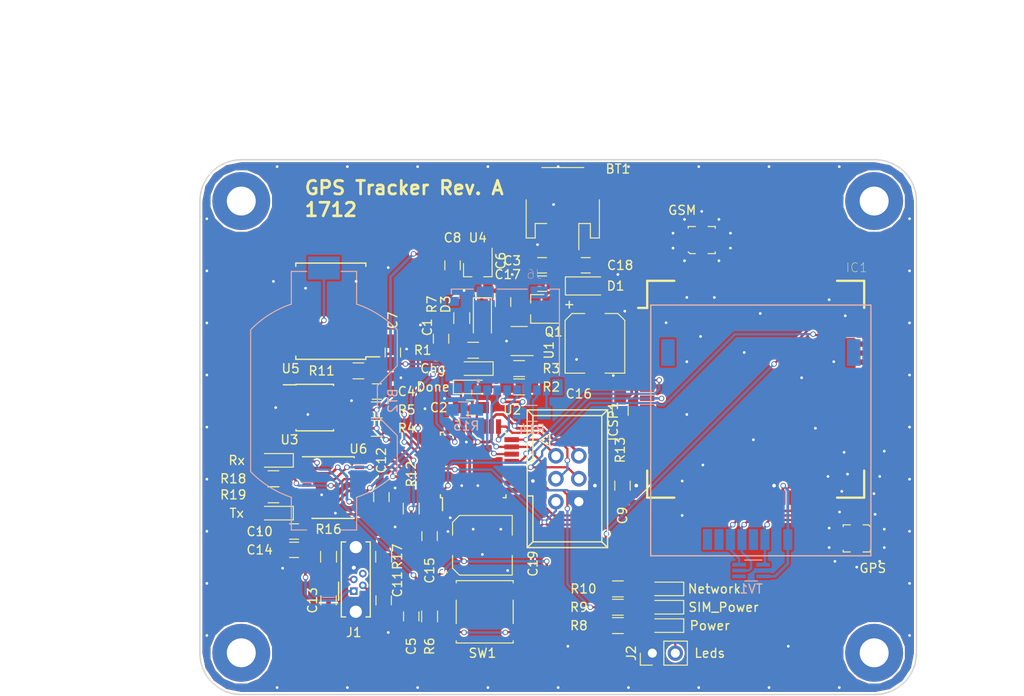
<source format=kicad_pcb>
(kicad_pcb (version 4) (host pcbnew 4.0.7)

  (general
    (links 309)
    (no_connects 0)
    (area 76.986002 51.656 194.286 129.599)
    (thickness 1.6)
    (drawings 17)
    (tracks 592)
    (zones 0)
    (modules 187)
    (nets 110)
  )

  (page A4)
  (layers
    (0 F.Cu signal hide)
    (31 B.Cu signal)
    (32 B.Adhes user)
    (33 F.Adhes user)
    (34 B.Paste user)
    (35 F.Paste user)
    (36 B.SilkS user)
    (37 F.SilkS user)
    (38 B.Mask user)
    (39 F.Mask user)
    (40 Dwgs.User user)
    (41 Cmts.User user)
    (42 Eco1.User user)
    (43 Eco2.User user)
    (44 Edge.Cuts user)
    (45 Margin user)
    (46 B.CrtYd user)
    (47 F.CrtYd user)
    (48 B.Fab user)
    (49 F.Fab user hide)
  )

  (setup
    (last_trace_width 0.25)
    (trace_clearance 0.2)
    (zone_clearance 0.2)
    (zone_45_only yes)
    (trace_min 0.2)
    (segment_width 0.2)
    (edge_width 0.15)
    (via_size 0.6)
    (via_drill 0.4)
    (via_min_size 0.4)
    (via_min_drill 0.3)
    (uvia_size 0.3)
    (uvia_drill 0.1)
    (uvias_allowed no)
    (uvia_min_size 0.2)
    (uvia_min_drill 0.1)
    (pcb_text_width 0.3)
    (pcb_text_size 1.5 1.5)
    (mod_edge_width 0.15)
    (mod_text_size 1 1)
    (mod_text_width 0.15)
    (pad_size 2.95 1.5)
    (pad_drill 0)
    (pad_to_mask_clearance 0.2)
    (aux_axis_origin 0 0)
    (visible_elements 7FFFFF7F)
    (pcbplotparams
      (layerselection 0x011f0_80000001)
      (usegerberextensions true)
      (excludeedgelayer true)
      (linewidth 0.100000)
      (plotframeref false)
      (viasonmask false)
      (mode 1)
      (useauxorigin false)
      (hpglpennumber 1)
      (hpglpenspeed 20)
      (hpglpendiameter 15)
      (hpglpenoverlay 2)
      (psnegative false)
      (psa4output false)
      (plotreference true)
      (plotvalue true)
      (plotinvisibletext false)
      (padsonsilk false)
      (subtractmaskfromsilk false)
      (outputformat 1)
      (mirror false)
      (drillshape 0)
      (scaleselection 1)
      (outputdirectory "../../../tmp/kicad output - gps/"))
  )

  (net 0 "")
  (net 1 +BATT)
  (net 2 GND)
  (net 3 "Net-(BT2-Pad1)")
  (net 4 VBUS)
  (net 5 "Net-(C2-Pad1)")
  (net 6 +3V3)
  (net 7 /ARD_RST)
  (net 8 /DTR)
  (net 9 "Net-(C6-Pad1)")
  (net 10 /RTC_PWR)
  (net 11 "Net-(C9-Pad1)")
  (net 12 "Net-(C11-Pad1)")
  (net 13 "Net-(C13-Pad1)")
  (net 14 +2V8)
  (net 15 /SIM808_P)
  (net 16 "Net-(IC1-Pad9)")
  (net 17 /SIM808_RI)
  (net 18 "Net-(IC1-Pad11)")
  (net 19 "Net-(IC1-Pad12)")
  (net 20 "Net-(IC1-Pad13)")
  (net 21 /ARD_HRX)
  (net 22 /ARD_HTX)
  (net 23 "Net-(IC1-Pad19)")
  (net 24 "Net-(IC1-Pad20)")
  (net 25 "Net-(IC1-Pad21)")
  (net 26 "Net-(IC1-Pad22)")
  (net 27 "Net-(IC1-Pad23)")
  (net 28 "Net-(IC1-Pad24)")
  (net 29 "Net-(IC1-Pad25)")
  (net 30 "Net-(IC1-Pad26)")
  (net 31 "Net-(IC1-Pad27)")
  (net 32 +1V8)
  (net 33 /SIMDATA)
  (net 34 /SIMCLK)
  (net 35 /SIMRST)
  (net 36 "Net-(IC1-Pad33)")
  (net 37 "Net-(IC1-Pad37)")
  (net 38 "Net-(IC1-Pad38)")
  (net 39 "Net-(IC1-Pad39)")
  (net 40 "Net-(IC1-Pad41)")
  (net 41 "Net-(IC1-Pad42)")
  (net 42 "Net-(IC1-Pad43)")
  (net 43 "Net-(IC1-Pad44)")
  (net 44 "Net-(IC1-Pad45)")
  (net 45 "Net-(IC1-Pad46)")
  (net 46 "Net-(IC1-Pad47)")
  (net 47 "Net-(IC1-Pad48)")
  (net 48 /SIM808_S)
  (net 49 /NETWORK_LED)
  (net 50 "Net-(IC1-Pad53)")
  (net 51 "Net-(IC1-Pad55)")
  (net 52 "Net-(IC1-Pad56)")
  (net 53 "Net-(IC1-Pad57)")
  (net 54 "Net-(IC1-Pad58)")
  (net 55 "Net-(IC1-Pad59)")
  (net 56 "Net-(IC1-Pad60)")
  (net 57 "Net-(IC1-Pad61)")
  (net 58 "Net-(IC1-Pad62)")
  (net 59 "Net-(IC1-Pad63)")
  (net 60 /ARD_MISO)
  (net 61 /ARD_SCK)
  (net 62 /ARD_MOSI)
  (net 63 "Net-(J1-Pad4)")
  (net 64 "Net-(J2-Pad2)")
  (net 65 "Net-(J3-Pad6)")
  (net 66 "Net-(J6-Pad8)")
  (net 67 /ARD_IO10)
  (net 68 "Net-(J6-Pad1)")
  (net 69 "Net-(R1-Pad1)")
  (net 70 "Net-(R2-Pad2)")
  (net 71 /SDA)
  (net 72 /SCL)
  (net 73 /WAKE_UP)
  (net 74 "Net-(R16-Pad1)")
  (net 75 "Net-(R17-Pad2)")
  (net 76 "Net-(R18-Pad1)")
  (net 77 "Net-(R19-Pad1)")
  (net 78 "Net-(U2-Pad7)")
  (net 79 "Net-(U2-Pad8)")
  (net 80 "Net-(U2-Pad11)")
  (net 81 "Net-(U2-Pad19)")
  (net 82 "Net-(U2-Pad22)")
  (net 83 "Net-(U2-Pad24)")
  (net 84 "Net-(U2-Pad25)")
  (net 85 "Net-(U2-Pad26)")
  (net 86 /ARD_RX)
  (net 87 /ARD_TX)
  (net 88 "Net-(U3-Pad7)")
  (net 89 "Net-(U5-Pad1)")
  (net 90 "Net-(U5-Pad4)")
  (net 91 "Net-(U6-Pad2)")
  (net 92 +3V3_FDTI)
  (net 93 "Net-(U6-Pad5)")
  (net 94 "Net-(U6-Pad7)")
  (net 95 "Net-(U6-Pad8)")
  (net 96 "Net-(U6-Pad18)")
  (net 97 "Net-(U6-Pad19)")
  (net 98 "Net-(LED1-Pad1)")
  (net 99 "Net-(LED2-Pad2)")
  (net 100 "Net-(LED3-Pad2)")
  (net 101 "Net-(LED4-Pad2)")
  (net 102 "Net-(LED5-Pad2)")
  (net 103 "Net-(LED6-Pad2)")
  (net 104 "Net-(LED7-Pad2)")
  (net 105 "Net-(U2-Pad2)")
  (net 106 "Net-(TV1-Pad4)")
  (net 107 +3.3VP)
  (net 108 /GPS)
  (net 109 /GSM)

  (net_class Default "This is the default net class."
    (clearance 0.2)
    (trace_width 0.25)
    (via_dia 0.6)
    (via_drill 0.4)
    (uvia_dia 0.3)
    (uvia_drill 0.1)
    (add_net +3.3VP)
    (add_net /ARD_HRX)
    (add_net /ARD_HTX)
    (add_net /ARD_IO10)
    (add_net /ARD_MISO)
    (add_net /ARD_MOSI)
    (add_net /ARD_RST)
    (add_net /ARD_RX)
    (add_net /ARD_SCK)
    (add_net /ARD_TX)
    (add_net /DTR)
    (add_net /NETWORK_LED)
    (add_net /RTC_PWR)
    (add_net /SCL)
    (add_net /SDA)
    (add_net /SIM808_P)
    (add_net /SIM808_RI)
    (add_net /SIM808_S)
    (add_net /SIMCLK)
    (add_net /SIMDATA)
    (add_net /SIMRST)
    (add_net /WAKE_UP)
    (add_net GND)
    (add_net "Net-(BT2-Pad1)")
    (add_net "Net-(C11-Pad1)")
    (add_net "Net-(C13-Pad1)")
    (add_net "Net-(C2-Pad1)")
    (add_net "Net-(C6-Pad1)")
    (add_net "Net-(C9-Pad1)")
    (add_net "Net-(IC1-Pad11)")
    (add_net "Net-(IC1-Pad12)")
    (add_net "Net-(IC1-Pad13)")
    (add_net "Net-(IC1-Pad19)")
    (add_net "Net-(IC1-Pad20)")
    (add_net "Net-(IC1-Pad21)")
    (add_net "Net-(IC1-Pad22)")
    (add_net "Net-(IC1-Pad23)")
    (add_net "Net-(IC1-Pad24)")
    (add_net "Net-(IC1-Pad25)")
    (add_net "Net-(IC1-Pad26)")
    (add_net "Net-(IC1-Pad27)")
    (add_net "Net-(IC1-Pad33)")
    (add_net "Net-(IC1-Pad37)")
    (add_net "Net-(IC1-Pad38)")
    (add_net "Net-(IC1-Pad39)")
    (add_net "Net-(IC1-Pad41)")
    (add_net "Net-(IC1-Pad42)")
    (add_net "Net-(IC1-Pad43)")
    (add_net "Net-(IC1-Pad44)")
    (add_net "Net-(IC1-Pad45)")
    (add_net "Net-(IC1-Pad46)")
    (add_net "Net-(IC1-Pad47)")
    (add_net "Net-(IC1-Pad48)")
    (add_net "Net-(IC1-Pad53)")
    (add_net "Net-(IC1-Pad55)")
    (add_net "Net-(IC1-Pad56)")
    (add_net "Net-(IC1-Pad57)")
    (add_net "Net-(IC1-Pad58)")
    (add_net "Net-(IC1-Pad59)")
    (add_net "Net-(IC1-Pad60)")
    (add_net "Net-(IC1-Pad61)")
    (add_net "Net-(IC1-Pad62)")
    (add_net "Net-(IC1-Pad63)")
    (add_net "Net-(IC1-Pad9)")
    (add_net "Net-(J1-Pad4)")
    (add_net "Net-(J2-Pad2)")
    (add_net "Net-(J3-Pad6)")
    (add_net "Net-(J6-Pad1)")
    (add_net "Net-(J6-Pad8)")
    (add_net "Net-(LED1-Pad1)")
    (add_net "Net-(LED2-Pad2)")
    (add_net "Net-(LED3-Pad2)")
    (add_net "Net-(LED4-Pad2)")
    (add_net "Net-(LED5-Pad2)")
    (add_net "Net-(LED6-Pad2)")
    (add_net "Net-(LED7-Pad2)")
    (add_net "Net-(R1-Pad1)")
    (add_net "Net-(R16-Pad1)")
    (add_net "Net-(R17-Pad2)")
    (add_net "Net-(R18-Pad1)")
    (add_net "Net-(R19-Pad1)")
    (add_net "Net-(R2-Pad2)")
    (add_net "Net-(TV1-Pad4)")
    (add_net "Net-(U2-Pad11)")
    (add_net "Net-(U2-Pad19)")
    (add_net "Net-(U2-Pad2)")
    (add_net "Net-(U2-Pad22)")
    (add_net "Net-(U2-Pad24)")
    (add_net "Net-(U2-Pad25)")
    (add_net "Net-(U2-Pad26)")
    (add_net "Net-(U2-Pad7)")
    (add_net "Net-(U2-Pad8)")
    (add_net "Net-(U3-Pad7)")
    (add_net "Net-(U5-Pad1)")
    (add_net "Net-(U5-Pad4)")
    (add_net "Net-(U6-Pad18)")
    (add_net "Net-(U6-Pad19)")
    (add_net "Net-(U6-Pad2)")
    (add_net "Net-(U6-Pad5)")
    (add_net "Net-(U6-Pad7)")
    (add_net "Net-(U6-Pad8)")
  )

  (net_class High_Power ""
    (clearance 0.2)
    (trace_width 1)
    (via_dia 0.6)
    (via_drill 0.4)
    (uvia_dia 0.3)
    (uvia_drill 0.1)
    (add_net +BATT)
  )

  (net_class Low_power ""
    (clearance 0.2)
    (trace_width 0.3)
    (via_dia 0.6)
    (via_drill 0.4)
    (uvia_dia 0.3)
    (uvia_drill 0.1)
    (add_net +1V8)
    (add_net +2V8)
    (add_net +3V3)
    (add_net +3V3_FDTI)
    (add_net VBUS)
  )

  (net_class RF ""
    (clearance 0.2)
    (trace_width 1.5)
    (via_dia 0.6)
    (via_drill 0.4)
    (uvia_dia 0.3)
    (uvia_drill 0.1)
    (add_net /GPS)
    (add_net /GSM)
  )

  (module custom-conn:Via-0.6mm (layer F.Cu) (tedit 5A4D388C) (tstamp 5A52B3D0)
    (at 175.006 101.092)
    (fp_text reference VIA** (at 0 1.27) (layer F.SilkS) hide
      (effects (font (size 1 1) (thickness 0.15)))
    )
    (fp_text value Via-0.6mm (at 0 -1.016) (layer F.Fab) hide
      (effects (font (size 1 1) (thickness 0.15)))
    )
    (pad 1 thru_hole circle (at 0 0) (size 0.6 0.6) (drill 0.3) (layers *.Cu)
      (net 2 GND) (zone_connect 2))
  )

  (module custom-conn:Via-0.6mm (layer F.Cu) (tedit 5A4D388C) (tstamp 5A52B050)
    (at 164.3888 122.682)
    (fp_text reference VIA** (at 0 1.27) (layer F.SilkS) hide
      (effects (font (size 1 1) (thickness 0.15)))
    )
    (fp_text value Via-0.6mm (at 0 -1.016) (layer F.Fab) hide
      (effects (font (size 1 1) (thickness 0.15)))
    )
    (pad 1 thru_hole circle (at 0 0) (size 0.6 0.6) (drill 0.3) (layers *.Cu)
      (net 2 GND) (zone_connect 2))
  )

  (module custom-conn:Via-0.6mm (layer F.Cu) (tedit 5A4D388C) (tstamp 5A52B040)
    (at 140.0048 122.682)
    (fp_text reference VIA** (at 0 1.27) (layer F.SilkS) hide
      (effects (font (size 1 1) (thickness 0.15)))
    )
    (fp_text value Via-0.6mm (at 0 -1.016) (layer F.Fab) hide
      (effects (font (size 1 1) (thickness 0.15)))
    )
    (pad 1 thru_hole circle (at 0 0) (size 0.6 0.6) (drill 0.3) (layers *.Cu)
      (net 2 GND) (zone_connect 2))
  )

  (module custom-conn:Via-0.6mm (layer F.Cu) (tedit 5A4D388C) (tstamp 5A52B030)
    (at 120.142 121.158)
    (fp_text reference VIA** (at 0 1.27) (layer F.SilkS) hide
      (effects (font (size 1 1) (thickness 0.15)))
    )
    (fp_text value Via-0.6mm (at 0 -1.016) (layer F.Fab) hide
      (effects (font (size 1 1) (thickness 0.15)))
    )
    (pad 1 thru_hole circle (at 0 0) (size 0.6 0.6) (drill 0.3) (layers *.Cu)
      (net 2 GND) (zone_connect 2))
  )

  (module custom-conn:Via-0.6mm (layer F.Cu) (tedit 5A4D388C) (tstamp 5A52B029)
    (at 114.3 107.95)
    (fp_text reference VIA** (at 0 1.27) (layer F.SilkS) hide
      (effects (font (size 1 1) (thickness 0.15)))
    )
    (fp_text value Via-0.6mm (at 0 -1.016) (layer F.Fab) hide
      (effects (font (size 1 1) (thickness 0.15)))
    )
    (pad 1 thru_hole circle (at 0 0) (size 0.6 0.6) (drill 0.3) (layers *.Cu)
      (net 2 GND) (zone_connect 2))
  )

  (module Capacitors_SMD:C_0805_HandSoldering (layer F.Cu) (tedit 5A36E382) (tstamp 5A369F95)
    (at 120.65 90.17 90)
    (descr "Capacitor SMD 0805, hand soldering")
    (tags "capacitor 0805")
    (path /5A3745DB)
    (attr smd)
    (fp_text reference C7 (at 3.556 0 90) (layer F.SilkS)
      (effects (font (size 1 1) (thickness 0.15)))
    )
    (fp_text value 0.1uF (at 0 1.75 90) (layer F.Fab) hide
      (effects (font (size 1 1) (thickness 0.15)))
    )
    (fp_text user %R (at 0 -1.75 90) (layer F.Fab)
      (effects (font (size 1 1) (thickness 0.15)))
    )
    (fp_line (start -1 0.62) (end -1 -0.62) (layer F.Fab) (width 0.1))
    (fp_line (start 1 0.62) (end -1 0.62) (layer F.Fab) (width 0.1))
    (fp_line (start 1 -0.62) (end 1 0.62) (layer F.Fab) (width 0.1))
    (fp_line (start -1 -0.62) (end 1 -0.62) (layer F.Fab) (width 0.1))
    (fp_line (start 0.5 -0.85) (end -0.5 -0.85) (layer F.SilkS) (width 0.12))
    (fp_line (start -0.5 0.85) (end 0.5 0.85) (layer F.SilkS) (width 0.12))
    (fp_line (start -2.25 -0.88) (end 2.25 -0.88) (layer F.CrtYd) (width 0.05))
    (fp_line (start -2.25 -0.88) (end -2.25 0.87) (layer F.CrtYd) (width 0.05))
    (fp_line (start 2.25 0.87) (end 2.25 -0.88) (layer F.CrtYd) (width 0.05))
    (fp_line (start 2.25 0.87) (end -2.25 0.87) (layer F.CrtYd) (width 0.05))
    (pad 1 smd rect (at -1.25 0 90) (size 1.5 1.25) (layers F.Cu F.Paste F.Mask)
      (net 10 /RTC_PWR))
    (pad 2 smd rect (at 1.25 0 90) (size 1.5 1.25) (layers F.Cu F.Paste F.Mask)
      (net 2 GND))
    (model Capacitors_SMD.3dshapes/C_0805.wrl
      (at (xyz 0 0 0))
      (scale (xyz 1 1 1))
      (rotate (xyz 0 0 0))
    )
  )

  (module custom-conn:Via-0.6mm (layer F.Cu) (tedit 5A4D388C) (tstamp 5A52AE0C)
    (at 175.006 111.76)
    (fp_text reference VIA** (at 0 1.27) (layer F.SilkS) hide
      (effects (font (size 1 1) (thickness 0.15)))
    )
    (fp_text value Via-0.6mm (at 0 -1.016) (layer F.Fab) hide
      (effects (font (size 1 1) (thickness 0.15)))
    )
    (pad 1 thru_hole circle (at 0 0) (size 0.6 0.6) (drill 0.3) (layers *.Cu)
      (net 2 GND) (zone_connect 2))
  )

  (module custom-conn:Via-0.6mm (layer F.Cu) (tedit 5A4D388C) (tstamp 5A52AB24)
    (at 177.8 121.4882)
    (fp_text reference VIA** (at 0 1.27) (layer F.SilkS) hide
      (effects (font (size 1 1) (thickness 0.15)))
    )
    (fp_text value Via-0.6mm (at 0 -1.016) (layer F.Fab) hide
      (effects (font (size 1 1) (thickness 0.15)))
    )
    (pad 1 thru_hole circle (at 0 0) (size 0.6 0.6) (drill 0.3) (layers *.Cu)
      (net 2 GND) (zone_connect 2))
  )

  (module custom-conn:Via-0.6mm (layer F.Cu) (tedit 5A4D388C) (tstamp 5A52AB20)
    (at 177.8 115.7224)
    (fp_text reference VIA** (at 0 1.27) (layer F.SilkS) hide
      (effects (font (size 1 1) (thickness 0.15)))
    )
    (fp_text value Via-0.6mm (at 0 -1.016) (layer F.Fab) hide
      (effects (font (size 1 1) (thickness 0.15)))
    )
    (pad 1 thru_hole circle (at 0 0) (size 0.6 0.6) (drill 0.3) (layers *.Cu)
      (net 2 GND) (zone_connect 2))
  )

  (module custom-conn:Via-0.6mm (layer F.Cu) (tedit 5A4D388C) (tstamp 5A52AB1C)
    (at 177.8 109.9566)
    (fp_text reference VIA** (at 0 1.27) (layer F.SilkS) hide
      (effects (font (size 1 1) (thickness 0.15)))
    )
    (fp_text value Via-0.6mm (at 0 -1.016) (layer F.Fab) hide
      (effects (font (size 1 1) (thickness 0.15)))
    )
    (pad 1 thru_hole circle (at 0 0) (size 0.6 0.6) (drill 0.3) (layers *.Cu)
      (net 2 GND) (zone_connect 2))
  )

  (module custom-conn:Via-0.6mm (layer F.Cu) (tedit 5A4D388C) (tstamp 5A52AB18)
    (at 177.8 104.1908)
    (fp_text reference VIA** (at 0 1.27) (layer F.SilkS) hide
      (effects (font (size 1 1) (thickness 0.15)))
    )
    (fp_text value Via-0.6mm (at 0 -1.016) (layer F.Fab) hide
      (effects (font (size 1 1) (thickness 0.15)))
    )
    (pad 1 thru_hole circle (at 0 0) (size 0.6 0.6) (drill 0.3) (layers *.Cu)
      (net 2 GND) (zone_connect 2))
  )

  (module custom-conn:Via-0.6mm (layer F.Cu) (tedit 5A4D388C) (tstamp 5A52AB14)
    (at 177.8 98.425)
    (fp_text reference VIA** (at 0 1.27) (layer F.SilkS) hide
      (effects (font (size 1 1) (thickness 0.15)))
    )
    (fp_text value Via-0.6mm (at 0 -1.016) (layer F.Fab) hide
      (effects (font (size 1 1) (thickness 0.15)))
    )
    (pad 1 thru_hole circle (at 0 0) (size 0.6 0.6) (drill 0.3) (layers *.Cu)
      (net 2 GND) (zone_connect 2))
  )

  (module custom-conn:Via-0.6mm (layer F.Cu) (tedit 5A4D388C) (tstamp 5A52AB10)
    (at 177.8 92.6592)
    (fp_text reference VIA** (at 0 1.27) (layer F.SilkS) hide
      (effects (font (size 1 1) (thickness 0.15)))
    )
    (fp_text value Via-0.6mm (at 0 -1.016) (layer F.Fab) hide
      (effects (font (size 1 1) (thickness 0.15)))
    )
    (pad 1 thru_hole circle (at 0 0) (size 0.6 0.6) (drill 0.3) (layers *.Cu)
      (net 2 GND) (zone_connect 2))
  )

  (module custom-conn:Via-0.6mm (layer F.Cu) (tedit 5A4D388C) (tstamp 5A52AB0C)
    (at 177.8 86.8934)
    (fp_text reference VIA** (at 0 1.27) (layer F.SilkS) hide
      (effects (font (size 1 1) (thickness 0.15)))
    )
    (fp_text value Via-0.6mm (at 0 -1.016) (layer F.Fab) hide
      (effects (font (size 1 1) (thickness 0.15)))
    )
    (pad 1 thru_hole circle (at 0 0) (size 0.6 0.6) (drill 0.3) (layers *.Cu)
      (net 2 GND) (zone_connect 2))
  )

  (module custom-conn:Via-0.6mm (layer F.Cu) (tedit 5A4D388C) (tstamp 5A52AB08)
    (at 177.8 81.1276)
    (fp_text reference VIA** (at 0 1.27) (layer F.SilkS) hide
      (effects (font (size 1 1) (thickness 0.15)))
    )
    (fp_text value Via-0.6mm (at 0 -1.016) (layer F.Fab) hide
      (effects (font (size 1 1) (thickness 0.15)))
    )
    (pad 1 thru_hole circle (at 0 0) (size 0.6 0.6) (drill 0.3) (layers *.Cu)
      (net 2 GND) (zone_connect 2))
  )

  (module custom-conn:Via-0.6mm (layer F.Cu) (tedit 5A4D388C) (tstamp 5A52AB04)
    (at 177.8 75.3618)
    (fp_text reference VIA** (at 0 1.27) (layer F.SilkS) hide
      (effects (font (size 1 1) (thickness 0.15)))
    )
    (fp_text value Via-0.6mm (at 0 -1.016) (layer F.Fab) hide
      (effects (font (size 1 1) (thickness 0.15)))
    )
    (pad 1 thru_hole circle (at 0 0) (size 0.6 0.6) (drill 0.3) (layers *.Cu)
      (net 2 GND) (zone_connect 2))
  )

  (module custom-conn:Via-0.6mm (layer F.Cu) (tedit 5A4D388C) (tstamp 5A52AAFB)
    (at 170.0276 127.254)
    (fp_text reference VIA** (at 0 1.27) (layer F.SilkS) hide
      (effects (font (size 1 1) (thickness 0.15)))
    )
    (fp_text value Via-0.6mm (at 0 -1.016) (layer F.Fab) hide
      (effects (font (size 1 1) (thickness 0.15)))
    )
    (pad 1 thru_hole circle (at 0 0) (size 0.6 0.6) (drill 0.3) (layers *.Cu)
      (net 2 GND) (zone_connect 2))
  )

  (module custom-conn:Via-0.6mm (layer F.Cu) (tedit 5A4D388C) (tstamp 5A52AAF7)
    (at 162.2552 127.254)
    (fp_text reference VIA** (at 0 1.27) (layer F.SilkS) hide
      (effects (font (size 1 1) (thickness 0.15)))
    )
    (fp_text value Via-0.6mm (at 0 -1.016) (layer F.Fab) hide
      (effects (font (size 1 1) (thickness 0.15)))
    )
    (pad 1 thru_hole circle (at 0 0) (size 0.6 0.6) (drill 0.3) (layers *.Cu)
      (net 2 GND) (zone_connect 2))
  )

  (module custom-conn:Via-0.6mm (layer F.Cu) (tedit 5A4D388C) (tstamp 5A52AAF3)
    (at 154.4828 127.254)
    (fp_text reference VIA** (at 0 1.27) (layer F.SilkS) hide
      (effects (font (size 1 1) (thickness 0.15)))
    )
    (fp_text value Via-0.6mm (at 0 -1.016) (layer F.Fab) hide
      (effects (font (size 1 1) (thickness 0.15)))
    )
    (pad 1 thru_hole circle (at 0 0) (size 0.6 0.6) (drill 0.3) (layers *.Cu)
      (net 2 GND) (zone_connect 2))
  )

  (module custom-conn:Via-0.6mm (layer F.Cu) (tedit 5A4D388C) (tstamp 5A52AAEF)
    (at 146.7104 127.254)
    (fp_text reference VIA** (at 0 1.27) (layer F.SilkS) hide
      (effects (font (size 1 1) (thickness 0.15)))
    )
    (fp_text value Via-0.6mm (at 0 -1.016) (layer F.Fab) hide
      (effects (font (size 1 1) (thickness 0.15)))
    )
    (pad 1 thru_hole circle (at 0 0) (size 0.6 0.6) (drill 0.3) (layers *.Cu)
      (net 2 GND) (zone_connect 2))
  )

  (module custom-conn:Via-0.6mm (layer F.Cu) (tedit 5A4D388C) (tstamp 5A52AAEB)
    (at 138.938 127.254)
    (fp_text reference VIA** (at 0 1.27) (layer F.SilkS) hide
      (effects (font (size 1 1) (thickness 0.15)))
    )
    (fp_text value Via-0.6mm (at 0 -1.016) (layer F.Fab) hide
      (effects (font (size 1 1) (thickness 0.15)))
    )
    (pad 1 thru_hole circle (at 0 0) (size 0.6 0.6) (drill 0.3) (layers *.Cu)
      (net 2 GND) (zone_connect 2))
  )

  (module custom-conn:Via-0.6mm (layer F.Cu) (tedit 5A4D388C) (tstamp 5A52AAE7)
    (at 131.1656 127.254)
    (fp_text reference VIA** (at 0 1.27) (layer F.SilkS) hide
      (effects (font (size 1 1) (thickness 0.15)))
    )
    (fp_text value Via-0.6mm (at 0 -1.016) (layer F.Fab) hide
      (effects (font (size 1 1) (thickness 0.15)))
    )
    (pad 1 thru_hole circle (at 0 0) (size 0.6 0.6) (drill 0.3) (layers *.Cu)
      (net 2 GND) (zone_connect 2))
  )

  (module custom-conn:Via-0.6mm (layer F.Cu) (tedit 5A4D388C) (tstamp 5A52AAE3)
    (at 123.3932 127.254)
    (fp_text reference VIA** (at 0 1.27) (layer F.SilkS) hide
      (effects (font (size 1 1) (thickness 0.15)))
    )
    (fp_text value Via-0.6mm (at 0 -1.016) (layer F.Fab) hide
      (effects (font (size 1 1) (thickness 0.15)))
    )
    (pad 1 thru_hole circle (at 0 0) (size 0.6 0.6) (drill 0.3) (layers *.Cu)
      (net 2 GND) (zone_connect 2))
  )

  (module custom-conn:Via-0.6mm (layer F.Cu) (tedit 5A4D388C) (tstamp 5A52AADF)
    (at 115.6208 127.254)
    (fp_text reference VIA** (at 0 1.27) (layer F.SilkS) hide
      (effects (font (size 1 1) (thickness 0.15)))
    )
    (fp_text value Via-0.6mm (at 0 -1.016) (layer F.Fab) hide
      (effects (font (size 1 1) (thickness 0.15)))
    )
    (pad 1 thru_hole circle (at 0 0) (size 0.6 0.6) (drill 0.3) (layers *.Cu)
      (net 2 GND) (zone_connect 2))
  )

  (module custom-conn:Via-0.6mm (layer F.Cu) (tedit 5A4D388C) (tstamp 5A52AADB)
    (at 107.8484 127.254)
    (fp_text reference VIA** (at 0 1.27) (layer F.SilkS) hide
      (effects (font (size 1 1) (thickness 0.15)))
    )
    (fp_text value Via-0.6mm (at 0 -1.016) (layer F.Fab) hide
      (effects (font (size 1 1) (thickness 0.15)))
    )
    (pad 1 thru_hole circle (at 0 0) (size 0.6 0.6) (drill 0.3) (layers *.Cu)
      (net 2 GND) (zone_connect 2))
  )

  (module custom-conn:Via-0.6mm (layer F.Cu) (tedit 5A4D388C) (tstamp 5A52AAD0)
    (at 100.076 121.4882)
    (fp_text reference VIA** (at 0 1.27) (layer F.SilkS) hide
      (effects (font (size 1 1) (thickness 0.15)))
    )
    (fp_text value Via-0.6mm (at 0 -1.016) (layer F.Fab) hide
      (effects (font (size 1 1) (thickness 0.15)))
    )
    (pad 1 thru_hole circle (at 0 0) (size 0.6 0.6) (drill 0.3) (layers *.Cu)
      (net 2 GND) (zone_connect 2))
  )

  (module custom-conn:Via-0.6mm (layer F.Cu) (tedit 5A4D388C) (tstamp 5A52AACC)
    (at 100.076 115.7224)
    (fp_text reference VIA** (at 0 1.27) (layer F.SilkS) hide
      (effects (font (size 1 1) (thickness 0.15)))
    )
    (fp_text value Via-0.6mm (at 0 -1.016) (layer F.Fab) hide
      (effects (font (size 1 1) (thickness 0.15)))
    )
    (pad 1 thru_hole circle (at 0 0) (size 0.6 0.6) (drill 0.3) (layers *.Cu)
      (net 2 GND) (zone_connect 2))
  )

  (module custom-conn:Via-0.6mm (layer F.Cu) (tedit 5A4D388C) (tstamp 5A52AAC8)
    (at 100.076 109.9566)
    (fp_text reference VIA** (at 0 1.27) (layer F.SilkS) hide
      (effects (font (size 1 1) (thickness 0.15)))
    )
    (fp_text value Via-0.6mm (at 0 -1.016) (layer F.Fab) hide
      (effects (font (size 1 1) (thickness 0.15)))
    )
    (pad 1 thru_hole circle (at 0 0) (size 0.6 0.6) (drill 0.3) (layers *.Cu)
      (net 2 GND) (zone_connect 2))
  )

  (module custom-conn:Via-0.6mm (layer F.Cu) (tedit 5A4D388C) (tstamp 5A52AAC4)
    (at 100.076 104.1908)
    (fp_text reference VIA** (at 0 1.27) (layer F.SilkS) hide
      (effects (font (size 1 1) (thickness 0.15)))
    )
    (fp_text value Via-0.6mm (at 0 -1.016) (layer F.Fab) hide
      (effects (font (size 1 1) (thickness 0.15)))
    )
    (pad 1 thru_hole circle (at 0 0) (size 0.6 0.6) (drill 0.3) (layers *.Cu)
      (net 2 GND) (zone_connect 2))
  )

  (module custom-conn:Via-0.6mm (layer F.Cu) (tedit 5A4D388C) (tstamp 5A52AAC0)
    (at 100.076 98.425)
    (fp_text reference VIA** (at 0 1.27) (layer F.SilkS) hide
      (effects (font (size 1 1) (thickness 0.15)))
    )
    (fp_text value Via-0.6mm (at 0 -1.016) (layer F.Fab) hide
      (effects (font (size 1 1) (thickness 0.15)))
    )
    (pad 1 thru_hole circle (at 0 0) (size 0.6 0.6) (drill 0.3) (layers *.Cu)
      (net 2 GND) (zone_connect 2))
  )

  (module custom-conn:Via-0.6mm (layer F.Cu) (tedit 5A4D388C) (tstamp 5A52AABC)
    (at 100.076 92.6592)
    (fp_text reference VIA** (at 0 1.27) (layer F.SilkS) hide
      (effects (font (size 1 1) (thickness 0.15)))
    )
    (fp_text value Via-0.6mm (at 0 -1.016) (layer F.Fab) hide
      (effects (font (size 1 1) (thickness 0.15)))
    )
    (pad 1 thru_hole circle (at 0 0) (size 0.6 0.6) (drill 0.3) (layers *.Cu)
      (net 2 GND) (zone_connect 2))
  )

  (module custom-conn:Via-0.6mm (layer F.Cu) (tedit 5A4D388C) (tstamp 5A52AAB8)
    (at 100.076 86.8934)
    (fp_text reference VIA** (at 0 1.27) (layer F.SilkS) hide
      (effects (font (size 1 1) (thickness 0.15)))
    )
    (fp_text value Via-0.6mm (at 0 -1.016) (layer F.Fab) hide
      (effects (font (size 1 1) (thickness 0.15)))
    )
    (pad 1 thru_hole circle (at 0 0) (size 0.6 0.6) (drill 0.3) (layers *.Cu)
      (net 2 GND) (zone_connect 2))
  )

  (module custom-conn:Via-0.6mm (layer F.Cu) (tedit 5A4D388C) (tstamp 5A52AAB4)
    (at 100.076 81.1276)
    (fp_text reference VIA** (at 0 1.27) (layer F.SilkS) hide
      (effects (font (size 1 1) (thickness 0.15)))
    )
    (fp_text value Via-0.6mm (at 0 -1.016) (layer F.Fab) hide
      (effects (font (size 1 1) (thickness 0.15)))
    )
    (pad 1 thru_hole circle (at 0 0) (size 0.6 0.6) (drill 0.3) (layers *.Cu)
      (net 2 GND) (zone_connect 2))
  )

  (module custom-conn:Via-0.6mm (layer F.Cu) (tedit 5A4D388C) (tstamp 5A52AAB0)
    (at 100.076 75.3618)
    (fp_text reference VIA** (at 0 1.27) (layer F.SilkS) hide
      (effects (font (size 1 1) (thickness 0.15)))
    )
    (fp_text value Via-0.6mm (at 0 -1.016) (layer F.Fab) hide
      (effects (font (size 1 1) (thickness 0.15)))
    )
    (pad 1 thru_hole circle (at 0 0) (size 0.6 0.6) (drill 0.3) (layers *.Cu)
      (net 2 GND) (zone_connect 2))
  )

  (module custom-conn:Via-0.6mm (layer F.Cu) (tedit 5A4D388C) (tstamp 5A52AAA8)
    (at 170.0276 69.596)
    (fp_text reference VIA** (at 0 1.27) (layer F.SilkS) hide
      (effects (font (size 1 1) (thickness 0.15)))
    )
    (fp_text value Via-0.6mm (at 0 -1.016) (layer F.Fab) hide
      (effects (font (size 1 1) (thickness 0.15)))
    )
    (pad 1 thru_hole circle (at 0 0) (size 0.6 0.6) (drill 0.3) (layers *.Cu)
      (net 2 GND) (zone_connect 2))
  )

  (module custom-conn:Via-0.6mm (layer F.Cu) (tedit 5A4D388C) (tstamp 5A52AAA4)
    (at 162.2552 69.596)
    (fp_text reference VIA** (at 0 1.27) (layer F.SilkS) hide
      (effects (font (size 1 1) (thickness 0.15)))
    )
    (fp_text value Via-0.6mm (at 0 -1.016) (layer F.Fab) hide
      (effects (font (size 1 1) (thickness 0.15)))
    )
    (pad 1 thru_hole circle (at 0 0) (size 0.6 0.6) (drill 0.3) (layers *.Cu)
      (net 2 GND) (zone_connect 2))
  )

  (module custom-conn:Via-0.6mm (layer F.Cu) (tedit 5A4D388C) (tstamp 5A52AAA0)
    (at 154.4828 69.596)
    (fp_text reference VIA** (at 0 1.27) (layer F.SilkS) hide
      (effects (font (size 1 1) (thickness 0.15)))
    )
    (fp_text value Via-0.6mm (at 0 -1.016) (layer F.Fab) hide
      (effects (font (size 1 1) (thickness 0.15)))
    )
    (pad 1 thru_hole circle (at 0 0) (size 0.6 0.6) (drill 0.3) (layers *.Cu)
      (net 2 GND) (zone_connect 2))
  )

  (module custom-conn:Via-0.6mm (layer F.Cu) (tedit 5A4D388C) (tstamp 5A52AA9C)
    (at 146.7104 69.596)
    (fp_text reference VIA** (at 0 1.27) (layer F.SilkS) hide
      (effects (font (size 1 1) (thickness 0.15)))
    )
    (fp_text value Via-0.6mm (at 0 -1.016) (layer F.Fab) hide
      (effects (font (size 1 1) (thickness 0.15)))
    )
    (pad 1 thru_hole circle (at 0 0) (size 0.6 0.6) (drill 0.3) (layers *.Cu)
      (net 2 GND) (zone_connect 2))
  )

  (module custom-conn:Via-0.6mm (layer F.Cu) (tedit 5A4D388C) (tstamp 5A52AA98)
    (at 138.938 69.596)
    (fp_text reference VIA** (at 0 1.27) (layer F.SilkS) hide
      (effects (font (size 1 1) (thickness 0.15)))
    )
    (fp_text value Via-0.6mm (at 0 -1.016) (layer F.Fab) hide
      (effects (font (size 1 1) (thickness 0.15)))
    )
    (pad 1 thru_hole circle (at 0 0) (size 0.6 0.6) (drill 0.3) (layers *.Cu)
      (net 2 GND) (zone_connect 2))
  )

  (module custom-conn:Via-0.6mm (layer F.Cu) (tedit 5A4D388C) (tstamp 5A52AA94)
    (at 131.1656 69.596)
    (fp_text reference VIA** (at 0 1.27) (layer F.SilkS) hide
      (effects (font (size 1 1) (thickness 0.15)))
    )
    (fp_text value Via-0.6mm (at 0 -1.016) (layer F.Fab) hide
      (effects (font (size 1 1) (thickness 0.15)))
    )
    (pad 1 thru_hole circle (at 0 0) (size 0.6 0.6) (drill 0.3) (layers *.Cu)
      (net 2 GND) (zone_connect 2))
  )

  (module custom-conn:Via-0.6mm (layer F.Cu) (tedit 5A4D388C) (tstamp 5A52AA90)
    (at 123.3932 69.596)
    (fp_text reference VIA** (at 0 1.27) (layer F.SilkS) hide
      (effects (font (size 1 1) (thickness 0.15)))
    )
    (fp_text value Via-0.6mm (at 0 -1.016) (layer F.Fab) hide
      (effects (font (size 1 1) (thickness 0.15)))
    )
    (pad 1 thru_hole circle (at 0 0) (size 0.6 0.6) (drill 0.3) (layers *.Cu)
      (net 2 GND) (zone_connect 2))
  )

  (module custom-conn:Via-0.6mm (layer F.Cu) (tedit 5A4D388C) (tstamp 5A52AA8C)
    (at 115.6208 69.596)
    (fp_text reference VIA** (at 0 1.27) (layer F.SilkS) hide
      (effects (font (size 1 1) (thickness 0.15)))
    )
    (fp_text value Via-0.6mm (at 0 -1.016) (layer F.Fab) hide
      (effects (font (size 1 1) (thickness 0.15)))
    )
    (pad 1 thru_hole circle (at 0 0) (size 0.6 0.6) (drill 0.3) (layers *.Cu)
      (net 2 GND) (zone_connect 2))
  )

  (module custom-conn:Via-0.6mm (layer F.Cu) (tedit 5A4D388C) (tstamp 5A52AA88)
    (at 107.8484 69.596)
    (fp_text reference VIA** (at 0 1.27) (layer F.SilkS) hide
      (effects (font (size 1 1) (thickness 0.15)))
    )
    (fp_text value Via-0.6mm (at 0 -1.016) (layer F.Fab) hide
      (effects (font (size 1 1) (thickness 0.15)))
    )
    (pad 1 thru_hole circle (at 0 0) (size 0.6 0.6) (drill 0.3) (layers *.Cu)
      (net 2 GND) (zone_connect 2))
  )

  (module Mounting_Holes:MountingHole_3.2mm_M3_Pad (layer F.Cu) (tedit 5A528D48) (tstamp 5A52A7D7)
    (at 173.886 123.406)
    (descr "Mounting Hole 3.2mm, M3")
    (tags "mounting hole 3.2mm m3")
    (attr virtual)
    (fp_text reference REF** (at 0 -4.2) (layer F.SilkS) hide
      (effects (font (size 1 1) (thickness 0.15)))
    )
    (fp_text value MountingHole_3.2mm_M3_Pad (at 0 4.2) (layer F.Fab) hide
      (effects (font (size 1 1) (thickness 0.15)))
    )
    (fp_text user %R (at 0.3 0) (layer F.Fab)
      (effects (font (size 1 1) (thickness 0.15)))
    )
    (fp_circle (center 0 0) (end 3.2 0) (layer Cmts.User) (width 0.15))
    (fp_circle (center 0 0) (end 3.45 0) (layer F.CrtYd) (width 0.05))
    (pad 1 thru_hole circle (at 0 0) (size 6.4 6.4) (drill 3.2) (layers *.Cu *.Mask))
  )

  (module Mounting_Holes:MountingHole_3.2mm_M3_Pad (layer F.Cu) (tedit 5A528D48) (tstamp 5A52A7D0)
    (at 103.886 123.406)
    (descr "Mounting Hole 3.2mm, M3")
    (tags "mounting hole 3.2mm m3")
    (attr virtual)
    (fp_text reference REF** (at 0 -4.2) (layer F.SilkS) hide
      (effects (font (size 1 1) (thickness 0.15)))
    )
    (fp_text value MountingHole_3.2mm_M3_Pad (at 0 4.2) (layer F.Fab) hide
      (effects (font (size 1 1) (thickness 0.15)))
    )
    (fp_text user %R (at 0.3 0) (layer F.Fab)
      (effects (font (size 1 1) (thickness 0.15)))
    )
    (fp_circle (center 0 0) (end 3.2 0) (layer Cmts.User) (width 0.15))
    (fp_circle (center 0 0) (end 3.45 0) (layer F.CrtYd) (width 0.05))
    (pad 1 thru_hole circle (at 0 0) (size 6.4 6.4) (drill 3.2) (layers *.Cu *.Mask))
  )

  (module Mounting_Holes:MountingHole_3.2mm_M3_Pad (layer F.Cu) (tedit 5A528D48) (tstamp 5A52A7C9)
    (at 173.886 73.406)
    (descr "Mounting Hole 3.2mm, M3")
    (tags "mounting hole 3.2mm m3")
    (attr virtual)
    (fp_text reference REF** (at 0 -4.2) (layer F.SilkS) hide
      (effects (font (size 1 1) (thickness 0.15)))
    )
    (fp_text value MountingHole_3.2mm_M3_Pad (at 0 4.2) (layer F.Fab) hide
      (effects (font (size 1 1) (thickness 0.15)))
    )
    (fp_text user %R (at 0.3 0) (layer F.Fab)
      (effects (font (size 1 1) (thickness 0.15)))
    )
    (fp_circle (center 0 0) (end 3.2 0) (layer Cmts.User) (width 0.15))
    (fp_circle (center 0 0) (end 3.45 0) (layer F.CrtYd) (width 0.05))
    (pad 1 thru_hole circle (at 0 0) (size 6.4 6.4) (drill 3.2) (layers *.Cu *.Mask))
  )

  (module Mounting_Holes:MountingHole_3.2mm_M3_Pad (layer F.Cu) (tedit 5A528D48) (tstamp 5A417469)
    (at 103.886 73.406)
    (descr "Mounting Hole 3.2mm, M3")
    (tags "mounting hole 3.2mm m3")
    (attr virtual)
    (fp_text reference REF** (at 0 -4.2) (layer F.SilkS) hide
      (effects (font (size 1 1) (thickness 0.15)))
    )
    (fp_text value MountingHole_3.2mm_M3_Pad (at 0 4.2) (layer F.Fab) hide
      (effects (font (size 1 1) (thickness 0.15)))
    )
    (fp_text user %R (at 0.3 0) (layer F.Fab)
      (effects (font (size 1 1) (thickness 0.15)))
    )
    (fp_circle (center 0 0) (end 3.2 0) (layer Cmts.User) (width 0.15))
    (fp_circle (center 0 0) (end 3.45 0) (layer F.CrtYd) (width 0.05))
    (pad 1 thru_hole circle (at 0 0) (size 6.4 6.4) (drill 3.2) (layers *.Cu *.Mask))
  )

  (module custom-conn:Via-0.6mm (layer F.Cu) (tedit 5A4D388C) (tstamp 5A4E7002)
    (at 133.223 88.9)
    (fp_text reference VIA** (at 0 1.27) (layer F.SilkS) hide
      (effects (font (size 1 1) (thickness 0.15)))
    )
    (fp_text value Via-0.6mm (at 0 -1.016) (layer F.Fab) hide
      (effects (font (size 1 1) (thickness 0.15)))
    )
    (pad 1 thru_hole circle (at 0 0) (size 0.6 0.6) (drill 0.3) (layers *.Cu)
      (net 2 GND) (zone_connect 2))
  )

  (module custom-conn:Via-0.6mm (layer F.Cu) (tedit 5A4D388C) (tstamp 5A4E6FDD)
    (at 121.539 92.964)
    (fp_text reference VIA** (at 0 1.27) (layer F.SilkS) hide
      (effects (font (size 1 1) (thickness 0.15)))
    )
    (fp_text value Via-0.6mm (at 0 -1.016) (layer F.Fab) hide
      (effects (font (size 1 1) (thickness 0.15)))
    )
    (pad 1 thru_hole circle (at 0 0) (size 0.6 0.6) (drill 0.3) (layers *.Cu)
      (net 2 GND) (zone_connect 2))
  )

  (module custom-conn:Via-0.6mm (layer F.Cu) (tedit 5A4D388C) (tstamp 5A4E6BEC)
    (at 124.206 96.393)
    (fp_text reference VIA** (at 0 1.27) (layer F.SilkS) hide
      (effects (font (size 1 1) (thickness 0.15)))
    )
    (fp_text value Via-0.6mm (at 0 -1.016) (layer F.Fab) hide
      (effects (font (size 1 1) (thickness 0.15)))
    )
    (pad 1 thru_hole circle (at 0 0) (size 0.6 0.6) (drill 0.3) (layers *.Cu)
      (net 2 GND) (zone_connect 2))
  )

  (module custom-conn:Via-0.6mm (layer F.Cu) (tedit 5A4D388C) (tstamp 5A4E6BCF)
    (at 123.698 87.122)
    (fp_text reference VIA** (at 0 1.27) (layer F.SilkS) hide
      (effects (font (size 1 1) (thickness 0.15)))
    )
    (fp_text value Via-0.6mm (at 0 -1.016) (layer F.Fab) hide
      (effects (font (size 1 1) (thickness 0.15)))
    )
    (pad 1 thru_hole circle (at 0 0) (size 0.6 0.6) (drill 0.3) (layers *.Cu)
      (net 2 GND) (zone_connect 2))
  )

  (module custom-conn:Via-0.6mm (layer F.Cu) (tedit 5A4D388C) (tstamp 5A4E6884)
    (at 122.174 89.789)
    (fp_text reference VIA** (at 0 1.27) (layer F.SilkS) hide
      (effects (font (size 1 1) (thickness 0.15)))
    )
    (fp_text value Via-0.6mm (at 0 -1.016) (layer F.Fab) hide
      (effects (font (size 1 1) (thickness 0.15)))
    )
    (pad 1 thru_hole circle (at 0 0) (size 0.6 0.6) (drill 0.3) (layers *.Cu)
      (net 2 GND) (zone_connect 2))
  )

  (module custom-conn:Via-0.6mm (layer F.Cu) (tedit 5A4D388C) (tstamp 5A4E6875)
    (at 126.365 95.25)
    (fp_text reference VIA** (at 0 1.27) (layer F.SilkS) hide
      (effects (font (size 1 1) (thickness 0.15)))
    )
    (fp_text value Via-0.6mm (at 0 -1.016) (layer F.Fab) hide
      (effects (font (size 1 1) (thickness 0.15)))
    )
    (pad 1 thru_hole circle (at 0 0) (size 0.6 0.6) (drill 0.3) (layers *.Cu)
      (net 2 GND) (zone_connect 2))
  )

  (module custom-conn:Via-0.6mm (layer F.Cu) (tedit 5A4D388C) (tstamp 5A4D685E)
    (at 116.078 95.504)
    (fp_text reference VIA** (at 0 1.27) (layer F.SilkS) hide
      (effects (font (size 1 1) (thickness 0.15)))
    )
    (fp_text value Via-0.6mm (at 0 -1.016) (layer F.Fab) hide
      (effects (font (size 1 1) (thickness 0.15)))
    )
    (pad 1 thru_hole circle (at 0 0) (size 0.6 0.6) (drill 0.3) (layers *.Cu)
      (net 2 GND) (zone_connect 2))
  )

  (module custom-conn:Via-0.6mm (layer F.Cu) (tedit 5A4D388C) (tstamp 5A4D684D)
    (at 126.746 109.982)
    (fp_text reference VIA** (at 0 1.27) (layer F.SilkS) hide
      (effects (font (size 1 1) (thickness 0.15)))
    )
    (fp_text value Via-0.6mm (at 0 -1.016) (layer F.Fab) hide
      (effects (font (size 1 1) (thickness 0.15)))
    )
    (pad 1 thru_hole circle (at 0 0) (size 0.6 0.6) (drill 0.3) (layers *.Cu)
      (net 2 GND) (zone_connect 2))
  )

  (module custom-conn:Via-0.6mm (layer F.Cu) (tedit 5A4D388C) (tstamp 5A4D66E4)
    (at 154.94 102.616)
    (fp_text reference VIA** (at 0 1.27) (layer F.SilkS) hide
      (effects (font (size 1 1) (thickness 0.15)))
    )
    (fp_text value Via-0.6mm (at 0 -1.016) (layer F.Fab) hide
      (effects (font (size 1 1) (thickness 0.15)))
    )
    (pad 1 thru_hole circle (at 0 0) (size 0.6 0.6) (drill 0.3) (layers *.Cu)
      (net 2 GND) (zone_connect 2))
  )

  (module custom-conn:Via-0.6mm (layer F.Cu) (tedit 5A4D388C) (tstamp 5A4D66CD)
    (at 169.418 91.186)
    (fp_text reference VIA** (at 0 1.27) (layer F.SilkS) hide
      (effects (font (size 1 1) (thickness 0.15)))
    )
    (fp_text value Via-0.6mm (at 0 -1.016) (layer F.Fab) hide
      (effects (font (size 1 1) (thickness 0.15)))
    )
    (pad 1 thru_hole circle (at 0 0) (size 0.6 0.6) (drill 0.3) (layers *.Cu)
      (net 2 GND) (zone_connect 2))
  )

  (module custom-conn:Via-0.6mm (layer F.Cu) (tedit 5A4D388C) (tstamp 5A4D66C7)
    (at 153.162 91.186)
    (fp_text reference VIA** (at 0 1.27) (layer F.SilkS) hide
      (effects (font (size 1 1) (thickness 0.15)))
    )
    (fp_text value Via-0.6mm (at 0 -1.016) (layer F.Fab) hide
      (effects (font (size 1 1) (thickness 0.15)))
    )
    (pad 1 thru_hole circle (at 0 0) (size 0.6 0.6) (drill 0.3) (layers *.Cu)
      (net 2 GND) (zone_connect 2))
  )

  (module custom-conn:Via-0.6mm (layer F.Cu) (tedit 5A4D388C) (tstamp 5A4D66C2)
    (at 154.686 88.392)
    (fp_text reference VIA** (at 0 1.27) (layer F.SilkS) hide
      (effects (font (size 1 1) (thickness 0.15)))
    )
    (fp_text value Via-0.6mm (at 0 -1.016) (layer F.Fab) hide
      (effects (font (size 1 1) (thickness 0.15)))
    )
    (pad 1 thru_hole circle (at 0 0) (size 0.6 0.6) (drill 0.3) (layers *.Cu)
      (net 2 GND) (zone_connect 2))
  )

  (module custom-conn:Via-0.6mm (layer F.Cu) (tedit 5A4D388C) (tstamp 5A4D66B6)
    (at 161.29 85.852)
    (fp_text reference VIA** (at 0 1.27) (layer F.SilkS) hide
      (effects (font (size 1 1) (thickness 0.15)))
    )
    (fp_text value Via-0.6mm (at 0 -1.016) (layer F.Fab) hide
      (effects (font (size 1 1) (thickness 0.15)))
    )
    (pad 1 thru_hole circle (at 0 0) (size 0.6 0.6) (drill 0.3) (layers *.Cu)
      (net 2 GND) (zone_connect 2))
  )

  (module custom-conn:Via-0.6mm (layer F.Cu) (tedit 5A4D388C) (tstamp 5A4D66B0)
    (at 167.386 98.552)
    (fp_text reference VIA** (at 0 1.27) (layer F.SilkS) hide
      (effects (font (size 1 1) (thickness 0.15)))
    )
    (fp_text value Via-0.6mm (at 0 -1.016) (layer F.Fab) hide
      (effects (font (size 1 1) (thickness 0.15)))
    )
    (pad 1 thru_hole circle (at 0 0) (size 0.6 0.6) (drill 0.3) (layers *.Cu)
      (net 2 GND) (zone_connect 2))
  )

  (module custom-conn:Via-0.6mm (layer F.Cu) (tedit 5A4D388C) (tstamp 5A4D669F)
    (at 159.512 90.17)
    (fp_text reference VIA** (at 0 1.27) (layer F.SilkS) hide
      (effects (font (size 1 1) (thickness 0.15)))
    )
    (fp_text value Via-0.6mm (at 0 -1.016) (layer F.Fab) hide
      (effects (font (size 1 1) (thickness 0.15)))
    )
    (pad 1 thru_hole circle (at 0 0) (size 0.6 0.6) (drill 0.3) (layers *.Cu)
      (net 2 GND) (zone_connect 2))
  )

  (module custom-conn:Via-0.6mm (layer F.Cu) (tedit 5A4D388C) (tstamp 5A4D669A)
    (at 153.162 97.028)
    (fp_text reference VIA** (at 0 1.27) (layer F.SilkS) hide
      (effects (font (size 1 1) (thickness 0.15)))
    )
    (fp_text value Via-0.6mm (at 0 -1.016) (layer F.Fab) hide
      (effects (font (size 1 1) (thickness 0.15)))
    )
    (pad 1 thru_hole circle (at 0 0) (size 0.6 0.6) (drill 0.3) (layers *.Cu)
      (net 2 GND) (zone_connect 2))
  )

  (module custom-conn:Via-0.6mm (layer F.Cu) (tedit 5A4D388C) (tstamp 5A4D6695)
    (at 165.862 92.964)
    (fp_text reference VIA** (at 0 1.27) (layer F.SilkS) hide
      (effects (font (size 1 1) (thickness 0.15)))
    )
    (fp_text value Via-0.6mm (at 0 -1.016) (layer F.Fab) hide
      (effects (font (size 1 1) (thickness 0.15)))
    )
    (pad 1 thru_hole circle (at 0 0) (size 0.6 0.6) (drill 0.3) (layers *.Cu)
      (net 2 GND) (zone_connect 2))
  )

  (module custom-conn:Via-0.6mm (layer F.Cu) (tedit 5A4D388C) (tstamp 5A4D667E)
    (at 160.528 99.822)
    (fp_text reference VIA** (at 0 1.27) (layer F.SilkS) hide
      (effects (font (size 1 1) (thickness 0.15)))
    )
    (fp_text value Via-0.6mm (at 0 -1.016) (layer F.Fab) hide
      (effects (font (size 1 1) (thickness 0.15)))
    )
    (pad 1 thru_hole circle (at 0 0) (size 0.6 0.6) (drill 0.3) (layers *.Cu)
      (net 2 GND) (zone_connect 2))
  )

  (module custom-conn:Via-0.6mm (layer F.Cu) (tedit 5A4D388C) (tstamp 5A4D5BC2)
    (at 157.988 78.613)
    (fp_text reference VIA** (at 0 1.27) (layer F.SilkS) hide
      (effects (font (size 1 1) (thickness 0.15)))
    )
    (fp_text value Via-0.6mm (at 0 -1.016) (layer F.Fab) hide
      (effects (font (size 1 1) (thickness 0.15)))
    )
    (pad 1 thru_hole circle (at 0 0) (size 0.6 0.6) (drill 0.3) (layers *.Cu)
      (net 2 GND) (zone_connect 2))
  )

  (module custom-conn:Via-0.6mm (layer F.Cu) (tedit 5A4D388C) (tstamp 5A4D5BB5)
    (at 151.638 78.613)
    (fp_text reference VIA** (at 0 1.27) (layer F.SilkS) hide
      (effects (font (size 1 1) (thickness 0.15)))
    )
    (fp_text value Via-0.6mm (at 0 -1.016) (layer F.Fab) hide
      (effects (font (size 1 1) (thickness 0.15)))
    )
    (pad 1 thru_hole circle (at 0 0) (size 0.6 0.6) (drill 0.3) (layers *.Cu)
      (net 2 GND) (zone_connect 2))
  )

  (module Connectors_Molex:Molex_Microcoaxial_RF (layer F.Cu) (tedit 5A4173FB) (tstamp 5A36A075)
    (at 171.958 110.744 180)
    (descr "Molex Microcoaxial RF, mates Hirose U.FL, http://www.molex.com/pdm_docs/sd/734120110_sd.pdf")
    (tags "mcrf hirose ufl u.fl microcoaxial")
    (path /5A3A2527)
    (attr smd)
    (fp_text reference J4 (at -1.016 -3.302 180) (layer F.SilkS) hide
      (effects (font (size 1 1) (thickness 0.15)))
    )
    (fp_text value CONN_COAXIAL (at 0 -3.302 180) (layer F.Fab) hide
      (effects (font (size 1 1) (thickness 0.15)))
    )
    (fp_circle (center 0 0) (end 0 0.05) (layer F.Fab) (width 0.1))
    (fp_circle (center 0 0) (end 0 0.125) (layer F.Fab) (width 0.1))
    (fp_line (start -0.7 1.5) (end -1.3 1.5) (layer F.SilkS) (width 0.12))
    (fp_line (start -1.3 1.5) (end -1.5 1.3) (layer F.SilkS) (width 0.12))
    (fp_line (start 1.5 1.3) (end 1.5 1.5) (layer F.SilkS) (width 0.12))
    (fp_line (start 1.5 1.5) (end 0.7 1.5) (layer F.SilkS) (width 0.12))
    (fp_line (start 0.7 -1.5) (end 1.5 -1.5) (layer F.SilkS) (width 0.12))
    (fp_line (start 1.5 -1.5) (end 1.5 -1.3) (layer F.SilkS) (width 0.12))
    (fp_line (start -1.5 -1.3) (end -1.5 -1.5) (layer F.SilkS) (width 0.12))
    (fp_line (start -1.5 -1.5) (end -0.7 -1.5) (layer F.SilkS) (width 0.12))
    (fp_circle (center 0 0) (end 1 0) (layer F.Fab) (width 0.1))
    (fp_line (start -1.3 -1.3) (end 1.3 -1.3) (layer F.Fab) (width 0.1))
    (fp_line (start -1.3 -1.3) (end -1.3 1) (layer F.Fab) (width 0.1))
    (fp_line (start -1.3 1) (end -1 1.3) (layer F.Fab) (width 0.1))
    (fp_line (start 1.3 -1.3) (end 1.3 1.3) (layer F.Fab) (width 0.1))
    (fp_line (start -2.5 -2.5) (end -2.5 2.5) (layer F.CrtYd) (width 0.05))
    (fp_line (start -2.5 2.5) (end 2.5 2.5) (layer F.CrtYd) (width 0.05))
    (fp_line (start 2.5 2.5) (end 2.5 -2.5) (layer F.CrtYd) (width 0.05))
    (fp_line (start 2.5 -2.5) (end -2.5 -2.5) (layer F.CrtYd) (width 0.05))
    (fp_line (start -1 1.3) (end 1.3 1.3) (layer F.Fab) (width 0.1))
    (fp_circle (center 0 0) (end 0 0.2) (layer F.Fab) (width 0.1))
    (pad 2 smd rect (at -1.475 0 180) (size 1.05 2.2) (layers F.Cu F.Paste F.Mask)
      (net 2 GND))
    (pad 2 smd rect (at 1.475 0 180) (size 1.05 2.2) (layers F.Cu F.Paste F.Mask)
      (net 2 GND))
    (pad 2 smd rect (at 0 -1.5 180) (size 1 1) (layers F.Cu F.Paste F.Mask)
      (net 2 GND))
    (pad 1 smd rect (at 0 1.5 180) (size 1 1) (layers F.Cu F.Paste F.Mask)
      (net 108 /GPS))
    (model ${KISYS3DMOD}/Connectors_Molex.3dshapes/Molex_Microcoaxial_RF.wrl
      (at (xyz 0 0 0))
      (scale (xyz 1 1 1))
      (rotate (xyz 0 0 0))
    )
  )

  (module custom-conn:Via-0.6mm (layer F.Cu) (tedit 5A4D388C) (tstamp 5A4D58EE)
    (at 175.006 109.728)
    (fp_text reference VIA** (at 0 1.27) (layer F.SilkS) hide
      (effects (font (size 1 1) (thickness 0.15)))
    )
    (fp_text value Via-0.6mm (at 0 -1.016) (layer F.Fab) hide
      (effects (font (size 1 1) (thickness 0.15)))
    )
    (pad 1 thru_hole circle (at 0 0) (size 0.6 0.6) (drill 0.3) (layers *.Cu)
      (net 2 GND) (zone_connect 2))
  )

  (module custom-conn:Via-0.6mm (layer F.Cu) (tedit 5A4D388C) (tstamp 5A4D58E0)
    (at 173.863 105.791)
    (fp_text reference VIA** (at 0 1.27) (layer F.SilkS) hide
      (effects (font (size 1 1) (thickness 0.15)))
    )
    (fp_text value Via-0.6mm (at 0 -1.016) (layer F.Fab) hide
      (effects (font (size 1 1) (thickness 0.15)))
    )
    (pad 1 thru_hole circle (at 0 0) (size 0.6 0.6) (drill 0.3) (layers *.Cu)
      (net 2 GND) (zone_connect 2))
  )

  (module custom-conn:Via-0.6mm (layer F.Cu) (tedit 5A4D388C) (tstamp 5A4D58D0)
    (at 170.307 105.537)
    (fp_text reference VIA** (at 0 1.27) (layer F.SilkS) hide
      (effects (font (size 1 1) (thickness 0.15)))
    )
    (fp_text value Via-0.6mm (at 0 -1.016) (layer F.Fab) hide
      (effects (font (size 1 1) (thickness 0.15)))
    )
    (pad 1 thru_hole circle (at 0 0) (size 0.6 0.6) (drill 0.3) (layers *.Cu)
      (net 2 GND) (zone_connect 2))
  )

  (module custom-conn:Via-0.6mm (layer F.Cu) (tedit 5A4D388C) (tstamp 5A4D56A7)
    (at 168.91 109.601)
    (fp_text reference VIA** (at 0 1.27) (layer F.SilkS) hide
      (effects (font (size 1 1) (thickness 0.15)))
    )
    (fp_text value Via-0.6mm (at 0 -1.016) (layer F.Fab) hide
      (effects (font (size 1 1) (thickness 0.15)))
    )
    (pad 1 thru_hole circle (at 0 0) (size 0.6 0.6) (drill 0.3) (layers *.Cu)
      (net 2 GND) (zone_connect 2))
  )

  (module custom-conn:Via-0.6mm (layer F.Cu) (tedit 5A4D388C) (tstamp 5A4D568A)
    (at 170.942 103.632)
    (fp_text reference VIA** (at 0 1.27) (layer F.SilkS) hide
      (effects (font (size 1 1) (thickness 0.15)))
    )
    (fp_text value Via-0.6mm (at 0 -1.016) (layer F.Fab) hide
      (effects (font (size 1 1) (thickness 0.15)))
    )
    (pad 1 thru_hole circle (at 0 0) (size 0.6 0.6) (drill 0.3) (layers *.Cu)
      (net 2 GND) (zone_connect 2))
  )

  (module custom-conn:Via-0.6mm (layer F.Cu) (tedit 5A4D388C) (tstamp 5A4D5669)
    (at 174.498 103.886)
    (fp_text reference VIA** (at 0 1.27) (layer F.SilkS) hide
      (effects (font (size 1 1) (thickness 0.15)))
    )
    (fp_text value Via-0.6mm (at 0 -1.016) (layer F.Fab) hide
      (effects (font (size 1 1) (thickness 0.15)))
    )
    (pad 1 thru_hole circle (at 0 0) (size 0.6 0.6) (drill 0.3) (layers *.Cu)
      (net 2 GND) (zone_connect 2))
  )

  (module custom-conn:Via-0.6mm (layer F.Cu) (tedit 5A4D388C) (tstamp 5A4D5652)
    (at 173.99 108.077)
    (fp_text reference VIA** (at 0 1.27) (layer F.SilkS) hide
      (effects (font (size 1 1) (thickness 0.15)))
    )
    (fp_text value Via-0.6mm (at 0 -1.016) (layer F.Fab) hide
      (effects (font (size 1 1) (thickness 0.15)))
    )
    (pad 1 thru_hole circle (at 0 0) (size 0.6 0.6) (drill 0.3) (layers *.Cu)
      (net 2 GND) (zone_connect 2))
  )

  (module custom-conn:Via-0.6mm (layer F.Cu) (tedit 5A4D388C) (tstamp 5A4D5631)
    (at 174.498 113.284)
    (fp_text reference VIA** (at 0 1.27) (layer F.SilkS) hide
      (effects (font (size 1 1) (thickness 0.15)))
    )
    (fp_text value Via-0.6mm (at 0 -1.016) (layer F.Fab) hide
      (effects (font (size 1 1) (thickness 0.15)))
    )
    (pad 1 thru_hole circle (at 0 0) (size 0.6 0.6) (drill 0.3) (layers *.Cu)
      (net 2 GND) (zone_connect 2))
  )

  (module custom-conn:Via-0.6mm (layer F.Cu) (tedit 5A4D388C) (tstamp 5A4D5627)
    (at 169.545 113.284)
    (fp_text reference VIA** (at 0 1.27) (layer F.SilkS) hide
      (effects (font (size 1 1) (thickness 0.15)))
    )
    (fp_text value Via-0.6mm (at 0 -1.016) (layer F.Fab) hide
      (effects (font (size 1 1) (thickness 0.15)))
    )
    (pad 1 thru_hole circle (at 0 0) (size 0.6 0.6) (drill 0.3) (layers *.Cu)
      (net 2 GND) (zone_connect 2))
  )

  (module custom-conn:Via-0.6mm (layer F.Cu) (tedit 5A4D388C) (tstamp 5A4D561A)
    (at 168.783 103.886)
    (fp_text reference VIA** (at 0 1.27) (layer F.SilkS) hide
      (effects (font (size 1 1) (thickness 0.15)))
    )
    (fp_text value Via-0.6mm (at 0 -1.016) (layer F.Fab) hide
      (effects (font (size 1 1) (thickness 0.15)))
    )
    (pad 1 thru_hole circle (at 0 0) (size 0.6 0.6) (drill 0.3) (layers *.Cu)
      (net 2 GND) (zone_connect 2))
  )

  (module custom-conn:Via-0.6mm (layer F.Cu) (tedit 5A4D388C) (tstamp 5A4D55F2)
    (at 154.813 74.549)
    (fp_text reference VIA** (at 0 1.27) (layer F.SilkS) hide
      (effects (font (size 1 1) (thickness 0.15)))
    )
    (fp_text value Via-0.6mm (at 0 -1.016) (layer F.Fab) hide
      (effects (font (size 1 1) (thickness 0.15)))
    )
    (pad 1 thru_hole circle (at 0 0) (size 0.6 0.6) (drill 0.3) (layers *.Cu)
      (net 2 GND) (zone_connect 2))
  )

  (module custom-conn:Via-0.6mm (layer F.Cu) (tedit 5A4D388C) (tstamp 5A4D55CA)
    (at 152.908 75.438)
    (fp_text reference VIA** (at 0 1.27) (layer F.SilkS) hide
      (effects (font (size 1 1) (thickness 0.15)))
    )
    (fp_text value Via-0.6mm (at 0 -1.016) (layer F.Fab) hide
      (effects (font (size 1 1) (thickness 0.15)))
    )
    (pad 1 thru_hole circle (at 0 0) (size 0.6 0.6) (drill 0.3) (layers *.Cu)
      (net 2 GND) (zone_connect 2))
  )

  (module SIM808:QFN100P2400X2400X260-68N (layer F.Cu) (tedit 5A4156FE) (tstamp 5A36A02A)
    (at 160.782 94.234)
    (path /5A399223)
    (attr smd)
    (fp_text reference IC1 (at 11.176 -13.462) (layer F.SilkS)
      (effects (font (size 1.00176 1.00176) (thickness 0.05)))
    )
    (fp_text value SIM808 (at 12.7 -13.97) (layer F.SilkS) hide
      (effects (font (size 1.00291 1.00291) (thickness 0.05)))
    )
    (fp_line (start -12.5 -12.5) (end -9.5 -12.5) (layer Dwgs.User) (width 0.254))
    (fp_line (start -9.5 -12.5) (end -9.5 -13.5) (layer Dwgs.User) (width 0.254))
    (fp_line (start -9.5 -13.5) (end 9.5 -13.5) (layer Dwgs.User) (width 0.254))
    (fp_line (start 9.5 -13.5) (end 9.5 -12.5) (layer Dwgs.User) (width 0.254))
    (fp_line (start 9.5 -12.5) (end 12.5 -12.5) (layer Dwgs.User) (width 0.254))
    (fp_line (start 12.5 12.5) (end 9.5 12.5) (layer Dwgs.User) (width 0.254))
    (fp_line (start 9.5 12.5) (end 9.5 13.5) (layer Dwgs.User) (width 0.254))
    (fp_line (start 9.5 13.5) (end -9.5 13.5) (layer Dwgs.User) (width 0.254))
    (fp_line (start -9.5 13.5) (end -9.5 12.5) (layer Dwgs.User) (width 0.254))
    (fp_line (start -9.5 12.5) (end -12.5 12.5) (layer Dwgs.User) (width 0.254))
    (fp_line (start -12.5 -12.5) (end -12.5 -9.5) (layer Dwgs.User) (width 0.254))
    (fp_line (start -12.5 -9.5) (end -13.5 -9.5) (layer Dwgs.User) (width 0.254))
    (fp_line (start -13.5 -9.5) (end -13.5 9.5) (layer Dwgs.User) (width 0.254))
    (fp_line (start -13.5 9.5) (end -12.5 9.5) (layer Dwgs.User) (width 0.254))
    (fp_line (start -12.5 9.5) (end -12.5 12.5) (layer Dwgs.User) (width 0.254))
    (fp_line (start 12.5 -12.5) (end 12.5 -9.5) (layer Dwgs.User) (width 0.254))
    (fp_line (start 12.5 -9.5) (end 13.5 -9.5) (layer Dwgs.User) (width 0.254))
    (fp_line (start 13.5 -9.5) (end 13.5 9.5) (layer Dwgs.User) (width 0.254))
    (fp_line (start 13.5 9.5) (end 12.5 9.5) (layer Dwgs.User) (width 0.254))
    (fp_line (start 12.5 9.5) (end 12.5 12.5) (layer Dwgs.User) (width 0.254))
    (fp_line (start -9 -12) (end -12 -12) (layer F.SilkS) (width 0.254))
    (fp_line (start -12 -12) (end -12 -9) (layer F.SilkS) (width 0.254))
    (fp_line (start 9 -12) (end 12 -12) (layer F.SilkS) (width 0.254))
    (fp_line (start 12 -12) (end 12 -9) (layer F.SilkS) (width 0.254))
    (fp_line (start -12 9) (end -12 12) (layer F.SilkS) (width 0.254))
    (fp_line (start -12 12) (end -9 12) (layer F.SilkS) (width 0.254))
    (fp_line (start 9 12) (end 12 12) (layer F.SilkS) (width 0.254))
    (fp_line (start 12 12) (end 12 9) (layer F.SilkS) (width 0.254))
    (fp_line (start -12 -9) (end -13 -9) (layer F.SilkS) (width 0.254))
    (pad 1 smd rect (at -12 -8) (size 1.6 0.6) (layers F.Cu F.Paste F.Mask)
      (net 2 GND))
    (pad 2 smd rect (at -12 -7) (size 1.6 0.6) (layers F.Cu F.Paste F.Mask)
      (net 2 GND))
    (pad 3 smd rect (at -12 -6) (size 1.6 0.6) (layers F.Cu F.Paste F.Mask)
      (net 2 GND))
    (pad 4 smd rect (at -12 -5) (size 1.6 0.6) (layers F.Cu F.Paste F.Mask)
      (net 1 +BATT))
    (pad 5 smd rect (at -12 -4) (size 1.6 0.6) (layers F.Cu F.Paste F.Mask)
      (net 1 +BATT))
    (pad 6 smd rect (at -12 -3) (size 1.6 0.6) (layers F.Cu F.Paste F.Mask)
      (net 1 +BATT))
    (pad 7 smd rect (at -12 -2) (size 1.6 0.6) (layers F.Cu F.Paste F.Mask)
      (net 14 +2V8))
    (pad 8 smd rect (at -12 -1) (size 1.6 0.6) (layers F.Cu F.Paste F.Mask)
      (net 15 /SIM808_P))
    (pad 9 smd rect (at -12 0) (size 1.6 0.6) (layers F.Cu F.Paste F.Mask)
      (net 16 "Net-(IC1-Pad9)"))
    (pad 10 smd rect (at -12 1) (size 1.6 0.6) (layers F.Cu F.Paste F.Mask)
      (net 17 /SIM808_RI))
    (pad 11 smd rect (at -12 2) (size 1.6 0.6) (layers F.Cu F.Paste F.Mask)
      (net 18 "Net-(IC1-Pad11)"))
    (pad 12 smd rect (at -12 3) (size 1.6 0.6) (layers F.Cu F.Paste F.Mask)
      (net 19 "Net-(IC1-Pad12)"))
    (pad 13 smd rect (at -12 4) (size 1.6 0.6) (layers F.Cu F.Paste F.Mask)
      (net 20 "Net-(IC1-Pad13)"))
    (pad 14 smd rect (at -12 5) (size 1.6 0.6) (layers F.Cu F.Paste F.Mask)
      (net 21 /ARD_HRX))
    (pad 15 smd rect (at -12 6) (size 1.6 0.6) (layers F.Cu F.Paste F.Mask)
      (net 22 /ARD_HTX))
    (pad 16 smd rect (at -12 7) (size 1.6 0.6) (layers F.Cu F.Paste F.Mask)
      (net 7 /ARD_RST))
    (pad 17 smd rect (at -12 8) (size 1.6 0.6) (layers F.Cu F.Paste F.Mask)
      (net 11 "Net-(C9-Pad1)"))
    (pad 18 smd rect (at -8 12 90) (size 1.6 0.6) (layers F.Cu F.Paste F.Mask)
      (net 2 GND))
    (pad 19 smd rect (at -7 12 90) (size 1.6 0.6) (layers F.Cu F.Paste F.Mask)
      (net 23 "Net-(IC1-Pad19)"))
    (pad 20 smd rect (at -6 12 90) (size 1.6 0.6) (layers F.Cu F.Paste F.Mask)
      (net 24 "Net-(IC1-Pad20)"))
    (pad 21 smd rect (at -5 12 90) (size 1.6 0.6) (layers F.Cu F.Paste F.Mask)
      (net 25 "Net-(IC1-Pad21)"))
    (pad 22 smd rect (at -4 12 90) (size 1.6 0.6) (layers F.Cu F.Paste F.Mask)
      (net 26 "Net-(IC1-Pad22)"))
    (pad 23 smd rect (at -3 12 90) (size 1.6 0.6) (layers F.Cu F.Paste F.Mask)
      (net 27 "Net-(IC1-Pad23)"))
    (pad 24 smd rect (at -2 12 90) (size 1.6 0.6) (layers F.Cu F.Paste F.Mask)
      (net 28 "Net-(IC1-Pad24)"))
    (pad 25 smd rect (at -1 12 90) (size 1.6 0.6) (layers F.Cu F.Paste F.Mask)
      (net 29 "Net-(IC1-Pad25)"))
    (pad 26 smd rect (at 0 12 90) (size 1.6 0.6) (layers F.Cu F.Paste F.Mask)
      (net 30 "Net-(IC1-Pad26)"))
    (pad 27 smd rect (at 1 12 90) (size 1.6 0.6) (layers F.Cu F.Paste F.Mask)
      (net 31 "Net-(IC1-Pad27)"))
    (pad 28 smd rect (at 2 12 90) (size 1.6 0.6) (layers F.Cu F.Paste F.Mask)
      (net 2 GND))
    (pad 29 smd rect (at 3 12 90) (size 1.6 0.6) (layers F.Cu F.Paste F.Mask)
      (net 32 +1V8))
    (pad 30 smd rect (at 4 12 90) (size 1.6 0.6) (layers F.Cu F.Paste F.Mask)
      (net 33 /SIMDATA))
    (pad 31 smd rect (at 5 12 90) (size 1.6 0.6) (layers F.Cu F.Paste F.Mask)
      (net 34 /SIMCLK))
    (pad 32 smd rect (at 6 12 90) (size 1.6 0.6) (layers F.Cu F.Paste F.Mask)
      (net 35 /SIMRST))
    (pad 33 smd rect (at 7 12 90) (size 1.6 0.6) (layers F.Cu F.Paste F.Mask)
      (net 36 "Net-(IC1-Pad33)"))
    (pad 34 smd rect (at 8 12 90) (size 1.6 0.6) (layers F.Cu F.Paste F.Mask)
      (net 2 GND))
    (pad 35 smd rect (at 12 8 180) (size 1.6 0.6) (layers F.Cu F.Paste F.Mask)
      (net 108 /GPS))
    (pad 36 smd rect (at 12 7 180) (size 1.6 0.6) (layers F.Cu F.Paste F.Mask)
      (net 2 GND))
    (pad 37 smd rect (at 12 6 180) (size 1.6 0.6) (layers F.Cu F.Paste F.Mask)
      (net 37 "Net-(IC1-Pad37)"))
    (pad 38 smd rect (at 12 5 180) (size 1.6 0.6) (layers F.Cu F.Paste F.Mask)
      (net 38 "Net-(IC1-Pad38)"))
    (pad 39 smd rect (at 12 4 180) (size 1.6 0.6) (layers F.Cu F.Paste F.Mask)
      (net 39 "Net-(IC1-Pad39)"))
    (pad 40 smd rect (at 12 3 180) (size 1.6 0.6) (layers F.Cu F.Paste F.Mask)
      (net 2 GND))
    (pad 41 smd rect (at 12 2 180) (size 1.6 0.6) (layers F.Cu F.Paste F.Mask)
      (net 40 "Net-(IC1-Pad41)"))
    (pad 42 smd rect (at 12 1 180) (size 1.6 0.6) (layers F.Cu F.Paste F.Mask)
      (net 41 "Net-(IC1-Pad42)"))
    (pad 43 smd rect (at 12 0 180) (size 1.6 0.6) (layers F.Cu F.Paste F.Mask)
      (net 42 "Net-(IC1-Pad43)"))
    (pad 44 smd rect (at 12 -1 180) (size 1.6 0.6) (layers F.Cu F.Paste F.Mask)
      (net 43 "Net-(IC1-Pad44)"))
    (pad 45 smd rect (at 12 -2 180) (size 1.6 0.6) (layers F.Cu F.Paste F.Mask)
      (net 44 "Net-(IC1-Pad45)"))
    (pad 46 smd rect (at 12 -3 180) (size 1.6 0.6) (layers F.Cu F.Paste F.Mask)
      (net 45 "Net-(IC1-Pad46)"))
    (pad 47 smd rect (at 12 -4 180) (size 1.6 0.6) (layers F.Cu F.Paste F.Mask)
      (net 46 "Net-(IC1-Pad47)"))
    (pad 48 smd rect (at 12 -5 180) (size 1.6 0.6) (layers F.Cu F.Paste F.Mask)
      (net 47 "Net-(IC1-Pad48)"))
    (pad 49 smd rect (at 12 -6 180) (size 1.6 0.6) (layers F.Cu F.Paste F.Mask)
      (net 48 /SIM808_S))
    (pad 50 smd rect (at 12 -7 180) (size 1.6 0.6) (layers F.Cu F.Paste F.Mask)
      (net 49 /NETWORK_LED))
    (pad 51 smd rect (at 12 -8 180) (size 1.6 0.6) (layers F.Cu F.Paste F.Mask)
      (net 2 GND))
    (pad 52 smd rect (at 8 -12 270) (size 1.6 0.6) (layers F.Cu F.Paste F.Mask)
      (net 2 GND))
    (pad 53 smd rect (at 7 -12 270) (size 1.6 0.6) (layers F.Cu F.Paste F.Mask)
      (net 50 "Net-(IC1-Pad53)"))
    (pad 54 smd rect (at 6 -12 270) (size 1.6 0.6) (layers F.Cu F.Paste F.Mask)
      (net 2 GND))
    (pad 55 smd rect (at 5 -12 270) (size 1.6 0.6) (layers F.Cu F.Paste F.Mask)
      (net 51 "Net-(IC1-Pad55)"))
    (pad 56 smd rect (at 4 -12 270) (size 1.6 0.6) (layers F.Cu F.Paste F.Mask)
      (net 52 "Net-(IC1-Pad56)"))
    (pad 57 smd rect (at 3 -12 270) (size 1.6 0.6) (layers F.Cu F.Paste F.Mask)
      (net 53 "Net-(IC1-Pad57)"))
    (pad 58 smd rect (at 2 -12 270) (size 1.6 0.6) (layers F.Cu F.Paste F.Mask)
      (net 54 "Net-(IC1-Pad58)"))
    (pad 59 smd rect (at 1 -12 270) (size 1.6 0.6) (layers F.Cu F.Paste F.Mask)
      (net 55 "Net-(IC1-Pad59)"))
    (pad 60 smd rect (at 0 -12 270) (size 1.6 0.6) (layers F.Cu F.Paste F.Mask)
      (net 56 "Net-(IC1-Pad60)"))
    (pad 61 smd rect (at -1 -12 270) (size 1.6 0.6) (layers F.Cu F.Paste F.Mask)
      (net 57 "Net-(IC1-Pad61)"))
    (pad 62 smd rect (at -2 -12 270) (size 1.6 0.6) (layers F.Cu F.Paste F.Mask)
      (net 58 "Net-(IC1-Pad62)"))
    (pad 63 smd rect (at -3 -12 270) (size 1.6 0.6) (layers F.Cu F.Paste F.Mask)
      (net 59 "Net-(IC1-Pad63)"))
    (pad 64 smd rect (at -4 -12 270) (size 1.6 0.6) (layers F.Cu F.Paste F.Mask)
      (net 2 GND))
    (pad 65 smd rect (at -5 -12 270) (size 1.6 0.6) (layers F.Cu F.Paste F.Mask)
      (net 2 GND))
    (pad 66 smd rect (at -6 -12 270) (size 1.6 0.6) (layers F.Cu F.Paste F.Mask)
      (net 109 /GSM))
    (pad 67 smd rect (at -7 -12 270) (size 1.6 0.6) (layers F.Cu F.Paste F.Mask)
      (net 2 GND))
    (pad 68 smd rect (at -8 -12 270) (size 1.6 0.6) (layers F.Cu F.Paste F.Mask)
      (net 2 GND))
  )

  (module custom-conn:Via-0.6mm (layer F.Cu) (tedit 5A4D388C) (tstamp 5A4D4899)
    (at 133.35 114.3)
    (fp_text reference VIA** (at 0 1.27) (layer F.SilkS) hide
      (effects (font (size 1 1) (thickness 0.15)))
    )
    (fp_text value Via-0.6mm (at 0 -1.016) (layer F.Fab) hide
      (effects (font (size 1 1) (thickness 0.15)))
    )
    (pad 1 thru_hole circle (at 0 0) (size 0.6 0.6) (drill 0.3) (layers *.Cu)
      (net 2 GND) (zone_connect 2))
  )

  (module custom-conn:Via-0.6mm (layer F.Cu) (tedit 5A4D388C) (tstamp 5A4D480E)
    (at 138.43 73.787)
    (fp_text reference VIA** (at 0 1.27) (layer F.SilkS) hide
      (effects (font (size 1 1) (thickness 0.15)))
    )
    (fp_text value Via-0.6mm (at 0 -1.016) (layer F.Fab) hide
      (effects (font (size 1 1) (thickness 0.15)))
    )
    (pad 1 thru_hole circle (at 0 0) (size 0.6 0.6) (drill 0.3) (layers *.Cu)
      (net 2 GND) (zone_connect 2))
  )

  (module custom-conn:Via-0.6mm (layer F.Cu) (tedit 5A4D388C) (tstamp 5A4D4805)
    (at 136.652 78.232)
    (fp_text reference VIA** (at 0 1.27) (layer F.SilkS) hide
      (effects (font (size 1 1) (thickness 0.15)))
    )
    (fp_text value Via-0.6mm (at 0 -1.016) (layer F.Fab) hide
      (effects (font (size 1 1) (thickness 0.15)))
    )
    (pad 1 thru_hole circle (at 0 0) (size 0.6 0.6) (drill 0.3) (layers *.Cu)
      (net 2 GND) (zone_connect 2))
  )

  (module custom-conn:Via-0.6mm (layer F.Cu) (tedit 5A4D388C) (tstamp 5A4D47C8)
    (at 130.048 104.902)
    (fp_text reference VIA** (at 0 1.27) (layer F.SilkS) hide
      (effects (font (size 1 1) (thickness 0.15)))
    )
    (fp_text value Via-0.6mm (at 0 -1.016) (layer F.Fab) hide
      (effects (font (size 1 1) (thickness 0.15)))
    )
    (pad 1 thru_hole circle (at 0 0) (size 0.6 0.6) (drill 0.3) (layers *.Cu)
      (net 2 GND) (zone_connect 2))
  )

  (module custom-conn:Via-0.6mm (layer F.Cu) (tedit 5A4D388C) (tstamp 5A4D47C3)
    (at 128.27 104.902)
    (fp_text reference VIA** (at 0 1.27) (layer F.SilkS) hide
      (effects (font (size 1 1) (thickness 0.15)))
    )
    (fp_text value Via-0.6mm (at 0 -1.016) (layer F.Fab) hide
      (effects (font (size 1 1) (thickness 0.15)))
    )
    (pad 1 thru_hole circle (at 0 0) (size 0.6 0.6) (drill 0.3) (layers *.Cu)
      (net 2 GND) (zone_connect 2))
  )

  (module custom-conn:Via-0.6mm (layer F.Cu) (tedit 5A4D388C) (tstamp 5A4D4751)
    (at 107.442 82.296)
    (fp_text reference VIA** (at 0 1.27) (layer F.SilkS) hide
      (effects (font (size 1 1) (thickness 0.15)))
    )
    (fp_text value Via-0.6mm (at 0 -1.016) (layer F.Fab) hide
      (effects (font (size 1 1) (thickness 0.15)))
    )
    (pad 1 thru_hole circle (at 0 0) (size 0.6 0.6) (drill 0.3) (layers *.Cu)
      (net 2 GND) (zone_connect 2))
  )

  (module custom-conn:Via-0.6mm (layer F.Cu) (tedit 5A4D388C) (tstamp 5A4D4746)
    (at 120.142 80.772)
    (fp_text reference VIA** (at 0 1.27) (layer F.SilkS) hide
      (effects (font (size 1 1) (thickness 0.15)))
    )
    (fp_text value Via-0.6mm (at 0 -1.016) (layer F.Fab) hide
      (effects (font (size 1 1) (thickness 0.15)))
    )
    (pad 1 thru_hole circle (at 0 0) (size 0.6 0.6) (drill 0.3) (layers *.Cu)
      (net 2 GND) (zone_connect 2))
  )

  (module custom-conn:Via-0.6mm (layer F.Cu) (tedit 5A4D388C) (tstamp 5A4D4737)
    (at 111.252 97.028)
    (fp_text reference VIA** (at 0 1.27) (layer F.SilkS) hide
      (effects (font (size 1 1) (thickness 0.15)))
    )
    (fp_text value Via-0.6mm (at 0 -1.016) (layer F.Fab) hide
      (effects (font (size 1 1) (thickness 0.15)))
    )
    (pad 1 thru_hole circle (at 0 0) (size 0.6 0.6) (drill 0.3) (layers *.Cu)
      (net 2 GND) (zone_connect 2))
  )

  (module custom-conn:Via-0.6mm (layer F.Cu) (tedit 5A4D388C) (tstamp 5A4D46FB)
    (at 128.778 100.076)
    (fp_text reference VIA** (at 0 1.27) (layer F.SilkS) hide
      (effects (font (size 1 1) (thickness 0.15)))
    )
    (fp_text value Via-0.6mm (at 0 -1.016) (layer F.Fab) hide
      (effects (font (size 1 1) (thickness 0.15)))
    )
    (pad 1 thru_hole circle (at 0 0) (size 0.6 0.6) (drill 0.3) (layers *.Cu)
      (net 2 GND) (zone_connect 2))
  )

  (module custom-conn:Via-0.6mm (layer F.Cu) (tedit 5A4D388C) (tstamp 5A4D46F6)
    (at 127 108.458)
    (fp_text reference VIA** (at 0 1.27) (layer F.SilkS) hide
      (effects (font (size 1 1) (thickness 0.15)))
    )
    (fp_text value Via-0.6mm (at 0 -1.016) (layer F.Fab) hide
      (effects (font (size 1 1) (thickness 0.15)))
    )
    (pad 1 thru_hole circle (at 0 0) (size 0.6 0.6) (drill 0.3) (layers *.Cu)
      (net 2 GND) (zone_connect 2))
  )

  (module custom-conn:Via-0.6mm (layer F.Cu) (tedit 5A4D388C) (tstamp 5A4D46F1)
    (at 129.54 109.728)
    (fp_text reference VIA** (at 0 1.27) (layer F.SilkS) hide
      (effects (font (size 1 1) (thickness 0.15)))
    )
    (fp_text value Via-0.6mm (at 0 -1.016) (layer F.Fab) hide
      (effects (font (size 1 1) (thickness 0.15)))
    )
    (pad 1 thru_hole circle (at 0 0) (size 0.6 0.6) (drill 0.3) (layers *.Cu)
      (net 2 GND) (zone_connect 2))
  )

  (module custom-conn:Via-0.6mm (layer F.Cu) (tedit 5A4D388C) (tstamp 5A4D46EC)
    (at 128.524 83.312)
    (fp_text reference VIA** (at 0 1.27) (layer F.SilkS) hide
      (effects (font (size 1 1) (thickness 0.15)))
    )
    (fp_text value Via-0.6mm (at 0 -1.016) (layer F.Fab) hide
      (effects (font (size 1 1) (thickness 0.15)))
    )
    (pad 1 thru_hole circle (at 0 0) (size 0.6 0.6) (drill 0.3) (layers *.Cu)
      (net 2 GND) (zone_connect 2))
  )

  (module custom-conn:Via-0.6mm (layer F.Cu) (tedit 5A4D388C) (tstamp 5A4D46E7)
    (at 116.586 82.296)
    (fp_text reference VIA** (at 0 1.27) (layer F.SilkS) hide
      (effects (font (size 1 1) (thickness 0.15)))
    )
    (fp_text value Via-0.6mm (at 0 -1.016) (layer F.Fab) hide
      (effects (font (size 1 1) (thickness 0.15)))
    )
    (pad 1 thru_hole circle (at 0 0) (size 0.6 0.6) (drill 0.3) (layers *.Cu)
      (net 2 GND) (zone_connect 2))
  )

  (module custom-conn:Via-0.6mm (layer F.Cu) (tedit 5A4D388C) (tstamp 5A4D46E2)
    (at 110.998 83.058)
    (fp_text reference VIA** (at 0 1.27) (layer F.SilkS) hide
      (effects (font (size 1 1) (thickness 0.15)))
    )
    (fp_text value Via-0.6mm (at 0 -1.016) (layer F.Fab) hide
      (effects (font (size 1 1) (thickness 0.15)))
    )
    (pad 1 thru_hole circle (at 0 0) (size 0.6 0.6) (drill 0.3) (layers *.Cu)
      (net 2 GND) (zone_connect 2))
  )

  (module custom-conn:Via-0.6mm (layer F.Cu) (tedit 5A4D388C) (tstamp 5A4D46DD)
    (at 107.696 96.266)
    (fp_text reference VIA** (at 0 1.27) (layer F.SilkS) hide
      (effects (font (size 1 1) (thickness 0.15)))
    )
    (fp_text value Via-0.6mm (at 0 -1.016) (layer F.Fab) hide
      (effects (font (size 1 1) (thickness 0.15)))
    )
    (pad 1 thru_hole circle (at 0 0) (size 0.6 0.6) (drill 0.3) (layers *.Cu)
      (net 2 GND) (zone_connect 2))
  )

  (module custom-conn:Via-0.6mm (layer F.Cu) (tedit 5A4D388C) (tstamp 5A4D46D8)
    (at 120.904 105.156)
    (fp_text reference VIA** (at 0 1.27) (layer F.SilkS) hide
      (effects (font (size 1 1) (thickness 0.15)))
    )
    (fp_text value Via-0.6mm (at 0 -1.016) (layer F.Fab) hide
      (effects (font (size 1 1) (thickness 0.15)))
    )
    (pad 1 thru_hole circle (at 0 0) (size 0.6 0.6) (drill 0.3) (layers *.Cu)
      (net 2 GND) (zone_connect 2))
  )

  (module custom-conn:Via-0.6mm (layer F.Cu) (tedit 5A4D388C) (tstamp 5A4D46D3)
    (at 112.776 105.918)
    (fp_text reference VIA** (at 0 1.27) (layer F.SilkS) hide
      (effects (font (size 1 1) (thickness 0.15)))
    )
    (fp_text value Via-0.6mm (at 0 -1.016) (layer F.Fab) hide
      (effects (font (size 1 1) (thickness 0.15)))
    )
    (pad 1 thru_hole circle (at 0 0) (size 0.6 0.6) (drill 0.3) (layers *.Cu)
      (net 2 GND) (zone_connect 2))
  )

  (module custom-conn:Via-0.6mm (layer F.Cu) (tedit 5A4D388C) (tstamp 5A4D46CC)
    (at 150.876 86.868)
    (fp_text reference VIA** (at 0 1.27) (layer F.SilkS) hide
      (effects (font (size 1 1) (thickness 0.15)))
    )
    (fp_text value Via-0.6mm (at 0 -1.016) (layer F.Fab) hide
      (effects (font (size 1 1) (thickness 0.15)))
    )
    (pad 1 thru_hole circle (at 0 0) (size 0.6 0.6) (drill 0.3) (layers *.Cu)
      (net 2 GND) (zone_connect 2))
  )

  (module custom-conn:Via-0.6mm (layer F.Cu) (tedit 5A4D388C) (tstamp 5A4D46C6)
    (at 146.304 85.598)
    (fp_text reference VIA** (at 0 1.27) (layer F.SilkS) hide
      (effects (font (size 1 1) (thickness 0.15)))
    )
    (fp_text value Via-0.6mm (at 0 -1.016) (layer F.Fab) hide
      (effects (font (size 1 1) (thickness 0.15)))
    )
    (pad 1 thru_hole circle (at 0 0) (size 0.6 0.6) (drill 0.3) (layers *.Cu)
      (net 2 GND) (zone_connect 2))
  )

  (module custom-conn:Via-0.6mm (layer F.Cu) (tedit 5A4D388C) (tstamp 5A4D46BC)
    (at 152.654 104.394)
    (fp_text reference VIA** (at 0 1.27) (layer F.SilkS) hide
      (effects (font (size 1 1) (thickness 0.15)))
    )
    (fp_text value Via-0.6mm (at 0 -1.016) (layer F.Fab) hide
      (effects (font (size 1 1) (thickness 0.15)))
    )
    (pad 1 thru_hole circle (at 0 0) (size 0.6 0.6) (drill 0.3) (layers *.Cu)
      (net 2 GND) (zone_connect 2))
  )

  (module custom-conn:Via-0.6mm (layer F.Cu) (tedit 5A4D388C) (tstamp 5A4D46B7)
    (at 152.654 108.204)
    (fp_text reference VIA** (at 0 1.27) (layer F.SilkS) hide
      (effects (font (size 1 1) (thickness 0.15)))
    )
    (fp_text value Via-0.6mm (at 0 -1.016) (layer F.Fab) hide
      (effects (font (size 1 1) (thickness 0.15)))
    )
    (pad 1 thru_hole circle (at 0 0) (size 0.6 0.6) (drill 0.3) (layers *.Cu)
      (net 2 GND) (zone_connect 2))
  )

  (module custom-conn:Via-0.6mm (layer F.Cu) (tedit 5A4D388C) (tstamp 5A4D46B2)
    (at 153.162 84.074)
    (fp_text reference VIA** (at 0 1.27) (layer F.SilkS) hide
      (effects (font (size 1 1) (thickness 0.15)))
    )
    (fp_text value Via-0.6mm (at 0 -1.016) (layer F.Fab) hide
      (effects (font (size 1 1) (thickness 0.15)))
    )
    (pad 1 thru_hole circle (at 0 0) (size 0.6 0.6) (drill 0.3) (layers *.Cu)
      (net 2 GND) (zone_connect 2))
  )

  (module custom-conn:Via-0.6mm (layer F.Cu) (tedit 5A4D388C) (tstamp 5A4D46AD)
    (at 156.21 84.074)
    (fp_text reference VIA** (at 0 1.27) (layer F.SilkS) hide
      (effects (font (size 1 1) (thickness 0.15)))
    )
    (fp_text value Via-0.6mm (at 0 -1.016) (layer F.Fab) hide
      (effects (font (size 1 1) (thickness 0.15)))
    )
    (pad 1 thru_hole circle (at 0 0) (size 0.6 0.6) (drill 0.3) (layers *.Cu)
      (net 2 GND) (zone_connect 2))
  )

  (module custom-conn:Via-0.6mm (layer F.Cu) (tedit 5A4D388C) (tstamp 5A4D46A8)
    (at 168.91 84.328)
    (fp_text reference VIA** (at 0 1.27) (layer F.SilkS) hide
      (effects (font (size 1 1) (thickness 0.15)))
    )
    (fp_text value Via-0.6mm (at 0 -1.016) (layer F.Fab) hide
      (effects (font (size 1 1) (thickness 0.15)))
    )
    (pad 1 thru_hole circle (at 0 0) (size 0.6 0.6) (drill 0.3) (layers *.Cu)
      (net 2 GND) (zone_connect 2))
  )

  (module custom-conn:Via-0.6mm (layer F.Cu) (tedit 5A4D388C) (tstamp 5A4D46A3)
    (at 170.688 86.106)
    (fp_text reference VIA** (at 0 1.27) (layer F.SilkS) hide
      (effects (font (size 1 1) (thickness 0.15)))
    )
    (fp_text value Via-0.6mm (at 0 -1.016) (layer F.Fab) hide
      (effects (font (size 1 1) (thickness 0.15)))
    )
    (pad 1 thru_hole circle (at 0 0) (size 0.6 0.6) (drill 0.3) (layers *.Cu)
      (net 2 GND) (zone_connect 2))
  )

  (module custom-conn:Via-0.6mm (layer F.Cu) (tedit 5A4D388C) (tstamp 5A4D469E)
    (at 170.561 101.219)
    (fp_text reference VIA** (at 0 1.27) (layer F.SilkS) hide
      (effects (font (size 1 1) (thickness 0.15)))
    )
    (fp_text value Via-0.6mm (at 0 -1.016) (layer F.Fab) hide
      (effects (font (size 1 1) (thickness 0.15)))
    )
    (pad 1 thru_hole circle (at 0 0) (size 0.6 0.6) (drill 0.3) (layers *.Cu)
      (net 2 GND) (zone_connect 2))
  )

  (module custom-conn:Via-0.6mm (layer F.Cu) (tedit 5A4D388C) (tstamp 5A4D4694)
    (at 170.053 107.823)
    (fp_text reference VIA** (at 0 1.27) (layer F.SilkS) hide
      (effects (font (size 1 1) (thickness 0.15)))
    )
    (fp_text value Via-0.6mm (at 0 -1.016) (layer F.Fab) hide
      (effects (font (size 1 1) (thickness 0.15)))
    )
    (pad 1 thru_hole circle (at 0 0) (size 0.6 0.6) (drill 0.3) (layers *.Cu)
      (net 2 GND) (zone_connect 2))
  )

  (module custom-conn:Via-0.6mm (layer F.Cu) (tedit 5A4D388C) (tstamp 5A4D467A)
    (at 171.958 113.919)
    (fp_text reference VIA** (at 0 1.27) (layer F.SilkS) hide
      (effects (font (size 1 1) (thickness 0.15)))
    )
    (fp_text value Via-0.6mm (at 0 -1.016) (layer F.Fab) hide
      (effects (font (size 1 1) (thickness 0.15)))
    )
    (pad 1 thru_hole circle (at 0 0) (size 0.6 0.6) (drill 0.3) (layers *.Cu)
      (net 2 GND) (zone_connect 2))
  )

  (module custom-conn:Via-0.6mm (layer F.Cu) (tedit 5A4D388C) (tstamp 5A4D4673)
    (at 152.908 80.01)
    (fp_text reference VIA** (at 0 1.27) (layer F.SilkS) hide
      (effects (font (size 1 1) (thickness 0.15)))
    )
    (fp_text value Via-0.6mm (at 0 -1.016) (layer F.Fab) hide
      (effects (font (size 1 1) (thickness 0.15)))
    )
    (pad 1 thru_hole circle (at 0 0) (size 0.6 0.6) (drill 0.3) (layers *.Cu)
      (net 2 GND) (zone_connect 2))
  )

  (module custom-conn:Via-0.6mm (layer F.Cu) (tedit 5A4D388C) (tstamp 5A4D466E)
    (at 156.718 80.01)
    (fp_text reference VIA** (at 0 1.27) (layer F.SilkS) hide
      (effects (font (size 1 1) (thickness 0.15)))
    )
    (fp_text value Via-0.6mm (at 0 -1.016) (layer F.Fab) hide
      (effects (font (size 1 1) (thickness 0.15)))
    )
    (pad 1 thru_hole circle (at 0 0) (size 0.6 0.6) (drill 0.3) (layers *.Cu)
      (net 2 GND) (zone_connect 2))
  )

  (module custom-conn:Via-0.6mm (layer F.Cu) (tedit 5A4D388C) (tstamp 5A4D465D)
    (at 156.718 75.438)
    (fp_text reference VIA** (at 0 1.27) (layer F.SilkS) hide
      (effects (font (size 1 1) (thickness 0.15)))
    )
    (fp_text value Via-0.6mm (at 0 -1.016) (layer F.Fab) hide
      (effects (font (size 1 1) (thickness 0.15)))
    )
    (pad 1 thru_hole circle (at 0 0) (size 0.6 0.6) (drill 0.3) (layers *.Cu)
      (net 2 GND) (zone_connect 2))
  )

  (module custom-conn:Via-0.6mm (layer F.Cu) (tedit 5A4D388C) (tstamp 5A4D4658)
    (at 157.988 76.962)
    (fp_text reference VIA** (at 0 1.27) (layer F.SilkS) hide
      (effects (font (size 1 1) (thickness 0.15)))
    )
    (fp_text value Via-0.6mm (at 0 -1.016) (layer F.Fab) hide
      (effects (font (size 1 1) (thickness 0.15)))
    )
    (pad 1 thru_hole circle (at 0 0) (size 0.6 0.6) (drill 0.3) (layers *.Cu)
      (net 2 GND) (zone_connect 2))
  )

  (module custom-conn:Via-0.6mm (layer F.Cu) (tedit 5A4D388C) (tstamp 5A4D4651)
    (at 151.638 76.962)
    (fp_text reference VIA** (at 0 1.27) (layer F.SilkS) hide
      (effects (font (size 1 1) (thickness 0.15)))
    )
    (fp_text value Via-0.6mm (at 0 -1.016) (layer F.Fab) hide
      (effects (font (size 1 1) (thickness 0.15)))
    )
    (pad 1 thru_hole circle (at 0 0) (size 0.6 0.6) (drill 0.3) (layers *.Cu)
      (net 2 GND) (zone_connect 2))
  )

  (module custom-conn:Via-0.6mm (layer F.Cu) (tedit 5A4D388C) (tstamp 5A4D464C)
    (at 168.91 111.76)
    (fp_text reference VIA** (at 0 1.27) (layer F.SilkS) hide
      (effects (font (size 1 1) (thickness 0.15)))
    )
    (fp_text value Via-0.6mm (at 0 -1.016) (layer F.Fab) hide
      (effects (font (size 1 1) (thickness 0.15)))
    )
    (pad 1 thru_hole circle (at 0 0) (size 0.6 0.6) (drill 0.3) (layers *.Cu)
      (net 2 GND) (zone_connect 2))
  )

  (module custom-conn:Via-0.6mm (layer F.Cu) (tedit 5A4D388C) (tstamp 5A4D3C45)
    (at 105.918 109.982)
    (fp_text reference VIA** (at 0 1.27) (layer F.SilkS) hide
      (effects (font (size 1 1) (thickness 0.15)))
    )
    (fp_text value Via-0.6mm (at 0 -1.016) (layer F.Fab) hide
      (effects (font (size 1 1) (thickness 0.15)))
    )
    (pad 1 thru_hole circle (at 0 0) (size 0.6 0.6) (drill 0.3) (layers *.Cu)
      (net 2 GND) (zone_connect 2))
  )

  (module custom-conn:Via-0.6mm (layer F.Cu) (tedit 5A4D388C) (tstamp 5A4D3C40)
    (at 108.458 114.046)
    (fp_text reference VIA** (at 0 1.27) (layer F.SilkS) hide
      (effects (font (size 1 1) (thickness 0.15)))
    )
    (fp_text value Via-0.6mm (at 0 -1.016) (layer F.Fab) hide
      (effects (font (size 1 1) (thickness 0.15)))
    )
    (pad 1 thru_hole circle (at 0 0) (size 0.6 0.6) (drill 0.3) (layers *.Cu)
      (net 2 GND) (zone_connect 2))
  )

  (module custom-conn:Via-0.6mm (layer F.Cu) (tedit 5A4D388C) (tstamp 5A4D3C36)
    (at 145.542 81.534)
    (fp_text reference VIA** (at 0 1.27) (layer F.SilkS) hide
      (effects (font (size 1 1) (thickness 0.15)))
    )
    (fp_text value Via-0.6mm (at 0 -1.016) (layer F.Fab) hide
      (effects (font (size 1 1) (thickness 0.15)))
    )
    (pad 1 thru_hole circle (at 0 0) (size 0.6 0.6) (drill 0.3) (layers *.Cu)
      (net 2 GND) (zone_connect 2))
  )

  (module custom-conn:Via-0.6mm (layer F.Cu) (tedit 5A4D388C) (tstamp 5A4D3C31)
    (at 133.858 81.534)
    (fp_text reference VIA** (at 0 1.27) (layer F.SilkS) hide
      (effects (font (size 1 1) (thickness 0.15)))
    )
    (fp_text value Via-0.6mm (at 0 -1.016) (layer F.Fab) hide
      (effects (font (size 1 1) (thickness 0.15)))
    )
    (pad 1 thru_hole circle (at 0 0) (size 0.6 0.6) (drill 0.3) (layers *.Cu)
      (net 2 GND) (zone_connect 2))
  )

  (module custom-conn:Via-0.6mm (layer F.Cu) (tedit 5A4D388C) (tstamp 5A4D3C2C)
    (at 120.904 109.474)
    (fp_text reference VIA** (at 0 1.27) (layer F.SilkS) hide
      (effects (font (size 1 1) (thickness 0.15)))
    )
    (fp_text value Via-0.6mm (at 0 -1.016) (layer F.Fab) hide
      (effects (font (size 1 1) (thickness 0.15)))
    )
    (pad 1 thru_hole circle (at 0 0) (size 0.6 0.6) (drill 0.3) (layers *.Cu)
      (net 2 GND) (zone_connect 2))
  )

  (module custom-conn:Via-0.6mm (layer F.Cu) (tedit 5A4D388C) (tstamp 5A4D3C22)
    (at 130.556 112.522)
    (fp_text reference VIA** (at 0 1.27) (layer F.SilkS) hide
      (effects (font (size 1 1) (thickness 0.15)))
    )
    (fp_text value Via-0.6mm (at 0 -1.016) (layer F.Fab) hide
      (effects (font (size 1 1) (thickness 0.15)))
    )
    (pad 1 thru_hole circle (at 0 0) (size 0.6 0.6) (drill 0.3) (layers *.Cu)
      (net 2 GND) (zone_connect 2))
  )

  (module custom-conn:Via-0.6mm (layer F.Cu) (tedit 5A4D388C) (tstamp 5A4D3C1C)
    (at 132.588 109.728)
    (fp_text reference VIA** (at 0 1.27) (layer F.SilkS) hide
      (effects (font (size 1 1) (thickness 0.15)))
    )
    (fp_text value Via-0.6mm (at 0 -1.016) (layer F.Fab) hide
      (effects (font (size 1 1) (thickness 0.15)))
    )
    (pad 1 thru_hole circle (at 0 0) (size 0.6 0.6) (drill 0.3) (layers *.Cu)
      (net 2 GND) (zone_connect 2))
  )

  (module custom-conn:Via-0.6mm (layer F.Cu) (tedit 5A4D388C) (tstamp 5A4D3C15)
    (at 145.034 92.71)
    (fp_text reference VIA** (at 0 1.27) (layer F.SilkS) hide
      (effects (font (size 1 1) (thickness 0.15)))
    )
    (fp_text value Via-0.6mm (at 0 -1.016) (layer F.Fab) hide
      (effects (font (size 1 1) (thickness 0.15)))
    )
    (pad 1 thru_hole circle (at 0 0) (size 0.6 0.6) (drill 0.3) (layers *.Cu)
      (net 2 GND) (zone_connect 2))
  )

  (module 104031-0811:MOLEX_104031-0811 (layer B.Cu) (tedit 5A52AF3C) (tstamp 5A36A08F)
    (at 133.096 89.154 180)
    (path /5A2F1BF7)
    (attr smd)
    (fp_text reference J6 (at -3.18735 7.64968 180) (layer B.SilkS)
      (effects (font (size 1.0039 1.0039) (thickness 0.05)) (justify mirror))
    )
    (fp_text value Micro_SD_Card (at -2.54813 -7.00732 180) (layer B.SilkS) hide
      (effects (font (size 1.00319 1.00319) (thickness 0.05)) (justify mirror))
    )
    (fp_line (start -4.953 6) (end -5.975 6) (layer B.SilkS) (width 0.127))
    (fp_line (start -5.975 6) (end -5.975 -3.556) (layer B.SilkS) (width 0.127))
    (fp_line (start 3.556 6) (end 5.975 6) (layer B.SilkS) (width 0.127))
    (fp_line (start 5.975 6) (end 5.975 5.461) (layer B.SilkS) (width 0.127))
    (fp_line (start 0.889 6) (end -2.413 6) (layer B.SilkS) (width 0.127))
    (fp_line (start -5.975 6) (end 5.975 6) (layer Dwgs.User) (width 0.1))
    (fp_line (start 5.975 6) (end 5.975 -5.45) (layer Dwgs.User) (width 0.1))
    (fp_line (start 5.975 -5.45) (end -5.975 -5.45) (layer Dwgs.User) (width 0.1))
    (fp_line (start -5.975 -5.45) (end -5.975 6) (layer Dwgs.User) (width 0.1))
    (fp_line (start -6.731 -6.096) (end 6.604 -6.096) (layer Dwgs.User) (width 0.05))
    (fp_line (start 6.604 -6.096) (end 6.604 6.604) (layer Dwgs.User) (width 0.05))
    (fp_line (start 6.604 6.604) (end -6.731 6.604) (layer Dwgs.User) (width 0.05))
    (fp_line (start -6.731 6.604) (end -6.731 -6.096) (layer Dwgs.User) (width 0.05))
    (fp_circle (center 2.968 -4.151) (end 3.068 -4.151) (layer B.SilkS) (width 0.2))
    (pad 8 smd rect (at -4.545 -5.2 180) (size 0.75 1.1) (layers B.Cu B.Paste B.Mask)
      (net 66 "Net-(J6-Pad8)"))
    (pad 7 smd rect (at -3.495 -5.2 180) (size 0.85 1.1) (layers B.Cu B.Paste B.Mask)
      (net 60 /ARD_MISO))
    (pad 6 smd rect (at -2.395 -5.2 180) (size 0.85 1.1) (layers B.Cu B.Paste B.Mask)
      (net 2 GND))
    (pad 5 smd rect (at -1.295 -5.2 180) (size 0.85 1.1) (layers B.Cu B.Paste B.Mask)
      (net 61 /ARD_SCK))
    (pad 4 smd rect (at -0.195 -5.2 180) (size 0.85 1.1) (layers B.Cu B.Paste B.Mask)
      (net 6 +3V3))
    (pad 3 smd rect (at 0.905 -5.2 180) (size 0.85 1.1) (layers B.Cu B.Paste B.Mask)
      (net 62 /ARD_MOSI))
    (pad 2 smd rect (at 2.005 -5.2 180) (size 0.875 1.1) (layers B.Cu B.Paste B.Mask)
      (net 67 /ARD_IO10))
    (pad 1 smd rect (at 3.105 -5.2 180) (size 0.85 1.1) (layers B.Cu B.Paste B.Mask)
      (net 68 "Net-(J6-Pad1)"))
    (pad 9 smd rect (at 5.74 0.95 180) (size 1.2 1) (layers B.Cu B.Paste B.Mask)
      (net 2 GND))
    (pad 10 smd rect (at 5.74 4.65 180) (size 1.2 1) (layers B.Cu B.Paste B.Mask))
    (pad G3 smd rect (at -3.73 5.625 180) (size 1.9 1.35) (layers B.Cu B.Paste B.Mask))
    (pad G4 smd rect (at 2.24 5.625 180) (size 1.9 1.35) (layers B.Cu B.Paste B.Mask))
    (pad G2 smd rect (at -5.755 -4.85 180) (size 1.17 1.8) (layers B.Cu B.Paste B.Mask))
    (pad G1 smd rect (at 5.565 -5.075 180) (size 1.55 1.35) (layers B.Cu B.Paste B.Mask))
  )

  (module Housings_SOIC:SOIC-16W_7.5x10.3mm_Pitch1.27mm (layer F.Cu) (tedit 5A36E5A4) (tstamp 5A36A34A)
    (at 113.792 85.598 180)
    (descr "16-Lead Plastic Small Outline (SO) - Wide, 7.50 mm Body [SOIC] (see Microchip Packaging Specification 00000049BS.pdf)")
    (tags "SOIC 1.27")
    (path /5A372E7D)
    (attr smd)
    (fp_text reference U5 (at 4.445 -6.35 360) (layer F.SilkS)
      (effects (font (size 1 1) (thickness 0.15)))
    )
    (fp_text value DS3231SN (at 0 6.25 180) (layer F.Fab) hide
      (effects (font (size 1 1) (thickness 0.15)))
    )
    (fp_text user %R (at 0 0 180) (layer F.Fab)
      (effects (font (size 1 1) (thickness 0.15)))
    )
    (fp_line (start -2.75 -5.15) (end 3.75 -5.15) (layer F.Fab) (width 0.15))
    (fp_line (start 3.75 -5.15) (end 3.75 5.15) (layer F.Fab) (width 0.15))
    (fp_line (start 3.75 5.15) (end -3.75 5.15) (layer F.Fab) (width 0.15))
    (fp_line (start -3.75 5.15) (end -3.75 -4.15) (layer F.Fab) (width 0.15))
    (fp_line (start -3.75 -4.15) (end -2.75 -5.15) (layer F.Fab) (width 0.15))
    (fp_line (start -5.65 -5.5) (end -5.65 5.5) (layer F.CrtYd) (width 0.05))
    (fp_line (start 5.65 -5.5) (end 5.65 5.5) (layer F.CrtYd) (width 0.05))
    (fp_line (start -5.65 -5.5) (end 5.65 -5.5) (layer F.CrtYd) (width 0.05))
    (fp_line (start -5.65 5.5) (end 5.65 5.5) (layer F.CrtYd) (width 0.05))
    (fp_line (start -3.875 -5.325) (end -3.875 -5.05) (layer F.SilkS) (width 0.15))
    (fp_line (start 3.875 -5.325) (end 3.875 -4.97) (layer F.SilkS) (width 0.15))
    (fp_line (start 3.875 5.325) (end 3.875 4.97) (layer F.SilkS) (width 0.15))
    (fp_line (start -3.875 5.325) (end -3.875 4.97) (layer F.SilkS) (width 0.15))
    (fp_line (start -3.875 -5.325) (end 3.875 -5.325) (layer F.SilkS) (width 0.15))
    (fp_line (start -3.875 5.325) (end 3.875 5.325) (layer F.SilkS) (width 0.15))
    (fp_line (start -3.875 -5.05) (end -5.4 -5.05) (layer F.SilkS) (width 0.15))
    (pad 1 smd rect (at -4.65 -4.445 180) (size 1.5 0.6) (layers F.Cu F.Paste F.Mask)
      (net 89 "Net-(U5-Pad1)"))
    (pad 2 smd rect (at -4.65 -3.175 180) (size 1.5 0.6) (layers F.Cu F.Paste F.Mask)
      (net 107 +3.3VP))
    (pad 3 smd rect (at -4.65 -1.905 180) (size 1.5 0.6) (layers F.Cu F.Paste F.Mask)
      (net 73 /WAKE_UP))
    (pad 4 smd rect (at -4.65 -0.635 180) (size 1.5 0.6) (layers F.Cu F.Paste F.Mask)
      (net 90 "Net-(U5-Pad4)"))
    (pad 5 smd rect (at -4.65 0.635 180) (size 1.5 0.6) (layers F.Cu F.Paste F.Mask)
      (net 2 GND))
    (pad 6 smd rect (at -4.65 1.905 180) (size 1.5 0.6) (layers F.Cu F.Paste F.Mask)
      (net 2 GND))
    (pad 7 smd rect (at -4.65 3.175 180) (size 1.5 0.6) (layers F.Cu F.Paste F.Mask)
      (net 2 GND))
    (pad 8 smd rect (at -4.65 4.445 180) (size 1.5 0.6) (layers F.Cu F.Paste F.Mask)
      (net 2 GND))
    (pad 9 smd rect (at 4.65 4.445 180) (size 1.5 0.6) (layers F.Cu F.Paste F.Mask)
      (net 2 GND))
    (pad 10 smd rect (at 4.65 3.175 180) (size 1.5 0.6) (layers F.Cu F.Paste F.Mask)
      (net 2 GND))
    (pad 11 smd rect (at 4.65 1.905 180) (size 1.5 0.6) (layers F.Cu F.Paste F.Mask)
      (net 2 GND))
    (pad 12 smd rect (at 4.65 0.635 180) (size 1.5 0.6) (layers F.Cu F.Paste F.Mask)
      (net 2 GND))
    (pad 13 smd rect (at 4.65 -0.635 180) (size 1.5 0.6) (layers F.Cu F.Paste F.Mask)
      (net 2 GND))
    (pad 14 smd rect (at 4.65 -1.905 180) (size 1.5 0.6) (layers F.Cu F.Paste F.Mask)
      (net 3 "Net-(BT2-Pad1)"))
    (pad 15 smd rect (at 4.65 -3.175 180) (size 1.5 0.6) (layers F.Cu F.Paste F.Mask)
      (net 71 /SDA))
    (pad 16 smd rect (at 4.65 -4.445 180) (size 1.5 0.6) (layers F.Cu F.Paste F.Mask)
      (net 72 /SCL))
    (model ${KISYS3DMOD}/Housings_SOIC.3dshapes/SOIC-16W_7.5x10.3mm_Pitch1.27mm.wrl
      (at (xyz 0 0 0))
      (scale (xyz 1 1 1))
      (rotate (xyz 0 0 0))
    )
  )

  (module Capacitors_SMD:C_0805_HandSoldering (layer F.Cu) (tedit 5A53D516) (tstamp 5A369FBF)
    (at 109.728 112.014 180)
    (descr "Capacitor SMD 0805, hand soldering")
    (tags "capacitor 0805")
    (path /5A36795F/5A368425)
    (attr smd)
    (fp_text reference C14 (at 3.81 0 360) (layer F.SilkS)
      (effects (font (size 1 1) (thickness 0.15)))
    )
    (fp_text value 0.1uF (at 0 1.75 180) (layer F.Fab) hide
      (effects (font (size 1 1) (thickness 0.15)))
    )
    (fp_text user %R (at 0 -1.75 180) (layer F.Fab)
      (effects (font (size 1 1) (thickness 0.15)))
    )
    (fp_line (start -1 0.62) (end -1 -0.62) (layer F.Fab) (width 0.1))
    (fp_line (start 1 0.62) (end -1 0.62) (layer F.Fab) (width 0.1))
    (fp_line (start 1 -0.62) (end 1 0.62) (layer F.Fab) (width 0.1))
    (fp_line (start -1 -0.62) (end 1 -0.62) (layer F.Fab) (width 0.1))
    (fp_line (start 0.5 -0.85) (end -0.5 -0.85) (layer F.SilkS) (width 0.12))
    (fp_line (start -0.5 0.85) (end 0.5 0.85) (layer F.SilkS) (width 0.12))
    (fp_line (start -2.25 -0.88) (end 2.25 -0.88) (layer F.CrtYd) (width 0.05))
    (fp_line (start -2.25 -0.88) (end -2.25 0.87) (layer F.CrtYd) (width 0.05))
    (fp_line (start 2.25 0.87) (end 2.25 -0.88) (layer F.CrtYd) (width 0.05))
    (fp_line (start 2.25 0.87) (end -2.25 0.87) (layer F.CrtYd) (width 0.05))
    (pad 1 smd rect (at -1.25 0 180) (size 1.5 1.25) (layers F.Cu F.Paste F.Mask)
      (net 4 VBUS))
    (pad 2 smd rect (at 1.25 0 180) (size 1.5 1.25) (layers F.Cu F.Paste F.Mask)
      (net 2 GND))
    (model Capacitors_SMD.3dshapes/C_0805.wrl
      (at (xyz 0 0 0))
      (scale (xyz 1 1 1))
      (rotate (xyz 0 0 0))
    )
  )

  (module Resistors_SMD:R_0805_HandSoldering (layer F.Cu) (tedit 5A384EB8) (tstamp 5A36A179)
    (at 134.62 91.948)
    (descr "Resistor SMD 0805, hand soldering")
    (tags "resistor 0805")
    (path /5A385146)
    (attr smd)
    (fp_text reference R3 (at 3.556 0 180) (layer F.SilkS)
      (effects (font (size 1 1) (thickness 0.15)))
    )
    (fp_text value 1k (at 0 1.75) (layer F.Fab) hide
      (effects (font (size 1 1) (thickness 0.15)))
    )
    (fp_text user %R (at 0 0) (layer F.Fab)
      (effects (font (size 0.5 0.5) (thickness 0.075)))
    )
    (fp_line (start -1 0.62) (end -1 -0.62) (layer F.Fab) (width 0.1))
    (fp_line (start 1 0.62) (end -1 0.62) (layer F.Fab) (width 0.1))
    (fp_line (start 1 -0.62) (end 1 0.62) (layer F.Fab) (width 0.1))
    (fp_line (start -1 -0.62) (end 1 -0.62) (layer F.Fab) (width 0.1))
    (fp_line (start 0.6 0.88) (end -0.6 0.88) (layer F.SilkS) (width 0.12))
    (fp_line (start -0.6 -0.88) (end 0.6 -0.88) (layer F.SilkS) (width 0.12))
    (fp_line (start -2.35 -0.9) (end 2.35 -0.9) (layer F.CrtYd) (width 0.05))
    (fp_line (start -2.35 -0.9) (end -2.35 0.9) (layer F.CrtYd) (width 0.05))
    (fp_line (start 2.35 0.9) (end 2.35 -0.9) (layer F.CrtYd) (width 0.05))
    (fp_line (start 2.35 0.9) (end -2.35 0.9) (layer F.CrtYd) (width 0.05))
    (pad 1 smd rect (at -1.35 0) (size 1.5 1.3) (layers F.Cu F.Paste F.Mask)
      (net 98 "Net-(LED1-Pad1)"))
    (pad 2 smd rect (at 1.35 0) (size 1.5 1.3) (layers F.Cu F.Paste F.Mask)
      (net 70 "Net-(R2-Pad2)"))
    (model ${KISYS3DMOD}/Resistors_SMD.3dshapes/R_0805.wrl
      (at (xyz 0 0 0))
      (scale (xyz 1 1 1))
      (rotate (xyz 0 0 0))
    )
  )

  (module Capacitors_SMD:C_0805_HandSoldering (layer F.Cu) (tedit 5A52BA5F) (tstamp 5A369F89)
    (at 122.682 119.38 90)
    (descr "Capacitor SMD 0805, hand soldering")
    (tags "capacitor 0805")
    (path /59A3625C)
    (attr smd)
    (fp_text reference C5 (at -3.302 0 270) (layer F.SilkS)
      (effects (font (size 1 1) (thickness 0.15)))
    )
    (fp_text value 0.1uF (at 0 1.75 90) (layer F.Fab) hide
      (effects (font (size 1 1) (thickness 0.15)))
    )
    (fp_text user %R (at 0 -1.75 90) (layer F.Fab)
      (effects (font (size 1 1) (thickness 0.15)))
    )
    (fp_line (start -1 0.62) (end -1 -0.62) (layer F.Fab) (width 0.1))
    (fp_line (start 1 0.62) (end -1 0.62) (layer F.Fab) (width 0.1))
    (fp_line (start 1 -0.62) (end 1 0.62) (layer F.Fab) (width 0.1))
    (fp_line (start -1 -0.62) (end 1 -0.62) (layer F.Fab) (width 0.1))
    (fp_line (start 0.5 -0.85) (end -0.5 -0.85) (layer F.SilkS) (width 0.12))
    (fp_line (start -0.5 0.85) (end 0.5 0.85) (layer F.SilkS) (width 0.12))
    (fp_line (start -2.25 -0.88) (end 2.25 -0.88) (layer F.CrtYd) (width 0.05))
    (fp_line (start -2.25 -0.88) (end -2.25 0.87) (layer F.CrtYd) (width 0.05))
    (fp_line (start 2.25 0.87) (end 2.25 -0.88) (layer F.CrtYd) (width 0.05))
    (fp_line (start 2.25 0.87) (end -2.25 0.87) (layer F.CrtYd) (width 0.05))
    (pad 1 smd rect (at -1.25 0 90) (size 1.5 1.25) (layers F.Cu F.Paste F.Mask)
      (net 7 /ARD_RST))
    (pad 2 smd rect (at 1.25 0 90) (size 1.5 1.25) (layers F.Cu F.Paste F.Mask)
      (net 8 /DTR))
    (model Capacitors_SMD.3dshapes/C_0805.wrl
      (at (xyz 0 0 0))
      (scale (xyz 1 1 1))
      (rotate (xyz 0 0 0))
    )
  )

  (module Housings_QFP:TQFP-32_7x7mm_Pitch0.8mm (layer F.Cu) (tedit 5A3D957B) (tstamp 5A36A2F3)
    (at 129.54 102.616 90)
    (descr "32-Lead Plastic Thin Quad Flatpack (PT) - 7x7x1.0 mm Body, 2.00 mm [TQFP] (see Microchip Packaging Specification 00000049BS.pdf)")
    (tags "QFP 0.8")
    (path /59A2B62B)
    (attr smd)
    (fp_text reference U2 (at 6.096 4.318 180) (layer F.SilkS)
      (effects (font (size 1 1) (thickness 0.15)))
    )
    (fp_text value ATMEGA328P-AU (at 0 6.05 90) (layer F.Fab) hide
      (effects (font (size 1 1) (thickness 0.15)))
    )
    (fp_text user %R (at 0 0 90) (layer F.Fab)
      (effects (font (size 1 1) (thickness 0.15)))
    )
    (fp_line (start -2.5 -3.5) (end 3.5 -3.5) (layer F.Fab) (width 0.15))
    (fp_line (start 3.5 -3.5) (end 3.5 3.5) (layer F.Fab) (width 0.15))
    (fp_line (start 3.5 3.5) (end -3.5 3.5) (layer F.Fab) (width 0.15))
    (fp_line (start -3.5 3.5) (end -3.5 -2.5) (layer F.Fab) (width 0.15))
    (fp_line (start -3.5 -2.5) (end -2.5 -3.5) (layer F.Fab) (width 0.15))
    (fp_line (start -5.3 -5.3) (end -5.3 5.3) (layer F.CrtYd) (width 0.05))
    (fp_line (start 5.3 -5.3) (end 5.3 5.3) (layer F.CrtYd) (width 0.05))
    (fp_line (start -5.3 -5.3) (end 5.3 -5.3) (layer F.CrtYd) (width 0.05))
    (fp_line (start -5.3 5.3) (end 5.3 5.3) (layer F.CrtYd) (width 0.05))
    (fp_line (start -3.625 -3.625) (end -3.625 -3.4) (layer F.SilkS) (width 0.15))
    (fp_line (start 3.625 -3.625) (end 3.625 -3.3) (layer F.SilkS) (width 0.15))
    (fp_line (start 3.625 3.625) (end 3.625 3.3) (layer F.SilkS) (width 0.15))
    (fp_line (start -3.625 3.625) (end -3.625 3.3) (layer F.SilkS) (width 0.15))
    (fp_line (start -3.625 -3.625) (end -3.3 -3.625) (layer F.SilkS) (width 0.15))
    (fp_line (start -3.625 3.625) (end -3.3 3.625) (layer F.SilkS) (width 0.15))
    (fp_line (start 3.625 3.625) (end 3.3 3.625) (layer F.SilkS) (width 0.15))
    (fp_line (start 3.625 -3.625) (end 3.3 -3.625) (layer F.SilkS) (width 0.15))
    (fp_line (start -3.625 -3.4) (end -5.05 -3.4) (layer F.SilkS) (width 0.15))
    (pad 1 smd rect (at -4.25 -2.8 90) (size 1.6 0.55) (layers F.Cu F.Paste F.Mask)
      (net 73 /WAKE_UP))
    (pad 2 smd rect (at -4.25 -2 90) (size 1.6 0.55) (layers F.Cu F.Paste F.Mask)
      (net 105 "Net-(U2-Pad2)"))
    (pad 3 smd rect (at -4.25 -1.2 90) (size 1.6 0.55) (layers F.Cu F.Paste F.Mask)
      (net 2 GND))
    (pad 4 smd rect (at -4.25 -0.4 90) (size 1.6 0.55) (layers F.Cu F.Paste F.Mask)
      (net 6 +3V3))
    (pad 5 smd rect (at -4.25 0.4 90) (size 1.6 0.55) (layers F.Cu F.Paste F.Mask)
      (net 2 GND))
    (pad 6 smd rect (at -4.25 1.2 90) (size 1.6 0.55) (layers F.Cu F.Paste F.Mask)
      (net 6 +3V3))
    (pad 7 smd rect (at -4.25 2 90) (size 1.6 0.55) (layers F.Cu F.Paste F.Mask)
      (net 78 "Net-(U2-Pad7)"))
    (pad 8 smd rect (at -4.25 2.8 90) (size 1.6 0.55) (layers F.Cu F.Paste F.Mask)
      (net 79 "Net-(U2-Pad8)"))
    (pad 9 smd rect (at -2.8 4.25 180) (size 1.6 0.55) (layers F.Cu F.Paste F.Mask)
      (net 22 /ARD_HTX))
    (pad 10 smd rect (at -2 4.25 180) (size 1.6 0.55) (layers F.Cu F.Paste F.Mask)
      (net 21 /ARD_HRX))
    (pad 11 smd rect (at -1.2 4.25 180) (size 1.6 0.55) (layers F.Cu F.Paste F.Mask)
      (net 80 "Net-(U2-Pad11)"))
    (pad 12 smd rect (at -0.4 4.25 180) (size 1.6 0.55) (layers F.Cu F.Paste F.Mask)
      (net 48 /SIM808_S))
    (pad 13 smd rect (at 0.4 4.25 180) (size 1.6 0.55) (layers F.Cu F.Paste F.Mask)
      (net 15 /SIM808_P))
    (pad 14 smd rect (at 1.2 4.25 180) (size 1.6 0.55) (layers F.Cu F.Paste F.Mask)
      (net 67 /ARD_IO10))
    (pad 15 smd rect (at 2 4.25 180) (size 1.6 0.55) (layers F.Cu F.Paste F.Mask)
      (net 62 /ARD_MOSI))
    (pad 16 smd rect (at 2.8 4.25 180) (size 1.6 0.55) (layers F.Cu F.Paste F.Mask)
      (net 60 /ARD_MISO))
    (pad 17 smd rect (at 4.25 2.8 90) (size 1.6 0.55) (layers F.Cu F.Paste F.Mask)
      (net 61 /ARD_SCK))
    (pad 18 smd rect (at 4.25 2 90) (size 1.6 0.55) (layers F.Cu F.Paste F.Mask)
      (net 6 +3V3))
    (pad 19 smd rect (at 4.25 1.2 90) (size 1.6 0.55) (layers F.Cu F.Paste F.Mask)
      (net 81 "Net-(U2-Pad19)"))
    (pad 20 smd rect (at 4.25 0.4 90) (size 1.6 0.55) (layers F.Cu F.Paste F.Mask)
      (net 5 "Net-(C2-Pad1)"))
    (pad 21 smd rect (at 4.25 -0.4 90) (size 1.6 0.55) (layers F.Cu F.Paste F.Mask)
      (net 2 GND))
    (pad 22 smd rect (at 4.25 -1.2 90) (size 1.6 0.55) (layers F.Cu F.Paste F.Mask)
      (net 82 "Net-(U2-Pad22)"))
    (pad 23 smd rect (at 4.25 -2 90) (size 1.6 0.55) (layers F.Cu F.Paste F.Mask)
      (net 10 /RTC_PWR))
    (pad 24 smd rect (at 4.25 -2.8 90) (size 1.6 0.55) (layers F.Cu F.Paste F.Mask)
      (net 83 "Net-(U2-Pad24)"))
    (pad 25 smd rect (at 2.8 -4.25 180) (size 1.6 0.55) (layers F.Cu F.Paste F.Mask)
      (net 84 "Net-(U2-Pad25)"))
    (pad 26 smd rect (at 2 -4.25 180) (size 1.6 0.55) (layers F.Cu F.Paste F.Mask)
      (net 85 "Net-(U2-Pad26)"))
    (pad 27 smd rect (at 1.2 -4.25 180) (size 1.6 0.55) (layers F.Cu F.Paste F.Mask)
      (net 71 /SDA))
    (pad 28 smd rect (at 0.4 -4.25 180) (size 1.6 0.55) (layers F.Cu F.Paste F.Mask)
      (net 72 /SCL))
    (pad 29 smd rect (at -0.4 -4.25 180) (size 1.6 0.55) (layers F.Cu F.Paste F.Mask)
      (net 7 /ARD_RST))
    (pad 30 smd rect (at -1.2 -4.25 180) (size 1.6 0.55) (layers F.Cu F.Paste F.Mask)
      (net 86 /ARD_RX))
    (pad 31 smd rect (at -2 -4.25 180) (size 1.6 0.55) (layers F.Cu F.Paste F.Mask)
      (net 87 /ARD_TX))
    (pad 32 smd rect (at -2.8 -4.25 180) (size 1.6 0.55) (layers F.Cu F.Paste F.Mask)
      (net 17 /SIM808_RI))
    (model ${KISYS3DMOD}/Housings_QFP.3dshapes/TQFP-32_7x7mm_Pitch0.8mm.wrl
      (at (xyz 0 0 0))
      (scale (xyz 1 1 1))
      (rotate (xyz 0 0 0))
    )
  )

  (module Resistors_SMD:R_0805_HandSoldering (layer F.Cu) (tedit 5A53D50E) (tstamp 5A36A256)
    (at 113.538 112.776 270)
    (descr "Resistor SMD 0805, hand soldering")
    (tags "resistor 0805")
    (path /5A36795F/5A36875E)
    (attr smd)
    (fp_text reference R16 (at -3.048 0 540) (layer F.SilkS)
      (effects (font (size 1 1) (thickness 0.15)))
    )
    (fp_text value 27R (at 0 1.75 270) (layer F.Fab) hide
      (effects (font (size 1 1) (thickness 0.15)))
    )
    (fp_text user %R (at 0 0 270) (layer F.Fab)
      (effects (font (size 0.5 0.5) (thickness 0.075)))
    )
    (fp_line (start -1 0.62) (end -1 -0.62) (layer F.Fab) (width 0.1))
    (fp_line (start 1 0.62) (end -1 0.62) (layer F.Fab) (width 0.1))
    (fp_line (start 1 -0.62) (end 1 0.62) (layer F.Fab) (width 0.1))
    (fp_line (start -1 -0.62) (end 1 -0.62) (layer F.Fab) (width 0.1))
    (fp_line (start 0.6 0.88) (end -0.6 0.88) (layer F.SilkS) (width 0.12))
    (fp_line (start -0.6 -0.88) (end 0.6 -0.88) (layer F.SilkS) (width 0.12))
    (fp_line (start -2.35 -0.9) (end 2.35 -0.9) (layer F.CrtYd) (width 0.05))
    (fp_line (start -2.35 -0.9) (end -2.35 0.9) (layer F.CrtYd) (width 0.05))
    (fp_line (start 2.35 0.9) (end 2.35 -0.9) (layer F.CrtYd) (width 0.05))
    (fp_line (start 2.35 0.9) (end -2.35 0.9) (layer F.CrtYd) (width 0.05))
    (pad 1 smd rect (at -1.35 0 270) (size 1.5 1.3) (layers F.Cu F.Paste F.Mask)
      (net 74 "Net-(R16-Pad1)"))
    (pad 2 smd rect (at 1.35 0 270) (size 1.5 1.3) (layers F.Cu F.Paste F.Mask)
      (net 13 "Net-(C13-Pad1)"))
    (model ${KISYS3DMOD}/Resistors_SMD.3dshapes/R_0805.wrl
      (at (xyz 0 0 0))
      (scale (xyz 1 1 1))
      (rotate (xyz 0 0 0))
    )
  )

  (module Connectors_JST:JST_PH_S2B-PH-SM4-TB_02x2.00mm_Angled (layer F.Cu) (tedit 5A417238) (tstamp 5A369F65)
    (at 139.446 74.168 180)
    (descr "JST PH series connector, S2B-PH-SM4-TB, side entry type, surface mount, Datasheet: http://www.jst-mfg.com/product/pdf/eng/ePH.pdf")
    (tags "connector jst ph")
    (path /5A3851EA)
    (attr smd)
    (fp_text reference BT1 (at -6.096 4.318 180) (layer F.SilkS)
      (effects (font (size 1 1) (thickness 0.15)))
    )
    (fp_text value "External battery" (at 0 6.35 180) (layer F.Fab) hide
      (effects (font (size 1 1) (thickness 0.15)))
    )
    (fp_line (start -3.15 -1.625) (end -3.15 -3.225) (layer F.Fab) (width 0.1))
    (fp_line (start -3.15 -3.225) (end -3.95 -3.225) (layer F.Fab) (width 0.1))
    (fp_line (start -3.95 -3.225) (end -3.95 4.375) (layer F.Fab) (width 0.1))
    (fp_line (start -3.95 4.375) (end 3.95 4.375) (layer F.Fab) (width 0.1))
    (fp_line (start 3.95 4.375) (end 3.95 -3.225) (layer F.Fab) (width 0.1))
    (fp_line (start 3.95 -3.225) (end 3.15 -3.225) (layer F.Fab) (width 0.1))
    (fp_line (start 3.15 -3.225) (end 3.15 -1.625) (layer F.Fab) (width 0.1))
    (fp_line (start 3.15 -1.625) (end -3.15 -1.625) (layer F.Fab) (width 0.1))
    (fp_line (start -1.775 -1.725) (end -3.05 -1.725) (layer F.SilkS) (width 0.12))
    (fp_line (start -3.05 -1.725) (end -3.05 -3.325) (layer F.SilkS) (width 0.12))
    (fp_line (start -3.05 -3.325) (end -4.05 -3.325) (layer F.SilkS) (width 0.12))
    (fp_line (start -4.05 -3.325) (end -4.05 0.9) (layer F.SilkS) (width 0.12))
    (fp_line (start 4.05 0.9) (end 4.05 -3.325) (layer F.SilkS) (width 0.12))
    (fp_line (start 4.05 -3.325) (end 3.05 -3.325) (layer F.SilkS) (width 0.12))
    (fp_line (start 3.05 -3.325) (end 3.05 -1.725) (layer F.SilkS) (width 0.12))
    (fp_line (start 3.05 -1.725) (end 1.775 -1.725) (layer F.SilkS) (width 0.12))
    (fp_line (start -2.325 4.475) (end 2.325 4.475) (layer F.SilkS) (width 0.12))
    (fp_line (start -1.775 -1.725) (end -1.775 -4.625) (layer F.SilkS) (width 0.12))
    (fp_line (start -2 -1.625) (end -1 -0.625) (layer F.Fab) (width 0.1))
    (fp_line (start -1 -0.625) (end 0 -1.625) (layer F.Fab) (width 0.1))
    (fp_line (start -4.6 -5.13) (end -4.6 5.07) (layer F.CrtYd) (width 0.05))
    (fp_line (start -4.6 5.07) (end 4.6 5.07) (layer F.CrtYd) (width 0.05))
    (fp_line (start 4.6 5.07) (end 4.6 -5.13) (layer F.CrtYd) (width 0.05))
    (fp_line (start 4.6 -5.13) (end -4.6 -5.13) (layer F.CrtYd) (width 0.05))
    (fp_text user %R (at 0 1.5 180) (layer F.Fab)
      (effects (font (size 1 1) (thickness 0.15)))
    )
    (pad 1 smd rect (at -1 -2.875 180) (size 1 3.5) (layers F.Cu F.Paste F.Mask)
      (net 1 +BATT))
    (pad 2 smd rect (at 1 -2.875 180) (size 1 3.5) (layers F.Cu F.Paste F.Mask)
      (net 2 GND))
    (pad "" smd rect (at -3.35 2.875 180) (size 1.5 3.4) (layers F.Cu F.Paste F.Mask))
    (pad "" smd rect (at 3.35 2.875 180) (size 1.5 3.4) (layers F.Cu F.Paste F.Mask))
    (model ${KISYS3DMOD}/Connectors_JST.3dshapes/JST_PH_S2B-PH-SM4-TB_02x2.00mm_Angled.wrl
      (at (xyz 0 0 0))
      (scale (xyz 1 1 1))
      (rotate (xyz 0 0 0))
    )
  )

  (module Battery_Holders:Keystone_1058_1x2032-CoinCell (layer B.Cu) (tedit 589EE147) (tstamp 5A369F6B)
    (at 113.03 95.504 270)
    (descr http://www.keyelco.com/product-pdf.cfm?p=14028)
    (tags "Keystone type 1058 coin cell retainer")
    (path /5A37CD58)
    (attr smd)
    (fp_text reference BT2 (at 0 -7.62 270) (layer B.SilkS)
      (effects (font (size 1 1) (thickness 0.15)) (justify mirror))
    )
    (fp_text value "Backup battery" (at 0 9.398 270) (layer B.Fab)
      (effects (font (size 1 1) (thickness 0.15)) (justify mirror))
    )
    (fp_arc (start 0 0) (end 11.06 -4.11) (angle -139.2) (layer B.CrtYd) (width 0.05))
    (fp_arc (start 0 0) (end -11.06 4.11) (angle -139.2) (layer B.CrtYd) (width 0.05))
    (fp_line (start 11.06 -4.11) (end 16.45 -4.11) (layer B.CrtYd) (width 0.05))
    (fp_line (start 16.45 -4.11) (end 16.45 4.11) (layer B.CrtYd) (width 0.05))
    (fp_line (start 16.45 4.11) (end 11.06 4.11) (layer B.CrtYd) (width 0.05))
    (fp_line (start -16.45 4.11) (end -11.06 4.11) (layer B.CrtYd) (width 0.05))
    (fp_line (start -16.45 4.11) (end -16.45 -4.11) (layer B.CrtYd) (width 0.05))
    (fp_line (start -16.45 -4.11) (end -11.06 -4.11) (layer B.CrtYd) (width 0.05))
    (fp_arc (start 0 0) (end -10.692 -3.61) (angle 27.3) (layer B.SilkS) (width 0.12))
    (fp_arc (start 0 0) (end 10.692 3.61) (angle 27.3) (layer B.SilkS) (width 0.12))
    (fp_arc (start 0 0) (end 10.692 -3.61) (angle -27.3) (layer B.SilkS) (width 0.12))
    (fp_arc (start 0 0) (end -10.692 3.61) (angle -27.3) (layer B.SilkS) (width 0.12))
    (fp_line (start -14.31 -1.9) (end -14.31 -3.61) (layer B.SilkS) (width 0.12))
    (fp_line (start -10.692 -3.61) (end -14.31 -3.61) (layer B.SilkS) (width 0.12))
    (fp_line (start -3.86 -8.11) (end -7.8473 -8.11) (layer B.SilkS) (width 0.12))
    (fp_line (start -1.66 -5.91) (end -3.86 -8.11) (layer B.SilkS) (width 0.12))
    (fp_line (start 1.66 -5.91) (end -1.66 -5.91) (layer B.SilkS) (width 0.12))
    (fp_line (start 1.66 -5.91) (end 3.86 -8.11) (layer B.SilkS) (width 0.12))
    (fp_line (start 7.8473 -8.11) (end 3.86 -8.11) (layer B.SilkS) (width 0.12))
    (fp_line (start 14.31 -1.9) (end 14.31 -3.61) (layer B.SilkS) (width 0.12))
    (fp_line (start 14.31 -3.61) (end 10.692 -3.61) (layer B.SilkS) (width 0.12))
    (fp_line (start 10.692 3.61) (end 14.31 3.61) (layer B.SilkS) (width 0.12))
    (fp_line (start 14.31 1.9) (end 14.31 3.61) (layer B.SilkS) (width 0.12))
    (fp_line (start -7.8473 8.11) (end 7.8473 8.11) (layer B.SilkS) (width 0.12))
    (fp_line (start -14.31 1.9) (end -14.31 3.61) (layer B.SilkS) (width 0.12))
    (fp_line (start -14.31 3.61) (end -10.692 3.61) (layer B.SilkS) (width 0.12))
    (fp_arc (start 0 0) (end -10.61275 -3.5) (angle 27.4635) (layer B.Fab) (width 0.1))
    (fp_arc (start 0 0) (end 10.61275 3.5) (angle 27.4635) (layer B.Fab) (width 0.1))
    (fp_arc (start 0 0) (end 10.61275 -3.5) (angle -27.4635) (layer B.Fab) (width 0.1))
    (fp_line (start 14.2 -1.9) (end 14.2 -3.5) (layer B.Fab) (width 0.1))
    (fp_line (start 14.2 -3.5) (end 10.61275 -3.5) (layer B.Fab) (width 0.1))
    (fp_line (start 10.61275 3.5) (end 14.2 3.5) (layer B.Fab) (width 0.1))
    (fp_line (start 14.2 3.5) (end 14.2 1.9) (layer B.Fab) (width 0.1))
    (fp_line (start -14.2 -1.9) (end -14.2 -3.5) (layer B.Fab) (width 0.1))
    (fp_line (start -14.2 -3.5) (end -10.61275 -3.5) (layer B.Fab) (width 0.1))
    (fp_line (start 3.9 -8) (end 7.8026 -8) (layer B.Fab) (width 0.1))
    (fp_line (start 1.7 -5.8) (end 3.9 -8) (layer B.Fab) (width 0.1))
    (fp_line (start -1.7 -5.8) (end -3.9 -8) (layer B.Fab) (width 0.1))
    (fp_line (start -1.7 -5.8) (end 1.7 -5.8) (layer B.Fab) (width 0.1))
    (fp_line (start -14.2 3.5) (end -10.61275 3.5) (layer B.Fab) (width 0.1))
    (fp_line (start -14.2 3.5) (end -14.2 1.9) (layer B.Fab) (width 0.1))
    (fp_line (start -3.9 -8) (end -7.8026 -8) (layer B.Fab) (width 0.1))
    (fp_line (start -7.8026 8) (end 7.8026 8) (layer B.Fab) (width 0.1))
    (fp_arc (start 0 0) (end -10.61275 3.5) (angle -27.4635) (layer B.Fab) (width 0.1))
    (fp_circle (center 0 0) (end 10 0) (layer Dwgs.User) (width 0.15))
    (pad 1 smd rect (at -14.68 0 270) (size 2.54 3.51) (layers B.Cu B.Paste B.Mask)
      (net 3 "Net-(BT2-Pad1)"))
    (pad 2 smd rect (at 14.68 0 270) (size 2.54 3.51) (layers B.Cu B.Paste B.Mask)
      (net 2 GND))
  )

  (module Capacitors_SMD:C_0805_HandSoldering (layer F.Cu) (tedit 5A3D6290) (tstamp 5A369F71)
    (at 125.984 88.646 90)
    (descr "Capacitor SMD 0805, hand soldering")
    (tags "capacitor 0805")
    (path /59A2CCEB)
    (attr smd)
    (fp_text reference C1 (at 1.27 -1.524 90) (layer F.SilkS)
      (effects (font (size 1 1) (thickness 0.15)))
    )
    (fp_text value 4.7uF (at 0 1.75 90) (layer F.Fab) hide
      (effects (font (size 1 1) (thickness 0.15)))
    )
    (fp_text user %R (at 0 -1.75 90) (layer F.Fab)
      (effects (font (size 1 1) (thickness 0.15)))
    )
    (fp_line (start -1 0.62) (end -1 -0.62) (layer F.Fab) (width 0.1))
    (fp_line (start 1 0.62) (end -1 0.62) (layer F.Fab) (width 0.1))
    (fp_line (start 1 -0.62) (end 1 0.62) (layer F.Fab) (width 0.1))
    (fp_line (start -1 -0.62) (end 1 -0.62) (layer F.Fab) (width 0.1))
    (fp_line (start 0.5 -0.85) (end -0.5 -0.85) (layer F.SilkS) (width 0.12))
    (fp_line (start -0.5 0.85) (end 0.5 0.85) (layer F.SilkS) (width 0.12))
    (fp_line (start -2.25 -0.88) (end 2.25 -0.88) (layer F.CrtYd) (width 0.05))
    (fp_line (start -2.25 -0.88) (end -2.25 0.87) (layer F.CrtYd) (width 0.05))
    (fp_line (start 2.25 0.87) (end 2.25 -0.88) (layer F.CrtYd) (width 0.05))
    (fp_line (start 2.25 0.87) (end -2.25 0.87) (layer F.CrtYd) (width 0.05))
    (pad 1 smd rect (at -1.25 0 90) (size 1.5 1.25) (layers F.Cu F.Paste F.Mask)
      (net 2 GND))
    (pad 2 smd rect (at 1.25 0 90) (size 1.5 1.25) (layers F.Cu F.Paste F.Mask)
      (net 4 VBUS))
    (model Capacitors_SMD.3dshapes/C_0805.wrl
      (at (xyz 0 0 0))
      (scale (xyz 1 1 1))
      (rotate (xyz 0 0 0))
    )
  )

  (module Capacitors_SMD:C_0805_HandSoldering (layer F.Cu) (tedit 5A3D8DF7) (tstamp 5A369F77)
    (at 129.286 96.266 180)
    (descr "Capacitor SMD 0805, hand soldering")
    (tags "capacitor 0805")
    (path /5A2FC40B)
    (attr smd)
    (fp_text reference C2 (at 3.556 0 180) (layer F.SilkS)
      (effects (font (size 1 1) (thickness 0.15)))
    )
    (fp_text value 0.1uF (at 0 1.75 180) (layer F.Fab) hide
      (effects (font (size 1 1) (thickness 0.15)))
    )
    (fp_text user %R (at 0 -1.75 180) (layer F.Fab)
      (effects (font (size 1 1) (thickness 0.15)))
    )
    (fp_line (start -1 0.62) (end -1 -0.62) (layer F.Fab) (width 0.1))
    (fp_line (start 1 0.62) (end -1 0.62) (layer F.Fab) (width 0.1))
    (fp_line (start 1 -0.62) (end 1 0.62) (layer F.Fab) (width 0.1))
    (fp_line (start -1 -0.62) (end 1 -0.62) (layer F.Fab) (width 0.1))
    (fp_line (start 0.5 -0.85) (end -0.5 -0.85) (layer F.SilkS) (width 0.12))
    (fp_line (start -0.5 0.85) (end 0.5 0.85) (layer F.SilkS) (width 0.12))
    (fp_line (start -2.25 -0.88) (end 2.25 -0.88) (layer F.CrtYd) (width 0.05))
    (fp_line (start -2.25 -0.88) (end -2.25 0.87) (layer F.CrtYd) (width 0.05))
    (fp_line (start 2.25 0.87) (end 2.25 -0.88) (layer F.CrtYd) (width 0.05))
    (fp_line (start 2.25 0.87) (end -2.25 0.87) (layer F.CrtYd) (width 0.05))
    (pad 1 smd rect (at -1.25 0 180) (size 1.5 1.25) (layers F.Cu F.Paste F.Mask)
      (net 5 "Net-(C2-Pad1)"))
    (pad 2 smd rect (at 1.25 0 180) (size 1.5 1.25) (layers F.Cu F.Paste F.Mask)
      (net 2 GND))
    (model Capacitors_SMD.3dshapes/C_0805.wrl
      (at (xyz 0 0 0))
      (scale (xyz 1 1 1))
      (rotate (xyz 0 0 0))
    )
  )

  (module Capacitors_SMD:C_0805_HandSoldering (layer F.Cu) (tedit 5A385068) (tstamp 5A369F7D)
    (at 137.16 80.518 180)
    (descr "Capacitor SMD 0805, hand soldering")
    (tags "capacitor 0805")
    (path /59A2CDFC)
    (attr smd)
    (fp_text reference C3 (at 3.302 0.508 180) (layer F.SilkS)
      (effects (font (size 1 1) (thickness 0.15)))
    )
    (fp_text value 4.7uF (at 0 1.75 180) (layer F.Fab) hide
      (effects (font (size 1 1) (thickness 0.15)))
    )
    (fp_text user %R (at 0 -1.75 180) (layer F.Fab)
      (effects (font (size 1 1) (thickness 0.15)))
    )
    (fp_line (start -1 0.62) (end -1 -0.62) (layer F.Fab) (width 0.1))
    (fp_line (start 1 0.62) (end -1 0.62) (layer F.Fab) (width 0.1))
    (fp_line (start 1 -0.62) (end 1 0.62) (layer F.Fab) (width 0.1))
    (fp_line (start -1 -0.62) (end 1 -0.62) (layer F.Fab) (width 0.1))
    (fp_line (start 0.5 -0.85) (end -0.5 -0.85) (layer F.SilkS) (width 0.12))
    (fp_line (start -0.5 0.85) (end 0.5 0.85) (layer F.SilkS) (width 0.12))
    (fp_line (start -2.25 -0.88) (end 2.25 -0.88) (layer F.CrtYd) (width 0.05))
    (fp_line (start -2.25 -0.88) (end -2.25 0.87) (layer F.CrtYd) (width 0.05))
    (fp_line (start 2.25 0.87) (end 2.25 -0.88) (layer F.CrtYd) (width 0.05))
    (fp_line (start 2.25 0.87) (end -2.25 0.87) (layer F.CrtYd) (width 0.05))
    (pad 1 smd rect (at -1.25 0 180) (size 1.5 1.25) (layers F.Cu F.Paste F.Mask)
      (net 1 +BATT))
    (pad 2 smd rect (at 1.25 0 180) (size 1.5 1.25) (layers F.Cu F.Paste F.Mask)
      (net 2 GND))
    (model Capacitors_SMD.3dshapes/C_0805.wrl
      (at (xyz 0 0 0))
      (scale (xyz 1 1 1))
      (rotate (xyz 0 0 0))
    )
  )

  (module Capacitors_SMD:C_0805_HandSoldering (layer F.Cu) (tedit 5A3D8DBA) (tstamp 5A369F83)
    (at 118.872 94.488)
    (descr "Capacitor SMD 0805, hand soldering")
    (tags "capacitor 0805")
    (path /5A32DDE4)
    (attr smd)
    (fp_text reference C4 (at 3.302 0) (layer F.SilkS)
      (effects (font (size 1 1) (thickness 0.15)))
    )
    (fp_text value 0.1uF (at 0 1.75) (layer F.Fab) hide
      (effects (font (size 1 1) (thickness 0.15)))
    )
    (fp_text user %R (at 0 -1.75) (layer F.Fab)
      (effects (font (size 1 1) (thickness 0.15)))
    )
    (fp_line (start -1 0.62) (end -1 -0.62) (layer F.Fab) (width 0.1))
    (fp_line (start 1 0.62) (end -1 0.62) (layer F.Fab) (width 0.1))
    (fp_line (start 1 -0.62) (end 1 0.62) (layer F.Fab) (width 0.1))
    (fp_line (start -1 -0.62) (end 1 -0.62) (layer F.Fab) (width 0.1))
    (fp_line (start 0.5 -0.85) (end -0.5 -0.85) (layer F.SilkS) (width 0.12))
    (fp_line (start -0.5 0.85) (end 0.5 0.85) (layer F.SilkS) (width 0.12))
    (fp_line (start -2.25 -0.88) (end 2.25 -0.88) (layer F.CrtYd) (width 0.05))
    (fp_line (start -2.25 -0.88) (end -2.25 0.87) (layer F.CrtYd) (width 0.05))
    (fp_line (start 2.25 0.87) (end 2.25 -0.88) (layer F.CrtYd) (width 0.05))
    (fp_line (start 2.25 0.87) (end -2.25 0.87) (layer F.CrtYd) (width 0.05))
    (pad 1 smd rect (at -1.25 0) (size 1.5 1.25) (layers F.Cu F.Paste F.Mask)
      (net 107 +3.3VP))
    (pad 2 smd rect (at 1.25 0) (size 1.5 1.25) (layers F.Cu F.Paste F.Mask)
      (net 2 GND))
    (model Capacitors_SMD.3dshapes/C_0805.wrl
      (at (xyz 0 0 0))
      (scale (xyz 1 1 1))
      (rotate (xyz 0 0 0))
    )
  )

  (module Capacitors_SMD:C_0805_HandSoldering (layer F.Cu) (tedit 5A3D5968) (tstamp 5A369F8F)
    (at 132.842 84.582 90)
    (descr "Capacitor SMD 0805, hand soldering")
    (tags "capacitor 0805")
    (path /5A324C37)
    (attr smd)
    (fp_text reference C6 (at 4.572 -0.254 270) (layer F.SilkS)
      (effects (font (size 1 1) (thickness 0.15)))
    )
    (fp_text value 1uF (at 0 1.75 90) (layer F.Fab) hide
      (effects (font (size 1 1) (thickness 0.15)))
    )
    (fp_text user %R (at 0 -1.75 90) (layer F.Fab)
      (effects (font (size 1 1) (thickness 0.15)))
    )
    (fp_line (start -1 0.62) (end -1 -0.62) (layer F.Fab) (width 0.1))
    (fp_line (start 1 0.62) (end -1 0.62) (layer F.Fab) (width 0.1))
    (fp_line (start 1 -0.62) (end 1 0.62) (layer F.Fab) (width 0.1))
    (fp_line (start -1 -0.62) (end 1 -0.62) (layer F.Fab) (width 0.1))
    (fp_line (start 0.5 -0.85) (end -0.5 -0.85) (layer F.SilkS) (width 0.12))
    (fp_line (start -0.5 0.85) (end 0.5 0.85) (layer F.SilkS) (width 0.12))
    (fp_line (start -2.25 -0.88) (end 2.25 -0.88) (layer F.CrtYd) (width 0.05))
    (fp_line (start -2.25 -0.88) (end -2.25 0.87) (layer F.CrtYd) (width 0.05))
    (fp_line (start 2.25 0.87) (end 2.25 -0.88) (layer F.CrtYd) (width 0.05))
    (fp_line (start 2.25 0.87) (end -2.25 0.87) (layer F.CrtYd) (width 0.05))
    (pad 1 smd rect (at -1.25 0 90) (size 1.5 1.25) (layers F.Cu F.Paste F.Mask)
      (net 9 "Net-(C6-Pad1)"))
    (pad 2 smd rect (at 1.25 0 90) (size 1.5 1.25) (layers F.Cu F.Paste F.Mask)
      (net 2 GND))
    (model Capacitors_SMD.3dshapes/C_0805.wrl
      (at (xyz 0 0 0))
      (scale (xyz 1 1 1))
      (rotate (xyz 0 0 0))
    )
  )

  (module Capacitors_SMD:C_0805_HandSoldering (layer F.Cu) (tedit 5A384377) (tstamp 5A369F9B)
    (at 127.254 80.518 270)
    (descr "Capacitor SMD 0805, hand soldering")
    (tags "capacitor 0805")
    (path /5A323F60)
    (attr smd)
    (fp_text reference C8 (at -3.048 0 360) (layer F.SilkS)
      (effects (font (size 1 1) (thickness 0.15)))
    )
    (fp_text value 1uF (at 0 1.75 270) (layer F.Fab) hide
      (effects (font (size 1 1) (thickness 0.15)))
    )
    (fp_text user %R (at 0 -1.75 270) (layer F.Fab)
      (effects (font (size 1 1) (thickness 0.15)))
    )
    (fp_line (start -1 0.62) (end -1 -0.62) (layer F.Fab) (width 0.1))
    (fp_line (start 1 0.62) (end -1 0.62) (layer F.Fab) (width 0.1))
    (fp_line (start 1 -0.62) (end 1 0.62) (layer F.Fab) (width 0.1))
    (fp_line (start -1 -0.62) (end 1 -0.62) (layer F.Fab) (width 0.1))
    (fp_line (start 0.5 -0.85) (end -0.5 -0.85) (layer F.SilkS) (width 0.12))
    (fp_line (start -0.5 0.85) (end 0.5 0.85) (layer F.SilkS) (width 0.12))
    (fp_line (start -2.25 -0.88) (end 2.25 -0.88) (layer F.CrtYd) (width 0.05))
    (fp_line (start -2.25 -0.88) (end -2.25 0.87) (layer F.CrtYd) (width 0.05))
    (fp_line (start 2.25 0.87) (end 2.25 -0.88) (layer F.CrtYd) (width 0.05))
    (fp_line (start 2.25 0.87) (end -2.25 0.87) (layer F.CrtYd) (width 0.05))
    (pad 1 smd rect (at -1.25 0 270) (size 1.5 1.25) (layers F.Cu F.Paste F.Mask)
      (net 6 +3V3))
    (pad 2 smd rect (at 1.25 0 270) (size 1.5 1.25) (layers F.Cu F.Paste F.Mask)
      (net 2 GND))
    (model Capacitors_SMD.3dshapes/C_0805.wrl
      (at (xyz 0 0 0))
      (scale (xyz 1 1 1))
      (rotate (xyz 0 0 0))
    )
  )

  (module Capacitors_SMD:C_0805_HandSoldering (layer F.Cu) (tedit 5A4D476F) (tstamp 5A369FA1)
    (at 146.05 104.902 90)
    (descr "Capacitor SMD 0805, hand soldering")
    (tags "capacitor 0805")
    (path /5A3A0698)
    (attr smd)
    (fp_text reference C9 (at -3.302 0 90) (layer F.SilkS)
      (effects (font (size 1 1) (thickness 0.15)))
    )
    (fp_text value 4.7uF (at 0 1.75 90) (layer F.Fab) hide
      (effects (font (size 1 1) (thickness 0.15)))
    )
    (fp_text user %R (at 0 -1.75 90) (layer F.Fab)
      (effects (font (size 1 1) (thickness 0.15)))
    )
    (fp_line (start -1 0.62) (end -1 -0.62) (layer F.Fab) (width 0.1))
    (fp_line (start 1 0.62) (end -1 0.62) (layer F.Fab) (width 0.1))
    (fp_line (start 1 -0.62) (end 1 0.62) (layer F.Fab) (width 0.1))
    (fp_line (start -1 -0.62) (end 1 -0.62) (layer F.Fab) (width 0.1))
    (fp_line (start 0.5 -0.85) (end -0.5 -0.85) (layer F.SilkS) (width 0.12))
    (fp_line (start -0.5 0.85) (end 0.5 0.85) (layer F.SilkS) (width 0.12))
    (fp_line (start -2.25 -0.88) (end 2.25 -0.88) (layer F.CrtYd) (width 0.05))
    (fp_line (start -2.25 -0.88) (end -2.25 0.87) (layer F.CrtYd) (width 0.05))
    (fp_line (start 2.25 0.87) (end 2.25 -0.88) (layer F.CrtYd) (width 0.05))
    (fp_line (start 2.25 0.87) (end -2.25 0.87) (layer F.CrtYd) (width 0.05))
    (pad 1 smd rect (at -1.25 0 90) (size 1.5 1.25) (layers F.Cu F.Paste F.Mask)
      (net 11 "Net-(C9-Pad1)"))
    (pad 2 smd rect (at 1.25 0 90) (size 1.5 1.25) (layers F.Cu F.Paste F.Mask)
      (net 2 GND))
    (model Capacitors_SMD.3dshapes/C_0805.wrl
      (at (xyz 0 0 0))
      (scale (xyz 1 1 1))
      (rotate (xyz 0 0 0))
    )
  )

  (module Capacitors_SMD:C_0805_HandSoldering (layer F.Cu) (tedit 5A53D4FE) (tstamp 5A369FAD)
    (at 119.634 117.602 270)
    (descr "Capacitor SMD 0805, hand soldering")
    (tags "capacitor 0805")
    (path /5A36795F/5A368502)
    (attr smd)
    (fp_text reference C11 (at -1.778 -1.524 270) (layer F.SilkS)
      (effects (font (size 1 1) (thickness 0.15)))
    )
    (fp_text value 47pF (at 0 1.75 270) (layer F.Fab) hide
      (effects (font (size 1 1) (thickness 0.15)))
    )
    (fp_text user %R (at 0 -1.75 270) (layer F.Fab)
      (effects (font (size 1 1) (thickness 0.15)))
    )
    (fp_line (start -1 0.62) (end -1 -0.62) (layer F.Fab) (width 0.1))
    (fp_line (start 1 0.62) (end -1 0.62) (layer F.Fab) (width 0.1))
    (fp_line (start 1 -0.62) (end 1 0.62) (layer F.Fab) (width 0.1))
    (fp_line (start -1 -0.62) (end 1 -0.62) (layer F.Fab) (width 0.1))
    (fp_line (start 0.5 -0.85) (end -0.5 -0.85) (layer F.SilkS) (width 0.12))
    (fp_line (start -0.5 0.85) (end 0.5 0.85) (layer F.SilkS) (width 0.12))
    (fp_line (start -2.25 -0.88) (end 2.25 -0.88) (layer F.CrtYd) (width 0.05))
    (fp_line (start -2.25 -0.88) (end -2.25 0.87) (layer F.CrtYd) (width 0.05))
    (fp_line (start 2.25 0.87) (end 2.25 -0.88) (layer F.CrtYd) (width 0.05))
    (fp_line (start 2.25 0.87) (end -2.25 0.87) (layer F.CrtYd) (width 0.05))
    (pad 1 smd rect (at -1.25 0 270) (size 1.5 1.25) (layers F.Cu F.Paste F.Mask)
      (net 12 "Net-(C11-Pad1)"))
    (pad 2 smd rect (at 1.25 0 270) (size 1.5 1.25) (layers F.Cu F.Paste F.Mask)
      (net 2 GND))
    (model Capacitors_SMD.3dshapes/C_0805.wrl
      (at (xyz 0 0 0))
      (scale (xyz 1 1 1))
      (rotate (xyz 0 0 0))
    )
  )

  (module Capacitors_SMD:C_0805_HandSoldering (layer F.Cu) (tedit 5A384008) (tstamp 5A369FB3)
    (at 119.38 106.172 90)
    (descr "Capacitor SMD 0805, hand soldering")
    (tags "capacitor 0805")
    (path /5A36795F/5A368395)
    (attr smd)
    (fp_text reference C12 (at 4.064 0 90) (layer F.SilkS)
      (effects (font (size 1 1) (thickness 0.15)))
    )
    (fp_text value 0.1uF (at 0 1.75 90) (layer F.Fab) hide
      (effects (font (size 1 1) (thickness 0.15)))
    )
    (fp_text user %R (at 0 -1.75 90) (layer F.Fab)
      (effects (font (size 1 1) (thickness 0.15)))
    )
    (fp_line (start -1 0.62) (end -1 -0.62) (layer F.Fab) (width 0.1))
    (fp_line (start 1 0.62) (end -1 0.62) (layer F.Fab) (width 0.1))
    (fp_line (start 1 -0.62) (end 1 0.62) (layer F.Fab) (width 0.1))
    (fp_line (start -1 -0.62) (end 1 -0.62) (layer F.Fab) (width 0.1))
    (fp_line (start 0.5 -0.85) (end -0.5 -0.85) (layer F.SilkS) (width 0.12))
    (fp_line (start -0.5 0.85) (end 0.5 0.85) (layer F.SilkS) (width 0.12))
    (fp_line (start -2.25 -0.88) (end 2.25 -0.88) (layer F.CrtYd) (width 0.05))
    (fp_line (start -2.25 -0.88) (end -2.25 0.87) (layer F.CrtYd) (width 0.05))
    (fp_line (start 2.25 0.87) (end 2.25 -0.88) (layer F.CrtYd) (width 0.05))
    (fp_line (start 2.25 0.87) (end -2.25 0.87) (layer F.CrtYd) (width 0.05))
    (pad 1 smd rect (at -1.25 0 90) (size 1.5 1.25) (layers F.Cu F.Paste F.Mask)
      (net 92 +3V3_FDTI))
    (pad 2 smd rect (at 1.25 0 90) (size 1.5 1.25) (layers F.Cu F.Paste F.Mask)
      (net 2 GND))
    (model Capacitors_SMD.3dshapes/C_0805.wrl
      (at (xyz 0 0 0))
      (scale (xyz 1 1 1))
      (rotate (xyz 0 0 0))
    )
  )

  (module Capacitors_SMD:C_0805_HandSoldering (layer F.Cu) (tedit 5A53D4BE) (tstamp 5A369FB9)
    (at 113.538 117.602 270)
    (descr "Capacitor SMD 0805, hand soldering")
    (tags "capacitor 0805")
    (path /5A36795F/5A3683E7)
    (attr smd)
    (fp_text reference C13 (at 0 1.778 270) (layer F.SilkS)
      (effects (font (size 1 1) (thickness 0.15)))
    )
    (fp_text value 47pF (at 0 1.75 270) (layer F.Fab) hide
      (effects (font (size 1 1) (thickness 0.15)))
    )
    (fp_text user %R (at 0 -1.75 270) (layer F.Fab)
      (effects (font (size 1 1) (thickness 0.15)))
    )
    (fp_line (start -1 0.62) (end -1 -0.62) (layer F.Fab) (width 0.1))
    (fp_line (start 1 0.62) (end -1 0.62) (layer F.Fab) (width 0.1))
    (fp_line (start 1 -0.62) (end 1 0.62) (layer F.Fab) (width 0.1))
    (fp_line (start -1 -0.62) (end 1 -0.62) (layer F.Fab) (width 0.1))
    (fp_line (start 0.5 -0.85) (end -0.5 -0.85) (layer F.SilkS) (width 0.12))
    (fp_line (start -0.5 0.85) (end 0.5 0.85) (layer F.SilkS) (width 0.12))
    (fp_line (start -2.25 -0.88) (end 2.25 -0.88) (layer F.CrtYd) (width 0.05))
    (fp_line (start -2.25 -0.88) (end -2.25 0.87) (layer F.CrtYd) (width 0.05))
    (fp_line (start 2.25 0.87) (end 2.25 -0.88) (layer F.CrtYd) (width 0.05))
    (fp_line (start 2.25 0.87) (end -2.25 0.87) (layer F.CrtYd) (width 0.05))
    (pad 1 smd rect (at -1.25 0 270) (size 1.5 1.25) (layers F.Cu F.Paste F.Mask)
      (net 13 "Net-(C13-Pad1)"))
    (pad 2 smd rect (at 1.25 0 270) (size 1.5 1.25) (layers F.Cu F.Paste F.Mask)
      (net 2 GND))
    (model Capacitors_SMD.3dshapes/C_0805.wrl
      (at (xyz 0 0 0))
      (scale (xyz 1 1 1))
      (rotate (xyz 0 0 0))
    )
  )

  (module Diodes_SMD:D_SOD-123 (layer F.Cu) (tedit 5A3D628B) (tstamp 5A369FC5)
    (at 130.556 86.36 270)
    (descr SOD-123)
    (tags SOD-123)
    (path /5A3543A0)
    (attr smd)
    (fp_text reference D3 (at -1.524 4.064 450) (layer F.SilkS)
      (effects (font (size 1 1) (thickness 0.15)))
    )
    (fp_text value B130LAW (at 0 2.1 270) (layer F.Fab) hide
      (effects (font (size 1 1) (thickness 0.15)))
    )
    (fp_text user %R (at 0 -2 270) (layer F.Fab)
      (effects (font (size 1 1) (thickness 0.15)))
    )
    (fp_line (start -2.25 -1) (end -2.25 1) (layer F.SilkS) (width 0.12))
    (fp_line (start 0.25 0) (end 0.75 0) (layer F.Fab) (width 0.1))
    (fp_line (start 0.25 0.4) (end -0.35 0) (layer F.Fab) (width 0.1))
    (fp_line (start 0.25 -0.4) (end 0.25 0.4) (layer F.Fab) (width 0.1))
    (fp_line (start -0.35 0) (end 0.25 -0.4) (layer F.Fab) (width 0.1))
    (fp_line (start -0.35 0) (end -0.35 0.55) (layer F.Fab) (width 0.1))
    (fp_line (start -0.35 0) (end -0.35 -0.55) (layer F.Fab) (width 0.1))
    (fp_line (start -0.75 0) (end -0.35 0) (layer F.Fab) (width 0.1))
    (fp_line (start -1.4 0.9) (end -1.4 -0.9) (layer F.Fab) (width 0.1))
    (fp_line (start 1.4 0.9) (end -1.4 0.9) (layer F.Fab) (width 0.1))
    (fp_line (start 1.4 -0.9) (end 1.4 0.9) (layer F.Fab) (width 0.1))
    (fp_line (start -1.4 -0.9) (end 1.4 -0.9) (layer F.Fab) (width 0.1))
    (fp_line (start -2.35 -1.15) (end 2.35 -1.15) (layer F.CrtYd) (width 0.05))
    (fp_line (start 2.35 -1.15) (end 2.35 1.15) (layer F.CrtYd) (width 0.05))
    (fp_line (start 2.35 1.15) (end -2.35 1.15) (layer F.CrtYd) (width 0.05))
    (fp_line (start -2.35 -1.15) (end -2.35 1.15) (layer F.CrtYd) (width 0.05))
    (fp_line (start -2.25 1) (end 1.65 1) (layer F.SilkS) (width 0.12))
    (fp_line (start -2.25 -1) (end 1.65 -1) (layer F.SilkS) (width 0.12))
    (pad 1 smd rect (at -1.65 0 270) (size 0.9 1.2) (layers F.Cu F.Paste F.Mask)
      (net 9 "Net-(C6-Pad1)"))
    (pad 2 smd rect (at 1.65 0 270) (size 0.9 1.2) (layers F.Cu F.Paste F.Mask)
      (net 4 VBUS))
    (model ${KISYS3DMOD}/Diodes_SMD.3dshapes/D_SOD-123.wrl
      (at (xyz 0 0 0))
      (scale (xyz 1 1 1))
      (rotate (xyz 0 0 0))
    )
  )

  (module acronet:47553-0001 (layer B.Cu) (tedit 5A52B074) (tstamp 5A36A06D)
    (at 155.448 90.17 90)
    (descr "Molex 47553-0001 1.27mm-pitch 6-circuit SIM Card Holder (SMD)")
    (tags "SIM CARD HOLDER")
    (path /59A3994A)
    (fp_text reference J3 (at 0 -9.37 90) (layer B.SilkS) hide
      (effects (font (size 1.00076 1.00076) (thickness 0.20066)) (justify mirror))
    )
    (fp_text value 47553-0001 (at 0 21.18 90) (layer B.SilkS) hide
      (effects (font (size 1.00076 1.00076) (thickness 0.20066)) (justify mirror))
    )
    (fp_line (start -22.5 -6.28) (end 5.25 -6.27) (layer B.SilkS) (width 0.14986))
    (fp_line (start -22.5 18.08) (end 5.25 18.08) (layer B.SilkS) (width 0.14986))
    (fp_line (start 5.25 18.08) (end 5.25 -6.27) (layer B.SilkS) (width 0.14986))
    (fp_line (start -22.5 -6.27) (end -22.5 18.08) (layer B.SilkS) (width 0.14986))
    (pad 3 smd rect (at -20.7 3.81 90) (size 2.3 1) (layers B.Cu B.Paste B.Mask)
      (net 34 /SIMCLK))
    (pad CD1 smd rect (at -20.7 1.27 90) (size 2.3 1) (layers B.Cu B.Paste B.Mask))
    (pad CD2 smd rect (at -20.7 0 90) (size 2.3 1) (layers B.Cu B.Paste B.Mask))
    (pad 2 smd rect (at -20.7 6.35 90) (size 2.3 1) (layers B.Cu B.Paste B.Mask)
      (net 35 /SIMRST))
    (pad 1 smd rect (at -20.7 8.89 90) (size 2.3 1) (layers B.Cu B.Paste B.Mask)
      (net 32 +1V8))
    (pad 7 smd rect (at -20.7 2.54 90) (size 2.3 1) (layers B.Cu B.Paste B.Mask)
      (net 33 /SIMDATA))
    (pad 5 smd rect (at -20.7 7.62 90) (size 2.3 1) (layers B.Cu B.Paste B.Mask)
      (net 2 GND))
    (pad 6 smd rect (at -20.7 5.08 90) (size 2.3 1) (layers B.Cu B.Paste B.Mask)
      (net 65 "Net-(J3-Pad6)"))
    (pad GND1 smd rect (at 0 16.18 90) (size 2.95 1.5) (layers B.Cu B.Paste B.Mask))
    (pad GND2 smd rect (at 0 -4.37 90) (size 2.95 1.5) (layers B.Cu B.Paste B.Mask))
  )

  (module Connectors_Molex:Molex_Microcoaxial_RF (layer F.Cu) (tedit 5A41740D) (tstamp 5A36A07D)
    (at 154.813 77.724)
    (descr "Molex Microcoaxial RF, mates Hirose U.FL, http://www.molex.com/pdm_docs/sd/734120110_sd.pdf")
    (tags "mcrf hirose ufl u.fl microcoaxial")
    (path /5A3A2681)
    (attr smd)
    (fp_text reference J5 (at 3.81 1.524) (layer F.SilkS) hide
      (effects (font (size 1 1) (thickness 0.15)))
    )
    (fp_text value CONN_COAXIAL (at 0 -3.302) (layer F.Fab) hide
      (effects (font (size 1 1) (thickness 0.15)))
    )
    (fp_circle (center 0 0) (end 0 0.05) (layer F.Fab) (width 0.1))
    (fp_circle (center 0 0) (end 0 0.125) (layer F.Fab) (width 0.1))
    (fp_line (start -0.7 1.5) (end -1.3 1.5) (layer F.SilkS) (width 0.12))
    (fp_line (start -1.3 1.5) (end -1.5 1.3) (layer F.SilkS) (width 0.12))
    (fp_line (start 1.5 1.3) (end 1.5 1.5) (layer F.SilkS) (width 0.12))
    (fp_line (start 1.5 1.5) (end 0.7 1.5) (layer F.SilkS) (width 0.12))
    (fp_line (start 0.7 -1.5) (end 1.5 -1.5) (layer F.SilkS) (width 0.12))
    (fp_line (start 1.5 -1.5) (end 1.5 -1.3) (layer F.SilkS) (width 0.12))
    (fp_line (start -1.5 -1.3) (end -1.5 -1.5) (layer F.SilkS) (width 0.12))
    (fp_line (start -1.5 -1.5) (end -0.7 -1.5) (layer F.SilkS) (width 0.12))
    (fp_circle (center 0 0) (end 1 0) (layer F.Fab) (width 0.1))
    (fp_line (start -1.3 -1.3) (end 1.3 -1.3) (layer F.Fab) (width 0.1))
    (fp_line (start -1.3 -1.3) (end -1.3 1) (layer F.Fab) (width 0.1))
    (fp_line (start -1.3 1) (end -1 1.3) (layer F.Fab) (width 0.1))
    (fp_line (start 1.3 -1.3) (end 1.3 1.3) (layer F.Fab) (width 0.1))
    (fp_line (start -2.5 -2.5) (end -2.5 2.5) (layer F.CrtYd) (width 0.05))
    (fp_line (start -2.5 2.5) (end 2.5 2.5) (layer F.CrtYd) (width 0.05))
    (fp_line (start 2.5 2.5) (end 2.5 -2.5) (layer F.CrtYd) (width 0.05))
    (fp_line (start 2.5 -2.5) (end -2.5 -2.5) (layer F.CrtYd) (width 0.05))
    (fp_line (start -1 1.3) (end 1.3 1.3) (layer F.Fab) (width 0.1))
    (fp_circle (center 0 0) (end 0 0.2) (layer F.Fab) (width 0.1))
    (pad 2 smd rect (at -1.475 0) (size 1.05 2.2) (layers F.Cu F.Paste F.Mask)
      (net 2 GND))
    (pad 2 smd rect (at 1.475 0) (size 1.05 2.2) (layers F.Cu F.Paste F.Mask)
      (net 2 GND))
    (pad 2 smd rect (at 0 -1.5) (size 1 1) (layers F.Cu F.Paste F.Mask)
      (net 2 GND))
    (pad 1 smd rect (at 0 1.5) (size 1 1) (layers F.Cu F.Paste F.Mask)
      (net 109 /GSM))
    (model ${KISYS3DMOD}/Connectors_Molex.3dshapes/Molex_Microcoaxial_RF.wrl
      (at (xyz 0 0 0))
      (scale (xyz 1 1 1))
      (rotate (xyz 0 0 0))
    )
  )

  (module LEDs:LED_0805_HandSoldering (layer F.Cu) (tedit 5A417E0B) (tstamp 5A36A0A4)
    (at 129.54 91.948 180)
    (descr "Resistor SMD 0805, hand soldering")
    (tags "resistor 0805")
    (path /5A364B29)
    (attr smd)
    (fp_text reference LED1 (at 4.318 0 180) (layer F.SilkS) hide
      (effects (font (size 1 1) (thickness 0.15)))
    )
    (fp_text value Chg (at 4.445 0 180) (layer F.SilkS)
      (effects (font (size 1 1) (thickness 0.15)))
    )
    (fp_line (start -0.4 -0.4) (end -0.4 0.4) (layer F.Fab) (width 0.1))
    (fp_line (start -0.4 0) (end 0.2 -0.4) (layer F.Fab) (width 0.1))
    (fp_line (start 0.2 0.4) (end -0.4 0) (layer F.Fab) (width 0.1))
    (fp_line (start 0.2 -0.4) (end 0.2 0.4) (layer F.Fab) (width 0.1))
    (fp_line (start -1 0.62) (end -1 -0.62) (layer F.Fab) (width 0.1))
    (fp_line (start 1 0.62) (end -1 0.62) (layer F.Fab) (width 0.1))
    (fp_line (start 1 -0.62) (end 1 0.62) (layer F.Fab) (width 0.1))
    (fp_line (start -1 -0.62) (end 1 -0.62) (layer F.Fab) (width 0.1))
    (fp_line (start 1 0.75) (end -2.2 0.75) (layer F.SilkS) (width 0.12))
    (fp_line (start -2.2 -0.75) (end 1 -0.75) (layer F.SilkS) (width 0.12))
    (fp_line (start -2.35 -0.9) (end 2.35 -0.9) (layer F.CrtYd) (width 0.05))
    (fp_line (start -2.35 -0.9) (end -2.35 0.9) (layer F.CrtYd) (width 0.05))
    (fp_line (start 2.35 0.9) (end 2.35 -0.9) (layer F.CrtYd) (width 0.05))
    (fp_line (start 2.35 0.9) (end -2.35 0.9) (layer F.CrtYd) (width 0.05))
    (fp_line (start -2.2 -0.75) (end -2.2 0.75) (layer F.SilkS) (width 0.12))
    (pad 1 smd rect (at -1.35 0 180) (size 1.5 1.3) (layers F.Cu F.Paste F.Mask)
      (net 98 "Net-(LED1-Pad1)"))
    (pad 2 smd rect (at 1.35 0 180) (size 1.5 1.3) (layers F.Cu F.Paste F.Mask)
      (net 4 VBUS))
    (model ${KISYS3DMOD}/LEDs.3dshapes/LED_0805.wrl
      (at (xyz 0 0 0))
      (scale (xyz 1 1 1))
      (rotate (xyz 0 0 0))
    )
  )

  (module LEDs:LED_0805_HandSoldering (layer F.Cu) (tedit 5A417E16) (tstamp 5A36A0B9)
    (at 129.54 93.98)
    (descr "Resistor SMD 0805, hand soldering")
    (tags "resistor 0805")
    (path /5A365279)
    (attr smd)
    (fp_text reference LED2 (at -4.318 0) (layer F.SilkS) hide
      (effects (font (size 1 1) (thickness 0.15)))
    )
    (fp_text value Done (at -4.445 0) (layer F.SilkS)
      (effects (font (size 1 1) (thickness 0.15)))
    )
    (fp_line (start -0.4 -0.4) (end -0.4 0.4) (layer F.Fab) (width 0.1))
    (fp_line (start -0.4 0) (end 0.2 -0.4) (layer F.Fab) (width 0.1))
    (fp_line (start 0.2 0.4) (end -0.4 0) (layer F.Fab) (width 0.1))
    (fp_line (start 0.2 -0.4) (end 0.2 0.4) (layer F.Fab) (width 0.1))
    (fp_line (start -1 0.62) (end -1 -0.62) (layer F.Fab) (width 0.1))
    (fp_line (start 1 0.62) (end -1 0.62) (layer F.Fab) (width 0.1))
    (fp_line (start 1 -0.62) (end 1 0.62) (layer F.Fab) (width 0.1))
    (fp_line (start -1 -0.62) (end 1 -0.62) (layer F.Fab) (width 0.1))
    (fp_line (start 1 0.75) (end -2.2 0.75) (layer F.SilkS) (width 0.12))
    (fp_line (start -2.2 -0.75) (end 1 -0.75) (layer F.SilkS) (width 0.12))
    (fp_line (start -2.35 -0.9) (end 2.35 -0.9) (layer F.CrtYd) (width 0.05))
    (fp_line (start -2.35 -0.9) (end -2.35 0.9) (layer F.CrtYd) (width 0.05))
    (fp_line (start 2.35 0.9) (end 2.35 -0.9) (layer F.CrtYd) (width 0.05))
    (fp_line (start 2.35 0.9) (end -2.35 0.9) (layer F.CrtYd) (width 0.05))
    (fp_line (start -2.2 -0.75) (end -2.2 0.75) (layer F.SilkS) (width 0.12))
    (pad 1 smd rect (at -1.35 0) (size 1.5 1.3) (layers F.Cu F.Paste F.Mask)
      (net 2 GND))
    (pad 2 smd rect (at 1.35 0) (size 1.5 1.3) (layers F.Cu F.Paste F.Mask)
      (net 99 "Net-(LED2-Pad2)"))
    (model ${KISYS3DMOD}/LEDs.3dshapes/LED_0805.wrl
      (at (xyz 0 0 0))
      (scale (xyz 1 1 1))
      (rotate (xyz 0 0 0))
    )
  )

  (module LEDs:LED_0805_HandSoldering (layer F.Cu) (tedit 5A41712A) (tstamp 5A36A0CE)
    (at 150.622 120.396 180)
    (descr "Resistor SMD 0805, hand soldering")
    (tags "resistor 0805")
    (path /5A367234)
    (attr smd)
    (fp_text reference LED3 (at -4.318 0 180) (layer F.SilkS) hide
      (effects (font (size 1 1) (thickness 0.15)))
    )
    (fp_text value Power (at -5.08 0 180) (layer F.SilkS)
      (effects (font (size 1 1) (thickness 0.15)))
    )
    (fp_line (start -0.4 -0.4) (end -0.4 0.4) (layer F.Fab) (width 0.1))
    (fp_line (start -0.4 0) (end 0.2 -0.4) (layer F.Fab) (width 0.1))
    (fp_line (start 0.2 0.4) (end -0.4 0) (layer F.Fab) (width 0.1))
    (fp_line (start 0.2 -0.4) (end 0.2 0.4) (layer F.Fab) (width 0.1))
    (fp_line (start -1 0.62) (end -1 -0.62) (layer F.Fab) (width 0.1))
    (fp_line (start 1 0.62) (end -1 0.62) (layer F.Fab) (width 0.1))
    (fp_line (start 1 -0.62) (end 1 0.62) (layer F.Fab) (width 0.1))
    (fp_line (start -1 -0.62) (end 1 -0.62) (layer F.Fab) (width 0.1))
    (fp_line (start 1 0.75) (end -2.2 0.75) (layer F.SilkS) (width 0.12))
    (fp_line (start -2.2 -0.75) (end 1 -0.75) (layer F.SilkS) (width 0.12))
    (fp_line (start -2.35 -0.9) (end 2.35 -0.9) (layer F.CrtYd) (width 0.05))
    (fp_line (start -2.35 -0.9) (end -2.35 0.9) (layer F.CrtYd) (width 0.05))
    (fp_line (start 2.35 0.9) (end 2.35 -0.9) (layer F.CrtYd) (width 0.05))
    (fp_line (start 2.35 0.9) (end -2.35 0.9) (layer F.CrtYd) (width 0.05))
    (fp_line (start -2.2 -0.75) (end -2.2 0.75) (layer F.SilkS) (width 0.12))
    (pad 1 smd rect (at -1.35 0 180) (size 1.5 1.3) (layers F.Cu F.Paste F.Mask)
      (net 64 "Net-(J2-Pad2)"))
    (pad 2 smd rect (at 1.35 0 180) (size 1.5 1.3) (layers F.Cu F.Paste F.Mask)
      (net 100 "Net-(LED3-Pad2)"))
    (model ${KISYS3DMOD}/LEDs.3dshapes/LED_0805.wrl
      (at (xyz 0 0 0))
      (scale (xyz 1 1 1))
      (rotate (xyz 0 0 0))
    )
  )

  (module LEDs:LED_0805_HandSoldering (layer F.Cu) (tedit 5A417127) (tstamp 5A36A0E3)
    (at 150.622 118.364 180)
    (descr "Resistor SMD 0805, hand soldering")
    (tags "resistor 0805")
    (path /5A3672BD)
    (attr smd)
    (fp_text reference LED4 (at -4.318 0 180) (layer F.SilkS) hide
      (effects (font (size 1 1) (thickness 0.15)))
    )
    (fp_text value SIM_Power (at -6.604 0 180) (layer F.SilkS)
      (effects (font (size 1 1) (thickness 0.15)))
    )
    (fp_line (start -0.4 -0.4) (end -0.4 0.4) (layer F.Fab) (width 0.1))
    (fp_line (start -0.4 0) (end 0.2 -0.4) (layer F.Fab) (width 0.1))
    (fp_line (start 0.2 0.4) (end -0.4 0) (layer F.Fab) (width 0.1))
    (fp_line (start 0.2 -0.4) (end 0.2 0.4) (layer F.Fab) (width 0.1))
    (fp_line (start -1 0.62) (end -1 -0.62) (layer F.Fab) (width 0.1))
    (fp_line (start 1 0.62) (end -1 0.62) (layer F.Fab) (width 0.1))
    (fp_line (start 1 -0.62) (end 1 0.62) (layer F.Fab) (width 0.1))
    (fp_line (start -1 -0.62) (end 1 -0.62) (layer F.Fab) (width 0.1))
    (fp_line (start 1 0.75) (end -2.2 0.75) (layer F.SilkS) (width 0.12))
    (fp_line (start -2.2 -0.75) (end 1 -0.75) (layer F.SilkS) (width 0.12))
    (fp_line (start -2.35 -0.9) (end 2.35 -0.9) (layer F.CrtYd) (width 0.05))
    (fp_line (start -2.35 -0.9) (end -2.35 0.9) (layer F.CrtYd) (width 0.05))
    (fp_line (start 2.35 0.9) (end 2.35 -0.9) (layer F.CrtYd) (width 0.05))
    (fp_line (start 2.35 0.9) (end -2.35 0.9) (layer F.CrtYd) (width 0.05))
    (fp_line (start -2.2 -0.75) (end -2.2 0.75) (layer F.SilkS) (width 0.12))
    (pad 1 smd rect (at -1.35 0 180) (size 1.5 1.3) (layers F.Cu F.Paste F.Mask)
      (net 64 "Net-(J2-Pad2)"))
    (pad 2 smd rect (at 1.35 0 180) (size 1.5 1.3) (layers F.Cu F.Paste F.Mask)
      (net 101 "Net-(LED4-Pad2)"))
    (model ${KISYS3DMOD}/LEDs.3dshapes/LED_0805.wrl
      (at (xyz 0 0 0))
      (scale (xyz 1 1 1))
      (rotate (xyz 0 0 0))
    )
  )

  (module LEDs:LED_0805_HandSoldering (layer F.Cu) (tedit 5A417125) (tstamp 5A36A0F8)
    (at 150.622 116.332 180)
    (descr "Resistor SMD 0805, hand soldering")
    (tags "resistor 0805")
    (path /5A3673F0)
    (attr smd)
    (fp_text reference LED5 (at -4.318 0 180) (layer F.SilkS) hide
      (effects (font (size 1 1) (thickness 0.15)))
    )
    (fp_text value Network (at -5.588 0 180) (layer F.SilkS)
      (effects (font (size 1 1) (thickness 0.15)))
    )
    (fp_line (start -0.4 -0.4) (end -0.4 0.4) (layer F.Fab) (width 0.1))
    (fp_line (start -0.4 0) (end 0.2 -0.4) (layer F.Fab) (width 0.1))
    (fp_line (start 0.2 0.4) (end -0.4 0) (layer F.Fab) (width 0.1))
    (fp_line (start 0.2 -0.4) (end 0.2 0.4) (layer F.Fab) (width 0.1))
    (fp_line (start -1 0.62) (end -1 -0.62) (layer F.Fab) (width 0.1))
    (fp_line (start 1 0.62) (end -1 0.62) (layer F.Fab) (width 0.1))
    (fp_line (start 1 -0.62) (end 1 0.62) (layer F.Fab) (width 0.1))
    (fp_line (start -1 -0.62) (end 1 -0.62) (layer F.Fab) (width 0.1))
    (fp_line (start 1 0.75) (end -2.2 0.75) (layer F.SilkS) (width 0.12))
    (fp_line (start -2.2 -0.75) (end 1 -0.75) (layer F.SilkS) (width 0.12))
    (fp_line (start -2.35 -0.9) (end 2.35 -0.9) (layer F.CrtYd) (width 0.05))
    (fp_line (start -2.35 -0.9) (end -2.35 0.9) (layer F.CrtYd) (width 0.05))
    (fp_line (start 2.35 0.9) (end 2.35 -0.9) (layer F.CrtYd) (width 0.05))
    (fp_line (start 2.35 0.9) (end -2.35 0.9) (layer F.CrtYd) (width 0.05))
    (fp_line (start -2.2 -0.75) (end -2.2 0.75) (layer F.SilkS) (width 0.12))
    (pad 1 smd rect (at -1.35 0 180) (size 1.5 1.3) (layers F.Cu F.Paste F.Mask)
      (net 64 "Net-(J2-Pad2)"))
    (pad 2 smd rect (at 1.35 0 180) (size 1.5 1.3) (layers F.Cu F.Paste F.Mask)
      (net 102 "Net-(LED5-Pad2)"))
    (model ${KISYS3DMOD}/LEDs.3dshapes/LED_0805.wrl
      (at (xyz 0 0 0))
      (scale (xyz 1 1 1))
      (rotate (xyz 0 0 0))
    )
  )

  (module LEDs:LED_0805_HandSoldering (layer F.Cu) (tedit 5A417DB8) (tstamp 5A36A10D)
    (at 107.442 102.108 180)
    (descr "Resistor SMD 0805, hand soldering")
    (tags "resistor 0805")
    (path /5A36795F/5A3687F3)
    (attr smd)
    (fp_text reference LED6 (at 4.445 0 180) (layer F.SilkS) hide
      (effects (font (size 1 1) (thickness 0.15)))
    )
    (fp_text value Rx (at 4.064 0 180) (layer F.SilkS)
      (effects (font (size 1 1) (thickness 0.15)))
    )
    (fp_line (start -0.4 -0.4) (end -0.4 0.4) (layer F.Fab) (width 0.1))
    (fp_line (start -0.4 0) (end 0.2 -0.4) (layer F.Fab) (width 0.1))
    (fp_line (start 0.2 0.4) (end -0.4 0) (layer F.Fab) (width 0.1))
    (fp_line (start 0.2 -0.4) (end 0.2 0.4) (layer F.Fab) (width 0.1))
    (fp_line (start -1 0.62) (end -1 -0.62) (layer F.Fab) (width 0.1))
    (fp_line (start 1 0.62) (end -1 0.62) (layer F.Fab) (width 0.1))
    (fp_line (start 1 -0.62) (end 1 0.62) (layer F.Fab) (width 0.1))
    (fp_line (start -1 -0.62) (end 1 -0.62) (layer F.Fab) (width 0.1))
    (fp_line (start 1 0.75) (end -2.2 0.75) (layer F.SilkS) (width 0.12))
    (fp_line (start -2.2 -0.75) (end 1 -0.75) (layer F.SilkS) (width 0.12))
    (fp_line (start -2.35 -0.9) (end 2.35 -0.9) (layer F.CrtYd) (width 0.05))
    (fp_line (start -2.35 -0.9) (end -2.35 0.9) (layer F.CrtYd) (width 0.05))
    (fp_line (start 2.35 0.9) (end 2.35 -0.9) (layer F.CrtYd) (width 0.05))
    (fp_line (start 2.35 0.9) (end -2.35 0.9) (layer F.CrtYd) (width 0.05))
    (fp_line (start -2.2 -0.75) (end -2.2 0.75) (layer F.SilkS) (width 0.12))
    (pad 1 smd rect (at -1.35 0 180) (size 1.5 1.3) (layers F.Cu F.Paste F.Mask)
      (net 92 +3V3_FDTI))
    (pad 2 smd rect (at 1.35 0 180) (size 1.5 1.3) (layers F.Cu F.Paste F.Mask)
      (net 103 "Net-(LED6-Pad2)"))
    (model ${KISYS3DMOD}/LEDs.3dshapes/LED_0805.wrl
      (at (xyz 0 0 0))
      (scale (xyz 1 1 1))
      (rotate (xyz 0 0 0))
    )
  )

  (module LEDs:LED_0805_HandSoldering (layer F.Cu) (tedit 5A417DC7) (tstamp 5A36A122)
    (at 107.442 107.95 180)
    (descr "Resistor SMD 0805, hand soldering")
    (tags "resistor 0805")
    (path /5A36795F/5A368F70)
    (attr smd)
    (fp_text reference LED7 (at 4.445 0 180) (layer F.SilkS) hide
      (effects (font (size 1 1) (thickness 0.15)))
    )
    (fp_text value Tx (at 4.064 0 180) (layer F.SilkS)
      (effects (font (size 1 1) (thickness 0.15)))
    )
    (fp_line (start -0.4 -0.4) (end -0.4 0.4) (layer F.Fab) (width 0.1))
    (fp_line (start -0.4 0) (end 0.2 -0.4) (layer F.Fab) (width 0.1))
    (fp_line (start 0.2 0.4) (end -0.4 0) (layer F.Fab) (width 0.1))
    (fp_line (start 0.2 -0.4) (end 0.2 0.4) (layer F.Fab) (width 0.1))
    (fp_line (start -1 0.62) (end -1 -0.62) (layer F.Fab) (width 0.1))
    (fp_line (start 1 0.62) (end -1 0.62) (layer F.Fab) (width 0.1))
    (fp_line (start 1 -0.62) (end 1 0.62) (layer F.Fab) (width 0.1))
    (fp_line (start -1 -0.62) (end 1 -0.62) (layer F.Fab) (width 0.1))
    (fp_line (start 1 0.75) (end -2.2 0.75) (layer F.SilkS) (width 0.12))
    (fp_line (start -2.2 -0.75) (end 1 -0.75) (layer F.SilkS) (width 0.12))
    (fp_line (start -2.35 -0.9) (end 2.35 -0.9) (layer F.CrtYd) (width 0.05))
    (fp_line (start -2.35 -0.9) (end -2.35 0.9) (layer F.CrtYd) (width 0.05))
    (fp_line (start 2.35 0.9) (end 2.35 -0.9) (layer F.CrtYd) (width 0.05))
    (fp_line (start 2.35 0.9) (end -2.35 0.9) (layer F.CrtYd) (width 0.05))
    (fp_line (start -2.2 -0.75) (end -2.2 0.75) (layer F.SilkS) (width 0.12))
    (pad 1 smd rect (at -1.35 0 180) (size 1.5 1.3) (layers F.Cu F.Paste F.Mask)
      (net 92 +3V3_FDTI))
    (pad 2 smd rect (at 1.35 0 180) (size 1.5 1.3) (layers F.Cu F.Paste F.Mask)
      (net 104 "Net-(LED7-Pad2)"))
    (model ${KISYS3DMOD}/LEDs.3dshapes/LED_0805.wrl
      (at (xyz 0 0 0))
      (scale (xyz 1 1 1))
      (rotate (xyz 0 0 0))
    )
  )

  (module Resistors_SMD:R_0805_HandSoldering (layer F.Cu) (tedit 5A3D6283) (tstamp 5A36A157)
    (at 129.54 89.916 180)
    (descr "Resistor SMD 0805, hand soldering")
    (tags "resistor 0805")
    (path /5A382E65)
    (attr smd)
    (fp_text reference R1 (at 5.588 0 180) (layer F.SilkS)
      (effects (font (size 1 1) (thickness 0.15)))
    )
    (fp_text value 2k (at 0 1.75 180) (layer F.Fab) hide
      (effects (font (size 1 1) (thickness 0.15)))
    )
    (fp_text user %R (at 0 0 180) (layer F.Fab)
      (effects (font (size 0.5 0.5) (thickness 0.075)))
    )
    (fp_line (start -1 0.62) (end -1 -0.62) (layer F.Fab) (width 0.1))
    (fp_line (start 1 0.62) (end -1 0.62) (layer F.Fab) (width 0.1))
    (fp_line (start 1 -0.62) (end 1 0.62) (layer F.Fab) (width 0.1))
    (fp_line (start -1 -0.62) (end 1 -0.62) (layer F.Fab) (width 0.1))
    (fp_line (start 0.6 0.88) (end -0.6 0.88) (layer F.SilkS) (width 0.12))
    (fp_line (start -0.6 -0.88) (end 0.6 -0.88) (layer F.SilkS) (width 0.12))
    (fp_line (start -2.35 -0.9) (end 2.35 -0.9) (layer F.CrtYd) (width 0.05))
    (fp_line (start -2.35 -0.9) (end -2.35 0.9) (layer F.CrtYd) (width 0.05))
    (fp_line (start 2.35 0.9) (end 2.35 -0.9) (layer F.CrtYd) (width 0.05))
    (fp_line (start 2.35 0.9) (end -2.35 0.9) (layer F.CrtYd) (width 0.05))
    (pad 1 smd rect (at -1.35 0 180) (size 1.5 1.3) (layers F.Cu F.Paste F.Mask)
      (net 69 "Net-(R1-Pad1)"))
    (pad 2 smd rect (at 1.35 0 180) (size 1.5 1.3) (layers F.Cu F.Paste F.Mask)
      (net 2 GND))
    (model ${KISYS3DMOD}/Resistors_SMD.3dshapes/R_0805.wrl
      (at (xyz 0 0 0))
      (scale (xyz 1 1 1))
      (rotate (xyz 0 0 0))
    )
  )

  (module Resistors_SMD:R_0805_HandSoldering (layer F.Cu) (tedit 5A384EBA) (tstamp 5A36A168)
    (at 134.62 93.98)
    (descr "Resistor SMD 0805, hand soldering")
    (tags "resistor 0805")
    (path /5A383FD5)
    (attr smd)
    (fp_text reference R2 (at 3.556 0) (layer F.SilkS)
      (effects (font (size 1 1) (thickness 0.15)))
    )
    (fp_text value 1k (at 0 1.75) (layer F.Fab) hide
      (effects (font (size 1 1) (thickness 0.15)))
    )
    (fp_text user %R (at 0 0) (layer F.Fab)
      (effects (font (size 0.5 0.5) (thickness 0.075)))
    )
    (fp_line (start -1 0.62) (end -1 -0.62) (layer F.Fab) (width 0.1))
    (fp_line (start 1 0.62) (end -1 0.62) (layer F.Fab) (width 0.1))
    (fp_line (start 1 -0.62) (end 1 0.62) (layer F.Fab) (width 0.1))
    (fp_line (start -1 -0.62) (end 1 -0.62) (layer F.Fab) (width 0.1))
    (fp_line (start 0.6 0.88) (end -0.6 0.88) (layer F.SilkS) (width 0.12))
    (fp_line (start -0.6 -0.88) (end 0.6 -0.88) (layer F.SilkS) (width 0.12))
    (fp_line (start -2.35 -0.9) (end 2.35 -0.9) (layer F.CrtYd) (width 0.05))
    (fp_line (start -2.35 -0.9) (end -2.35 0.9) (layer F.CrtYd) (width 0.05))
    (fp_line (start 2.35 0.9) (end 2.35 -0.9) (layer F.CrtYd) (width 0.05))
    (fp_line (start 2.35 0.9) (end -2.35 0.9) (layer F.CrtYd) (width 0.05))
    (pad 1 smd rect (at -1.35 0) (size 1.5 1.3) (layers F.Cu F.Paste F.Mask)
      (net 99 "Net-(LED2-Pad2)"))
    (pad 2 smd rect (at 1.35 0) (size 1.5 1.3) (layers F.Cu F.Paste F.Mask)
      (net 70 "Net-(R2-Pad2)"))
    (model ${KISYS3DMOD}/Resistors_SMD.3dshapes/R_0805.wrl
      (at (xyz 0 0 0))
      (scale (xyz 1 1 1))
      (rotate (xyz 0 0 0))
    )
  )

  (module Resistors_SMD:R_0805_HandSoldering (layer F.Cu) (tedit 5A3FC85E) (tstamp 5A36A18A)
    (at 118.872 98.552 180)
    (descr "Resistor SMD 0805, hand soldering")
    (tags "resistor 0805")
    (path /5A52B8B7)
    (attr smd)
    (fp_text reference R4 (at -3.302 0 180) (layer F.SilkS)
      (effects (font (size 1 1) (thickness 0.15)))
    )
    (fp_text value 1k (at 0 1.75 180) (layer F.Fab) hide
      (effects (font (size 1 1) (thickness 0.15)))
    )
    (fp_text user %R (at 0 0 180) (layer F.Fab)
      (effects (font (size 0.5 0.5) (thickness 0.075)))
    )
    (fp_line (start -1 0.62) (end -1 -0.62) (layer F.Fab) (width 0.1))
    (fp_line (start 1 0.62) (end -1 0.62) (layer F.Fab) (width 0.1))
    (fp_line (start 1 -0.62) (end 1 0.62) (layer F.Fab) (width 0.1))
    (fp_line (start -1 -0.62) (end 1 -0.62) (layer F.Fab) (width 0.1))
    (fp_line (start 0.6 0.88) (end -0.6 0.88) (layer F.SilkS) (width 0.12))
    (fp_line (start -0.6 -0.88) (end 0.6 -0.88) (layer F.SilkS) (width 0.12))
    (fp_line (start -2.35 -0.9) (end 2.35 -0.9) (layer F.CrtYd) (width 0.05))
    (fp_line (start -2.35 -0.9) (end -2.35 0.9) (layer F.CrtYd) (width 0.05))
    (fp_line (start 2.35 0.9) (end 2.35 -0.9) (layer F.CrtYd) (width 0.05))
    (fp_line (start 2.35 0.9) (end -2.35 0.9) (layer F.CrtYd) (width 0.05))
    (pad 1 smd rect (at -1.35 0 180) (size 1.5 1.3) (layers F.Cu F.Paste F.Mask)
      (net 71 /SDA))
    (pad 2 smd rect (at 1.35 0 180) (size 1.5 1.3) (layers F.Cu F.Paste F.Mask)
      (net 6 +3V3))
    (model ${KISYS3DMOD}/Resistors_SMD.3dshapes/R_0805.wrl
      (at (xyz 0 0 0))
      (scale (xyz 1 1 1))
      (rotate (xyz 0 0 0))
    )
  )

  (module Resistors_SMD:R_0805_HandSoldering (layer F.Cu) (tedit 5A3FC856) (tstamp 5A36A19B)
    (at 118.872 96.52 180)
    (descr "Resistor SMD 0805, hand soldering")
    (tags "resistor 0805")
    (path /5A52BACD)
    (attr smd)
    (fp_text reference R5 (at -3.302 0 180) (layer F.SilkS)
      (effects (font (size 1 1) (thickness 0.15)))
    )
    (fp_text value 1k (at 0 1.75 180) (layer F.Fab) hide
      (effects (font (size 1 1) (thickness 0.15)))
    )
    (fp_text user %R (at 0 0 180) (layer F.Fab)
      (effects (font (size 0.5 0.5) (thickness 0.075)))
    )
    (fp_line (start -1 0.62) (end -1 -0.62) (layer F.Fab) (width 0.1))
    (fp_line (start 1 0.62) (end -1 0.62) (layer F.Fab) (width 0.1))
    (fp_line (start 1 -0.62) (end 1 0.62) (layer F.Fab) (width 0.1))
    (fp_line (start -1 -0.62) (end 1 -0.62) (layer F.Fab) (width 0.1))
    (fp_line (start 0.6 0.88) (end -0.6 0.88) (layer F.SilkS) (width 0.12))
    (fp_line (start -0.6 -0.88) (end 0.6 -0.88) (layer F.SilkS) (width 0.12))
    (fp_line (start -2.35 -0.9) (end 2.35 -0.9) (layer F.CrtYd) (width 0.05))
    (fp_line (start -2.35 -0.9) (end -2.35 0.9) (layer F.CrtYd) (width 0.05))
    (fp_line (start 2.35 0.9) (end 2.35 -0.9) (layer F.CrtYd) (width 0.05))
    (fp_line (start 2.35 0.9) (end -2.35 0.9) (layer F.CrtYd) (width 0.05))
    (pad 1 smd rect (at -1.35 0 180) (size 1.5 1.3) (layers F.Cu F.Paste F.Mask)
      (net 72 /SCL))
    (pad 2 smd rect (at 1.35 0 180) (size 1.5 1.3) (layers F.Cu F.Paste F.Mask)
      (net 6 +3V3))
    (model ${KISYS3DMOD}/Resistors_SMD.3dshapes/R_0805.wrl
      (at (xyz 0 0 0))
      (scale (xyz 1 1 1))
      (rotate (xyz 0 0 0))
    )
  )

  (module Resistors_SMD:R_0805_HandSoldering (layer F.Cu) (tedit 5A52BA63) (tstamp 5A36A1AC)
    (at 124.714 119.38 90)
    (descr "Resistor SMD 0805, hand soldering")
    (tags "resistor 0805")
    (path /5A3767B3)
    (attr smd)
    (fp_text reference R6 (at -3.302 0 90) (layer F.SilkS)
      (effects (font (size 1 1) (thickness 0.15)))
    )
    (fp_text value 10k (at 0 1.75 90) (layer F.Fab) hide
      (effects (font (size 1 1) (thickness 0.15)))
    )
    (fp_text user %R (at 0 0 90) (layer F.Fab)
      (effects (font (size 0.5 0.5) (thickness 0.075)))
    )
    (fp_line (start -1 0.62) (end -1 -0.62) (layer F.Fab) (width 0.1))
    (fp_line (start 1 0.62) (end -1 0.62) (layer F.Fab) (width 0.1))
    (fp_line (start 1 -0.62) (end 1 0.62) (layer F.Fab) (width 0.1))
    (fp_line (start -1 -0.62) (end 1 -0.62) (layer F.Fab) (width 0.1))
    (fp_line (start 0.6 0.88) (end -0.6 0.88) (layer F.SilkS) (width 0.12))
    (fp_line (start -0.6 -0.88) (end 0.6 -0.88) (layer F.SilkS) (width 0.12))
    (fp_line (start -2.35 -0.9) (end 2.35 -0.9) (layer F.CrtYd) (width 0.05))
    (fp_line (start -2.35 -0.9) (end -2.35 0.9) (layer F.CrtYd) (width 0.05))
    (fp_line (start 2.35 0.9) (end 2.35 -0.9) (layer F.CrtYd) (width 0.05))
    (fp_line (start 2.35 0.9) (end -2.35 0.9) (layer F.CrtYd) (width 0.05))
    (pad 1 smd rect (at -1.35 0 90) (size 1.5 1.3) (layers F.Cu F.Paste F.Mask)
      (net 7 /ARD_RST))
    (pad 2 smd rect (at 1.35 0 90) (size 1.5 1.3) (layers F.Cu F.Paste F.Mask)
      (net 6 +3V3))
    (model ${KISYS3DMOD}/Resistors_SMD.3dshapes/R_0805.wrl
      (at (xyz 0 0 0))
      (scale (xyz 1 1 1))
      (rotate (xyz 0 0 0))
    )
  )

  (module Resistors_SMD:R_0805_HandSoldering (layer F.Cu) (tedit 5A3D628D) (tstamp 5A36A1BD)
    (at 128.27 86.36 90)
    (descr "Resistor SMD 0805, hand soldering")
    (tags "resistor 0805")
    (path /5A3873FE)
    (attr smd)
    (fp_text reference R7 (at 1.524 -3.302 90) (layer F.SilkS)
      (effects (font (size 1 1) (thickness 0.15)))
    )
    (fp_text value 100k (at 0 1.75 90) (layer F.Fab) hide
      (effects (font (size 1 1) (thickness 0.15)))
    )
    (fp_text user %R (at 0 0 90) (layer F.Fab)
      (effects (font (size 0.5 0.5) (thickness 0.075)))
    )
    (fp_line (start -1 0.62) (end -1 -0.62) (layer F.Fab) (width 0.1))
    (fp_line (start 1 0.62) (end -1 0.62) (layer F.Fab) (width 0.1))
    (fp_line (start 1 -0.62) (end 1 0.62) (layer F.Fab) (width 0.1))
    (fp_line (start -1 -0.62) (end 1 -0.62) (layer F.Fab) (width 0.1))
    (fp_line (start 0.6 0.88) (end -0.6 0.88) (layer F.SilkS) (width 0.12))
    (fp_line (start -0.6 -0.88) (end 0.6 -0.88) (layer F.SilkS) (width 0.12))
    (fp_line (start -2.35 -0.9) (end 2.35 -0.9) (layer F.CrtYd) (width 0.05))
    (fp_line (start -2.35 -0.9) (end -2.35 0.9) (layer F.CrtYd) (width 0.05))
    (fp_line (start 2.35 0.9) (end 2.35 -0.9) (layer F.CrtYd) (width 0.05))
    (fp_line (start 2.35 0.9) (end -2.35 0.9) (layer F.CrtYd) (width 0.05))
    (pad 1 smd rect (at -1.35 0 90) (size 1.5 1.3) (layers F.Cu F.Paste F.Mask)
      (net 4 VBUS))
    (pad 2 smd rect (at 1.35 0 90) (size 1.5 1.3) (layers F.Cu F.Paste F.Mask)
      (net 2 GND))
    (model ${KISYS3DMOD}/Resistors_SMD.3dshapes/R_0805.wrl
      (at (xyz 0 0 0))
      (scale (xyz 1 1 1))
      (rotate (xyz 0 0 0))
    )
  )

  (module Resistors_SMD:R_0805_HandSoldering (layer F.Cu) (tedit 5A4171D5) (tstamp 5A36A1CE)
    (at 145.542 120.396 180)
    (descr "Resistor SMD 0805, hand soldering")
    (tags "resistor 0805")
    (path /5A36B664)
    (attr smd)
    (fp_text reference R8 (at 4.318 0 180) (layer F.SilkS)
      (effects (font (size 1 1) (thickness 0.15)))
    )
    (fp_text value 1k (at 0 1.75 180) (layer F.Fab) hide
      (effects (font (size 1 1) (thickness 0.15)))
    )
    (fp_text user %R (at 0 0 180) (layer F.Fab)
      (effects (font (size 0.5 0.5) (thickness 0.075)))
    )
    (fp_line (start -1 0.62) (end -1 -0.62) (layer F.Fab) (width 0.1))
    (fp_line (start 1 0.62) (end -1 0.62) (layer F.Fab) (width 0.1))
    (fp_line (start 1 -0.62) (end 1 0.62) (layer F.Fab) (width 0.1))
    (fp_line (start -1 -0.62) (end 1 -0.62) (layer F.Fab) (width 0.1))
    (fp_line (start 0.6 0.88) (end -0.6 0.88) (layer F.SilkS) (width 0.12))
    (fp_line (start -0.6 -0.88) (end 0.6 -0.88) (layer F.SilkS) (width 0.12))
    (fp_line (start -2.35 -0.9) (end 2.35 -0.9) (layer F.CrtYd) (width 0.05))
    (fp_line (start -2.35 -0.9) (end -2.35 0.9) (layer F.CrtYd) (width 0.05))
    (fp_line (start 2.35 0.9) (end 2.35 -0.9) (layer F.CrtYd) (width 0.05))
    (fp_line (start 2.35 0.9) (end -2.35 0.9) (layer F.CrtYd) (width 0.05))
    (pad 1 smd rect (at -1.35 0 180) (size 1.5 1.3) (layers F.Cu F.Paste F.Mask)
      (net 100 "Net-(LED3-Pad2)"))
    (pad 2 smd rect (at 1.35 0 180) (size 1.5 1.3) (layers F.Cu F.Paste F.Mask)
      (net 6 +3V3))
    (model ${KISYS3DMOD}/Resistors_SMD.3dshapes/R_0805.wrl
      (at (xyz 0 0 0))
      (scale (xyz 1 1 1))
      (rotate (xyz 0 0 0))
    )
  )

  (module Resistors_SMD:R_0805_HandSoldering (layer F.Cu) (tedit 5A4171D3) (tstamp 5A36A1DF)
    (at 145.542 118.364 180)
    (descr "Resistor SMD 0805, hand soldering")
    (tags "resistor 0805")
    (path /5A52A64D)
    (attr smd)
    (fp_text reference R9 (at 4.318 0 180) (layer F.SilkS)
      (effects (font (size 1 1) (thickness 0.15)))
    )
    (fp_text value 1k (at 0 1.75 180) (layer F.Fab) hide
      (effects (font (size 1 1) (thickness 0.15)))
    )
    (fp_text user %R (at 0 0 180) (layer F.Fab)
      (effects (font (size 0.5 0.5) (thickness 0.075)))
    )
    (fp_line (start -1 0.62) (end -1 -0.62) (layer F.Fab) (width 0.1))
    (fp_line (start 1 0.62) (end -1 0.62) (layer F.Fab) (width 0.1))
    (fp_line (start 1 -0.62) (end 1 0.62) (layer F.Fab) (width 0.1))
    (fp_line (start -1 -0.62) (end 1 -0.62) (layer F.Fab) (width 0.1))
    (fp_line (start 0.6 0.88) (end -0.6 0.88) (layer F.SilkS) (width 0.12))
    (fp_line (start -0.6 -0.88) (end 0.6 -0.88) (layer F.SilkS) (width 0.12))
    (fp_line (start -2.35 -0.9) (end 2.35 -0.9) (layer F.CrtYd) (width 0.05))
    (fp_line (start -2.35 -0.9) (end -2.35 0.9) (layer F.CrtYd) (width 0.05))
    (fp_line (start 2.35 0.9) (end 2.35 -0.9) (layer F.CrtYd) (width 0.05))
    (fp_line (start 2.35 0.9) (end -2.35 0.9) (layer F.CrtYd) (width 0.05))
    (pad 1 smd rect (at -1.35 0 180) (size 1.5 1.3) (layers F.Cu F.Paste F.Mask)
      (net 101 "Net-(LED4-Pad2)"))
    (pad 2 smd rect (at 1.35 0 180) (size 1.5 1.3) (layers F.Cu F.Paste F.Mask)
      (net 48 /SIM808_S))
    (model ${KISYS3DMOD}/Resistors_SMD.3dshapes/R_0805.wrl
      (at (xyz 0 0 0))
      (scale (xyz 1 1 1))
      (rotate (xyz 0 0 0))
    )
  )

  (module Resistors_SMD:R_0805_HandSoldering (layer F.Cu) (tedit 5A4171CB) (tstamp 5A36A1F0)
    (at 145.542 116.332 180)
    (descr "Resistor SMD 0805, hand soldering")
    (tags "resistor 0805")
    (path /5A52A8F5)
    (attr smd)
    (fp_text reference R10 (at 3.81 0 180) (layer F.SilkS)
      (effects (font (size 1 1) (thickness 0.15)))
    )
    (fp_text value 1k (at 0 1.75 180) (layer F.Fab) hide
      (effects (font (size 1 1) (thickness 0.15)))
    )
    (fp_text user %R (at 0 0 180) (layer F.Fab)
      (effects (font (size 0.5 0.5) (thickness 0.075)))
    )
    (fp_line (start -1 0.62) (end -1 -0.62) (layer F.Fab) (width 0.1))
    (fp_line (start 1 0.62) (end -1 0.62) (layer F.Fab) (width 0.1))
    (fp_line (start 1 -0.62) (end 1 0.62) (layer F.Fab) (width 0.1))
    (fp_line (start -1 -0.62) (end 1 -0.62) (layer F.Fab) (width 0.1))
    (fp_line (start 0.6 0.88) (end -0.6 0.88) (layer F.SilkS) (width 0.12))
    (fp_line (start -0.6 -0.88) (end 0.6 -0.88) (layer F.SilkS) (width 0.12))
    (fp_line (start -2.35 -0.9) (end 2.35 -0.9) (layer F.CrtYd) (width 0.05))
    (fp_line (start -2.35 -0.9) (end -2.35 0.9) (layer F.CrtYd) (width 0.05))
    (fp_line (start 2.35 0.9) (end 2.35 -0.9) (layer F.CrtYd) (width 0.05))
    (fp_line (start 2.35 0.9) (end -2.35 0.9) (layer F.CrtYd) (width 0.05))
    (pad 1 smd rect (at -1.35 0 180) (size 1.5 1.3) (layers F.Cu F.Paste F.Mask)
      (net 102 "Net-(LED5-Pad2)"))
    (pad 2 smd rect (at 1.35 0 180) (size 1.5 1.3) (layers F.Cu F.Paste F.Mask)
      (net 49 /NETWORK_LED))
    (model ${KISYS3DMOD}/Resistors_SMD.3dshapes/R_0805.wrl
      (at (xyz 0 0 0))
      (scale (xyz 1 1 1))
      (rotate (xyz 0 0 0))
    )
  )

  (module Resistors_SMD:R_0805_HandSoldering (layer F.Cu) (tedit 5A3FC84A) (tstamp 5A36A201)
    (at 116.84 92.202)
    (descr "Resistor SMD 0805, hand soldering")
    (tags "resistor 0805")
    (path /5A379BE8)
    (attr smd)
    (fp_text reference R11 (at -4.064 0) (layer F.SilkS)
      (effects (font (size 1 1) (thickness 0.15)))
    )
    (fp_text value 160R (at 0 1.75) (layer F.Fab) hide
      (effects (font (size 1 1) (thickness 0.15)))
    )
    (fp_text user %R (at 0 0) (layer F.Fab)
      (effects (font (size 0.5 0.5) (thickness 0.075)))
    )
    (fp_line (start -1 0.62) (end -1 -0.62) (layer F.Fab) (width 0.1))
    (fp_line (start 1 0.62) (end -1 0.62) (layer F.Fab) (width 0.1))
    (fp_line (start 1 -0.62) (end 1 0.62) (layer F.Fab) (width 0.1))
    (fp_line (start -1 -0.62) (end 1 -0.62) (layer F.Fab) (width 0.1))
    (fp_line (start 0.6 0.88) (end -0.6 0.88) (layer F.SilkS) (width 0.12))
    (fp_line (start -0.6 -0.88) (end 0.6 -0.88) (layer F.SilkS) (width 0.12))
    (fp_line (start -2.35 -0.9) (end 2.35 -0.9) (layer F.CrtYd) (width 0.05))
    (fp_line (start -2.35 -0.9) (end -2.35 0.9) (layer F.CrtYd) (width 0.05))
    (fp_line (start 2.35 0.9) (end 2.35 -0.9) (layer F.CrtYd) (width 0.05))
    (fp_line (start 2.35 0.9) (end -2.35 0.9) (layer F.CrtYd) (width 0.05))
    (pad 1 smd rect (at -1.35 0) (size 1.5 1.3) (layers F.Cu F.Paste F.Mask)
      (net 107 +3.3VP))
    (pad 2 smd rect (at 1.35 0) (size 1.5 1.3) (layers F.Cu F.Paste F.Mask)
      (net 10 /RTC_PWR))
    (model ${KISYS3DMOD}/Resistors_SMD.3dshapes/R_0805.wrl
      (at (xyz 0 0 0))
      (scale (xyz 1 1 1))
      (rotate (xyz 0 0 0))
    )
  )

  (module Resistors_SMD:R_0805_HandSoldering (layer F.Cu) (tedit 5A3D97FD) (tstamp 5A36A212)
    (at 122.682 107.442 270)
    (descr "Resistor SMD 0805, hand soldering")
    (tags "resistor 0805")
    (path /5A374BBC)
    (attr smd)
    (fp_text reference R12 (at -3.81 0 270) (layer F.SilkS)
      (effects (font (size 1 1) (thickness 0.15)))
    )
    (fp_text value 20k (at 0 1.75 270) (layer F.Fab) hide
      (effects (font (size 1 1) (thickness 0.15)))
    )
    (fp_text user %R (at 0 0 270) (layer F.Fab)
      (effects (font (size 0.5 0.5) (thickness 0.075)))
    )
    (fp_line (start -1 0.62) (end -1 -0.62) (layer F.Fab) (width 0.1))
    (fp_line (start 1 0.62) (end -1 0.62) (layer F.Fab) (width 0.1))
    (fp_line (start 1 -0.62) (end 1 0.62) (layer F.Fab) (width 0.1))
    (fp_line (start -1 -0.62) (end 1 -0.62) (layer F.Fab) (width 0.1))
    (fp_line (start 0.6 0.88) (end -0.6 0.88) (layer F.SilkS) (width 0.12))
    (fp_line (start -0.6 -0.88) (end 0.6 -0.88) (layer F.SilkS) (width 0.12))
    (fp_line (start -2.35 -0.9) (end 2.35 -0.9) (layer F.CrtYd) (width 0.05))
    (fp_line (start -2.35 -0.9) (end -2.35 0.9) (layer F.CrtYd) (width 0.05))
    (fp_line (start 2.35 0.9) (end 2.35 -0.9) (layer F.CrtYd) (width 0.05))
    (fp_line (start 2.35 0.9) (end -2.35 0.9) (layer F.CrtYd) (width 0.05))
    (pad 1 smd rect (at -1.35 0 270) (size 1.5 1.3) (layers F.Cu F.Paste F.Mask)
      (net 73 /WAKE_UP))
    (pad 2 smd rect (at 1.35 0 270) (size 1.5 1.3) (layers F.Cu F.Paste F.Mask)
      (net 6 +3V3))
    (model ${KISYS3DMOD}/Resistors_SMD.3dshapes/R_0805.wrl
      (at (xyz 0 0 0))
      (scale (xyz 1 1 1))
      (rotate (xyz 0 0 0))
    )
  )

  (module Resistors_SMD:R_0805_HandSoldering (layer F.Cu) (tedit 5A3823D5) (tstamp 5A36A223)
    (at 145.796 96.52 90)
    (descr "Resistor SMD 0805, hand soldering")
    (tags "resistor 0805")
    (path /5A52AEBC)
    (attr smd)
    (fp_text reference R13 (at -4.445 0 90) (layer F.SilkS)
      (effects (font (size 1 1) (thickness 0.15)))
    )
    (fp_text value 10k (at 0 1.75 90) (layer F.Fab) hide
      (effects (font (size 1 1) (thickness 0.15)))
    )
    (fp_text user %R (at 0 0 90) (layer F.Fab)
      (effects (font (size 0.5 0.5) (thickness 0.075)))
    )
    (fp_line (start -1 0.62) (end -1 -0.62) (layer F.Fab) (width 0.1))
    (fp_line (start 1 0.62) (end -1 0.62) (layer F.Fab) (width 0.1))
    (fp_line (start 1 -0.62) (end 1 0.62) (layer F.Fab) (width 0.1))
    (fp_line (start -1 -0.62) (end 1 -0.62) (layer F.Fab) (width 0.1))
    (fp_line (start 0.6 0.88) (end -0.6 0.88) (layer F.SilkS) (width 0.12))
    (fp_line (start -0.6 -0.88) (end 0.6 -0.88) (layer F.SilkS) (width 0.12))
    (fp_line (start -2.35 -0.9) (end 2.35 -0.9) (layer F.CrtYd) (width 0.05))
    (fp_line (start -2.35 -0.9) (end -2.35 0.9) (layer F.CrtYd) (width 0.05))
    (fp_line (start 2.35 0.9) (end 2.35 -0.9) (layer F.CrtYd) (width 0.05))
    (fp_line (start 2.35 0.9) (end -2.35 0.9) (layer F.CrtYd) (width 0.05))
    (pad 1 smd rect (at -1.35 0 90) (size 1.5 1.3) (layers F.Cu F.Paste F.Mask)
      (net 20 "Net-(IC1-Pad13)"))
    (pad 2 smd rect (at 1.35 0 90) (size 1.5 1.3) (layers F.Cu F.Paste F.Mask)
      (net 14 +2V8))
    (model ${KISYS3DMOD}/Resistors_SMD.3dshapes/R_0805.wrl
      (at (xyz 0 0 0))
      (scale (xyz 1 1 1))
      (rotate (xyz 0 0 0))
    )
  )

  (module Resistors_SMD:R_0805_HandSoldering (layer B.Cu) (tedit 5A41569A) (tstamp 5A36A234)
    (at 136.017 96.901 180)
    (descr "Resistor SMD 0805, hand soldering")
    (tags "resistor 0805")
    (path /5A35D19C)
    (attr smd)
    (fp_text reference R14 (at 0 -1.778 180) (layer B.SilkS)
      (effects (font (size 1 1) (thickness 0.15)) (justify mirror))
    )
    (fp_text value 51k (at 0 -1.75 180) (layer B.Fab) hide
      (effects (font (size 1 1) (thickness 0.15)) (justify mirror))
    )
    (fp_text user %R (at 0 0 180) (layer B.Fab)
      (effects (font (size 0.5 0.5) (thickness 0.075)) (justify mirror))
    )
    (fp_line (start -1 -0.62) (end -1 0.62) (layer B.Fab) (width 0.1))
    (fp_line (start 1 -0.62) (end -1 -0.62) (layer B.Fab) (width 0.1))
    (fp_line (start 1 0.62) (end 1 -0.62) (layer B.Fab) (width 0.1))
    (fp_line (start -1 0.62) (end 1 0.62) (layer B.Fab) (width 0.1))
    (fp_line (start 0.6 -0.88) (end -0.6 -0.88) (layer B.SilkS) (width 0.12))
    (fp_line (start -0.6 0.88) (end 0.6 0.88) (layer B.SilkS) (width 0.12))
    (fp_line (start -2.35 0.9) (end 2.35 0.9) (layer B.CrtYd) (width 0.05))
    (fp_line (start -2.35 0.9) (end -2.35 -0.9) (layer B.CrtYd) (width 0.05))
    (fp_line (start 2.35 -0.9) (end 2.35 0.9) (layer B.CrtYd) (width 0.05))
    (fp_line (start 2.35 -0.9) (end -2.35 -0.9) (layer B.CrtYd) (width 0.05))
    (pad 1 smd rect (at -1.35 0 180) (size 1.5 1.3) (layers B.Cu B.Paste B.Mask)
      (net 66 "Net-(J6-Pad8)"))
    (pad 2 smd rect (at 1.35 0 180) (size 1.5 1.3) (layers B.Cu B.Paste B.Mask)
      (net 6 +3V3))
    (model ${KISYS3DMOD}/Resistors_SMD.3dshapes/R_0805.wrl
      (at (xyz 0 0 0))
      (scale (xyz 1 1 1))
      (rotate (xyz 0 0 0))
    )
  )

  (module Resistors_SMD:R_0805_HandSoldering (layer B.Cu) (tedit 5A41569F) (tstamp 5A36A245)
    (at 128.524 96.52 180)
    (descr "Resistor SMD 0805, hand soldering")
    (tags "resistor 0805")
    (path /5A35D761)
    (attr smd)
    (fp_text reference R15 (at -0.254 -1.778 180) (layer B.SilkS)
      (effects (font (size 1 1) (thickness 0.15)) (justify mirror))
    )
    (fp_text value 51k (at 0 -1.75 180) (layer B.Fab) hide
      (effects (font (size 1 1) (thickness 0.15)) (justify mirror))
    )
    (fp_text user %R (at 0 0 180) (layer B.Fab)
      (effects (font (size 0.5 0.5) (thickness 0.075)) (justify mirror))
    )
    (fp_line (start -1 -0.62) (end -1 0.62) (layer B.Fab) (width 0.1))
    (fp_line (start 1 -0.62) (end -1 -0.62) (layer B.Fab) (width 0.1))
    (fp_line (start 1 0.62) (end 1 -0.62) (layer B.Fab) (width 0.1))
    (fp_line (start -1 0.62) (end 1 0.62) (layer B.Fab) (width 0.1))
    (fp_line (start 0.6 -0.88) (end -0.6 -0.88) (layer B.SilkS) (width 0.12))
    (fp_line (start -0.6 0.88) (end 0.6 0.88) (layer B.SilkS) (width 0.12))
    (fp_line (start -2.35 0.9) (end 2.35 0.9) (layer B.CrtYd) (width 0.05))
    (fp_line (start -2.35 0.9) (end -2.35 -0.9) (layer B.CrtYd) (width 0.05))
    (fp_line (start 2.35 -0.9) (end 2.35 0.9) (layer B.CrtYd) (width 0.05))
    (fp_line (start 2.35 -0.9) (end -2.35 -0.9) (layer B.CrtYd) (width 0.05))
    (pad 1 smd rect (at -1.35 0 180) (size 1.5 1.3) (layers B.Cu B.Paste B.Mask)
      (net 68 "Net-(J6-Pad1)"))
    (pad 2 smd rect (at 1.35 0 180) (size 1.5 1.3) (layers B.Cu B.Paste B.Mask)
      (net 6 +3V3))
    (model ${KISYS3DMOD}/Resistors_SMD.3dshapes/R_0805.wrl
      (at (xyz 0 0 0))
      (scale (xyz 1 1 1))
      (rotate (xyz 0 0 0))
    )
  )

  (module Resistors_SMD:R_0805_HandSoldering (layer F.Cu) (tedit 5A53D503) (tstamp 5A36A267)
    (at 119.634 112.776 90)
    (descr "Resistor SMD 0805, hand soldering")
    (tags "resistor 0805")
    (path /5A36795F/5A534FBA)
    (attr smd)
    (fp_text reference R17 (at 0 1.524 90) (layer F.SilkS)
      (effects (font (size 1 1) (thickness 0.15)))
    )
    (fp_text value 27R (at 0 1.75 90) (layer F.Fab) hide
      (effects (font (size 1 1) (thickness 0.15)))
    )
    (fp_text user %R (at 0 0 90) (layer F.Fab)
      (effects (font (size 0.5 0.5) (thickness 0.075)))
    )
    (fp_line (start -1 0.62) (end -1 -0.62) (layer F.Fab) (width 0.1))
    (fp_line (start 1 0.62) (end -1 0.62) (layer F.Fab) (width 0.1))
    (fp_line (start 1 -0.62) (end 1 0.62) (layer F.Fab) (width 0.1))
    (fp_line (start -1 -0.62) (end 1 -0.62) (layer F.Fab) (width 0.1))
    (fp_line (start 0.6 0.88) (end -0.6 0.88) (layer F.SilkS) (width 0.12))
    (fp_line (start -0.6 -0.88) (end 0.6 -0.88) (layer F.SilkS) (width 0.12))
    (fp_line (start -2.35 -0.9) (end 2.35 -0.9) (layer F.CrtYd) (width 0.05))
    (fp_line (start -2.35 -0.9) (end -2.35 0.9) (layer F.CrtYd) (width 0.05))
    (fp_line (start 2.35 0.9) (end 2.35 -0.9) (layer F.CrtYd) (width 0.05))
    (fp_line (start 2.35 0.9) (end -2.35 0.9) (layer F.CrtYd) (width 0.05))
    (pad 1 smd rect (at -1.35 0 90) (size 1.5 1.3) (layers F.Cu F.Paste F.Mask)
      (net 12 "Net-(C11-Pad1)"))
    (pad 2 smd rect (at 1.35 0 90) (size 1.5 1.3) (layers F.Cu F.Paste F.Mask)
      (net 75 "Net-(R17-Pad2)"))
    (model ${KISYS3DMOD}/Resistors_SMD.3dshapes/R_0805.wrl
      (at (xyz 0 0 0))
      (scale (xyz 1 1 1))
      (rotate (xyz 0 0 0))
    )
  )

  (module Resistors_SMD:R_0805_HandSoldering (layer F.Cu) (tedit 5A3834FE) (tstamp 5A36A278)
    (at 107.442 104.14 180)
    (descr "Resistor SMD 0805, hand soldering")
    (tags "resistor 0805")
    (path /5A36795F/5A3684B8)
    (attr smd)
    (fp_text reference R18 (at 4.445 0 180) (layer F.SilkS)
      (effects (font (size 1 1) (thickness 0.15)))
    )
    (fp_text value 1k (at 0 1.75 180) (layer F.Fab) hide
      (effects (font (size 1 1) (thickness 0.15)))
    )
    (fp_text user %R (at 0 0 180) (layer F.Fab)
      (effects (font (size 0.5 0.5) (thickness 0.075)))
    )
    (fp_line (start -1 0.62) (end -1 -0.62) (layer F.Fab) (width 0.1))
    (fp_line (start 1 0.62) (end -1 0.62) (layer F.Fab) (width 0.1))
    (fp_line (start 1 -0.62) (end 1 0.62) (layer F.Fab) (width 0.1))
    (fp_line (start -1 -0.62) (end 1 -0.62) (layer F.Fab) (width 0.1))
    (fp_line (start 0.6 0.88) (end -0.6 0.88) (layer F.SilkS) (width 0.12))
    (fp_line (start -0.6 -0.88) (end 0.6 -0.88) (layer F.SilkS) (width 0.12))
    (fp_line (start -2.35 -0.9) (end 2.35 -0.9) (layer F.CrtYd) (width 0.05))
    (fp_line (start -2.35 -0.9) (end -2.35 0.9) (layer F.CrtYd) (width 0.05))
    (fp_line (start 2.35 0.9) (end 2.35 -0.9) (layer F.CrtYd) (width 0.05))
    (fp_line (start 2.35 0.9) (end -2.35 0.9) (layer F.CrtYd) (width 0.05))
    (pad 1 smd rect (at -1.35 0 180) (size 1.5 1.3) (layers F.Cu F.Paste F.Mask)
      (net 76 "Net-(R18-Pad1)"))
    (pad 2 smd rect (at 1.35 0 180) (size 1.5 1.3) (layers F.Cu F.Paste F.Mask)
      (net 103 "Net-(LED6-Pad2)"))
    (model ${KISYS3DMOD}/Resistors_SMD.3dshapes/R_0805.wrl
      (at (xyz 0 0 0))
      (scale (xyz 1 1 1))
      (rotate (xyz 0 0 0))
    )
  )

  (module Resistors_SMD:R_0805_HandSoldering (layer F.Cu) (tedit 5A3834FB) (tstamp 5A36A289)
    (at 107.442 105.918 180)
    (descr "Resistor SMD 0805, hand soldering")
    (tags "resistor 0805")
    (path /5A36795F/5A52C333)
    (attr smd)
    (fp_text reference R19 (at 4.445 0 180) (layer F.SilkS)
      (effects (font (size 1 1) (thickness 0.15)))
    )
    (fp_text value 1k (at 0 1.75 180) (layer F.Fab) hide
      (effects (font (size 1 1) (thickness 0.15)))
    )
    (fp_text user %R (at 0 0 180) (layer F.Fab)
      (effects (font (size 0.5 0.5) (thickness 0.075)))
    )
    (fp_line (start -1 0.62) (end -1 -0.62) (layer F.Fab) (width 0.1))
    (fp_line (start 1 0.62) (end -1 0.62) (layer F.Fab) (width 0.1))
    (fp_line (start 1 -0.62) (end 1 0.62) (layer F.Fab) (width 0.1))
    (fp_line (start -1 -0.62) (end 1 -0.62) (layer F.Fab) (width 0.1))
    (fp_line (start 0.6 0.88) (end -0.6 0.88) (layer F.SilkS) (width 0.12))
    (fp_line (start -0.6 -0.88) (end 0.6 -0.88) (layer F.SilkS) (width 0.12))
    (fp_line (start -2.35 -0.9) (end 2.35 -0.9) (layer F.CrtYd) (width 0.05))
    (fp_line (start -2.35 -0.9) (end -2.35 0.9) (layer F.CrtYd) (width 0.05))
    (fp_line (start 2.35 0.9) (end 2.35 -0.9) (layer F.CrtYd) (width 0.05))
    (fp_line (start 2.35 0.9) (end -2.35 0.9) (layer F.CrtYd) (width 0.05))
    (pad 1 smd rect (at -1.35 0 180) (size 1.5 1.3) (layers F.Cu F.Paste F.Mask)
      (net 77 "Net-(R19-Pad1)"))
    (pad 2 smd rect (at 1.35 0 180) (size 1.5 1.3) (layers F.Cu F.Paste F.Mask)
      (net 104 "Net-(LED7-Pad2)"))
    (model ${KISYS3DMOD}/Resistors_SMD.3dshapes/R_0805.wrl
      (at (xyz 0 0 0))
      (scale (xyz 1 1 1))
      (rotate (xyz 0 0 0))
    )
  )

  (module TO_SOT_Packages_SMD:SOT-363_SC-70-6_Handsoldering (layer B.Cu) (tedit 5A4156B8) (tstamp 5A36A2A7)
    (at 160.274 114.3 180)
    (descr "SOT-363, SC-70-6, Handsoldering")
    (tags "SOT-363 SC-70-6 Handsoldering")
    (path /59A3AE00)
    (attr smd)
    (fp_text reference TV1 (at 0 -2.032 180) (layer B.SilkS)
      (effects (font (size 1 1) (thickness 0.15)) (justify mirror))
    )
    (fp_text value SMF05C (at 0 -2 180) (layer B.Fab) hide
      (effects (font (size 1 1) (thickness 0.15)) (justify mirror))
    )
    (fp_text user %R (at 0 0 450) (layer B.Fab)
      (effects (font (size 0.5 0.5) (thickness 0.075)) (justify mirror))
    )
    (fp_line (start -2.4 -1.4) (end 2.4 -1.4) (layer B.CrtYd) (width 0.05))
    (fp_line (start 0.7 1.16) (end -1.2 1.16) (layer B.SilkS) (width 0.12))
    (fp_line (start -0.7 -1.16) (end 0.7 -1.16) (layer B.SilkS) (width 0.12))
    (fp_line (start 2.4 -1.4) (end 2.4 1.4) (layer B.CrtYd) (width 0.05))
    (fp_line (start -2.4 1.4) (end -2.4 -1.4) (layer B.CrtYd) (width 0.05))
    (fp_line (start -2.4 1.4) (end 2.4 1.4) (layer B.CrtYd) (width 0.05))
    (fp_line (start 0.675 1.1) (end -0.175 1.1) (layer B.Fab) (width 0.1))
    (fp_line (start -0.675 0.6) (end -0.675 -1.1) (layer B.Fab) (width 0.1))
    (fp_line (start 0.675 1.1) (end 0.675 -1.1) (layer B.Fab) (width 0.1))
    (fp_line (start 0.675 -1.1) (end -0.675 -1.1) (layer B.Fab) (width 0.1))
    (fp_line (start -0.175 1.1) (end -0.675 0.6) (layer B.Fab) (width 0.1))
    (pad 1 smd rect (at -1.33 0.65 180) (size 1.5 0.4) (layers B.Cu B.Paste B.Mask)
      (net 35 /SIMRST))
    (pad 2 smd rect (at -1.33 0 180) (size 1.5 0.4) (layers B.Cu B.Paste B.Mask)
      (net 2 GND))
    (pad 3 smd rect (at -1.33 -0.65 180) (size 1.5 0.4) (layers B.Cu B.Paste B.Mask)
      (net 32 +1V8))
    (pad 4 smd rect (at 1.33 -0.65 180) (size 1.5 0.4) (layers B.Cu B.Paste B.Mask)
      (net 106 "Net-(TV1-Pad4)"))
    (pad 5 smd rect (at 1.33 0 180) (size 1.5 0.4) (layers B.Cu B.Paste B.Mask)
      (net 34 /SIMCLK))
    (pad 6 smd rect (at 1.33 0.65 180) (size 1.5 0.4) (layers B.Cu B.Paste B.Mask)
      (net 33 /SIMDATA))
    (model ${KISYS3DMOD}/TO_SOT_Packages_SMD.3dshapes/SOT-363_SC-70-6.wrl
      (at (xyz 0 0 0))
      (scale (xyz 1 1 1))
      (rotate (xyz 0 0 0))
    )
  )

  (module Housings_SOIC:SOIC-8_3.9x4.9mm_Pitch1.27mm (layer F.Cu) (tedit 5A3FC864) (tstamp 5A36A310)
    (at 112.014 96.266)
    (descr "8-Lead Plastic Small Outline (SN) - Narrow, 3.90 mm Body [SOIC] (see Microchip Packaging Specification 00000049BS.pdf)")
    (tags "SOIC 1.27")
    (path /5A36AB54)
    (attr smd)
    (fp_text reference U3 (at -2.794 3.556) (layer F.SilkS)
      (effects (font (size 1 1) (thickness 0.15)))
    )
    (fp_text value 24LC512 (at 0 3.5) (layer F.Fab) hide
      (effects (font (size 1 1) (thickness 0.15)))
    )
    (fp_text user %R (at 0 0) (layer F.Fab)
      (effects (font (size 1 1) (thickness 0.15)))
    )
    (fp_line (start -0.95 -2.45) (end 1.95 -2.45) (layer F.Fab) (width 0.1))
    (fp_line (start 1.95 -2.45) (end 1.95 2.45) (layer F.Fab) (width 0.1))
    (fp_line (start 1.95 2.45) (end -1.95 2.45) (layer F.Fab) (width 0.1))
    (fp_line (start -1.95 2.45) (end -1.95 -1.45) (layer F.Fab) (width 0.1))
    (fp_line (start -1.95 -1.45) (end -0.95 -2.45) (layer F.Fab) (width 0.1))
    (fp_line (start -3.73 -2.7) (end -3.73 2.7) (layer F.CrtYd) (width 0.05))
    (fp_line (start 3.73 -2.7) (end 3.73 2.7) (layer F.CrtYd) (width 0.05))
    (fp_line (start -3.73 -2.7) (end 3.73 -2.7) (layer F.CrtYd) (width 0.05))
    (fp_line (start -3.73 2.7) (end 3.73 2.7) (layer F.CrtYd) (width 0.05))
    (fp_line (start -2.075 -2.575) (end -2.075 -2.525) (layer F.SilkS) (width 0.15))
    (fp_line (start 2.075 -2.575) (end 2.075 -2.43) (layer F.SilkS) (width 0.15))
    (fp_line (start 2.075 2.575) (end 2.075 2.43) (layer F.SilkS) (width 0.15))
    (fp_line (start -2.075 2.575) (end -2.075 2.43) (layer F.SilkS) (width 0.15))
    (fp_line (start -2.075 -2.575) (end 2.075 -2.575) (layer F.SilkS) (width 0.15))
    (fp_line (start -2.075 2.575) (end 2.075 2.575) (layer F.SilkS) (width 0.15))
    (fp_line (start -2.075 -2.525) (end -3.475 -2.525) (layer F.SilkS) (width 0.15))
    (pad 1 smd rect (at -2.7 -1.905) (size 1.55 0.6) (layers F.Cu F.Paste F.Mask)
      (net 2 GND))
    (pad 2 smd rect (at -2.7 -0.635) (size 1.55 0.6) (layers F.Cu F.Paste F.Mask)
      (net 2 GND))
    (pad 3 smd rect (at -2.7 0.635) (size 1.55 0.6) (layers F.Cu F.Paste F.Mask)
      (net 2 GND))
    (pad 4 smd rect (at -2.7 1.905) (size 1.55 0.6) (layers F.Cu F.Paste F.Mask)
      (net 2 GND))
    (pad 5 smd rect (at 2.7 1.905) (size 1.55 0.6) (layers F.Cu F.Paste F.Mask)
      (net 71 /SDA))
    (pad 6 smd rect (at 2.7 0.635) (size 1.55 0.6) (layers F.Cu F.Paste F.Mask)
      (net 72 /SCL))
    (pad 7 smd rect (at 2.7 -0.635) (size 1.55 0.6) (layers F.Cu F.Paste F.Mask)
      (net 88 "Net-(U3-Pad7)"))
    (pad 8 smd rect (at 2.7 -1.905) (size 1.55 0.6) (layers F.Cu F.Paste F.Mask)
      (net 107 +3.3VP))
    (model ${KISYS3DMOD}/Housings_SOIC.3dshapes/SOIC-8_3.9x4.9mm_Pitch1.27mm.wrl
      (at (xyz 0 0 0))
      (scale (xyz 1 1 1))
      (rotate (xyz 0 0 0))
    )
  )

  (module TO_SOT_Packages_SMD:SOT-23_Handsoldering (layer F.Cu) (tedit 5A38437E) (tstamp 5A36A325)
    (at 130.048 81.026 270)
    (descr "SOT-23, Handsoldering")
    (tags SOT-23)
    (path /5A31E91B)
    (attr smd)
    (fp_text reference U4 (at -3.556 0 540) (layer F.SilkS)
      (effects (font (size 1 1) (thickness 0.15)))
    )
    (fp_text value MCP1700T-3302E/TT (at 0 2.5 270) (layer F.Fab) hide
      (effects (font (size 1 1) (thickness 0.15)))
    )
    (fp_text user %R (at 0 0 360) (layer F.Fab)
      (effects (font (size 0.5 0.5) (thickness 0.075)))
    )
    (fp_line (start 0.76 1.58) (end 0.76 0.65) (layer F.SilkS) (width 0.12))
    (fp_line (start 0.76 -1.58) (end 0.76 -0.65) (layer F.SilkS) (width 0.12))
    (fp_line (start -2.7 -1.75) (end 2.7 -1.75) (layer F.CrtYd) (width 0.05))
    (fp_line (start 2.7 -1.75) (end 2.7 1.75) (layer F.CrtYd) (width 0.05))
    (fp_line (start 2.7 1.75) (end -2.7 1.75) (layer F.CrtYd) (width 0.05))
    (fp_line (start -2.7 1.75) (end -2.7 -1.75) (layer F.CrtYd) (width 0.05))
    (fp_line (start 0.76 -1.58) (end -2.4 -1.58) (layer F.SilkS) (width 0.12))
    (fp_line (start -0.7 -0.95) (end -0.7 1.5) (layer F.Fab) (width 0.1))
    (fp_line (start -0.15 -1.52) (end 0.7 -1.52) (layer F.Fab) (width 0.1))
    (fp_line (start -0.7 -0.95) (end -0.15 -1.52) (layer F.Fab) (width 0.1))
    (fp_line (start 0.7 -1.52) (end 0.7 1.52) (layer F.Fab) (width 0.1))
    (fp_line (start -0.7 1.52) (end 0.7 1.52) (layer F.Fab) (width 0.1))
    (fp_line (start 0.76 1.58) (end -0.7 1.58) (layer F.SilkS) (width 0.12))
    (pad 1 smd rect (at -1.5 -0.95 270) (size 1.9 0.8) (layers F.Cu F.Paste F.Mask)
      (net 2 GND))
    (pad 2 smd rect (at -1.5 0.95 270) (size 1.9 0.8) (layers F.Cu F.Paste F.Mask)
      (net 6 +3V3))
    (pad 3 smd rect (at 1.5 0 270) (size 1.9 0.8) (layers F.Cu F.Paste F.Mask)
      (net 9 "Net-(C6-Pad1)"))
    (model ${KISYS3DMOD}/TO_SOT_Packages_SMD.3dshapes\SOT-23.wrl
      (at (xyz 0 0 0))
      (scale (xyz 1 1 1))
      (rotate (xyz 0 0 0))
    )
  )

  (module Housings_SSOP:SSOP-20_4.4x6.5mm_Pitch0.65mm (layer F.Cu) (tedit 5A4156E8) (tstamp 5A36A371)
    (at 114.046 105.156)
    (descr "SSOP20: plastic shrink small outline package; 20 leads; body width 4.4 mm; (see NXP SSOP-TSSOP-VSO-REFLOW.pdf and sot266-1_po.pdf)")
    (tags "SSOP 0.65")
    (path /5A36795F/5A36832A)
    (attr smd)
    (fp_text reference U6 (at 2.794 -4.318 180) (layer F.SilkS)
      (effects (font (size 1 1) (thickness 0.15)))
    )
    (fp_text value FT231XS (at 0 4.3) (layer F.Fab) hide
      (effects (font (size 1 1) (thickness 0.15)))
    )
    (fp_line (start -1.2 -3.25) (end 2.2 -3.25) (layer F.Fab) (width 0.15))
    (fp_line (start 2.2 -3.25) (end 2.2 3.25) (layer F.Fab) (width 0.15))
    (fp_line (start 2.2 3.25) (end -2.2 3.25) (layer F.Fab) (width 0.15))
    (fp_line (start -2.2 3.25) (end -2.2 -2.25) (layer F.Fab) (width 0.15))
    (fp_line (start -2.2 -2.25) (end -1.2 -3.25) (layer F.Fab) (width 0.15))
    (fp_line (start -3.65 -3.55) (end -3.65 3.55) (layer F.CrtYd) (width 0.05))
    (fp_line (start 3.65 -3.55) (end 3.65 3.55) (layer F.CrtYd) (width 0.05))
    (fp_line (start -3.65 -3.55) (end 3.65 -3.55) (layer F.CrtYd) (width 0.05))
    (fp_line (start -3.65 3.55) (end 3.65 3.55) (layer F.CrtYd) (width 0.05))
    (fp_line (start 2.325 -3.45) (end 2.325 -3.35) (layer F.SilkS) (width 0.15))
    (fp_line (start 2.325 3.375) (end 2.325 3.35) (layer F.SilkS) (width 0.15))
    (fp_line (start -2.325 3.375) (end -2.325 3.35) (layer F.SilkS) (width 0.15))
    (fp_line (start -3.4 -3.45) (end 2.325 -3.45) (layer F.SilkS) (width 0.15))
    (fp_line (start -2.325 3.375) (end 2.325 3.375) (layer F.SilkS) (width 0.15))
    (fp_text user %R (at 0 0) (layer F.Fab)
      (effects (font (size 0.8 0.8) (thickness 0.15)))
    )
    (pad 1 smd rect (at -2.9 -2.925) (size 1 0.4) (layers F.Cu F.Paste F.Mask)
      (net 8 /DTR))
    (pad 2 smd rect (at -2.9 -2.275) (size 1 0.4) (layers F.Cu F.Paste F.Mask)
      (net 91 "Net-(U6-Pad2)"))
    (pad 3 smd rect (at -2.9 -1.625) (size 1 0.4) (layers F.Cu F.Paste F.Mask)
      (net 92 +3V3_FDTI))
    (pad 4 smd rect (at -2.9 -0.975) (size 1 0.4) (layers F.Cu F.Paste F.Mask)
      (net 87 /ARD_TX))
    (pad 5 smd rect (at -2.9 -0.325) (size 1 0.4) (layers F.Cu F.Paste F.Mask)
      (net 93 "Net-(U6-Pad5)"))
    (pad 6 smd rect (at -2.9 0.325) (size 1 0.4) (layers F.Cu F.Paste F.Mask)
      (net 2 GND))
    (pad 7 smd rect (at -2.9 0.975) (size 1 0.4) (layers F.Cu F.Paste F.Mask)
      (net 94 "Net-(U6-Pad7)"))
    (pad 8 smd rect (at -2.9 1.625) (size 1 0.4) (layers F.Cu F.Paste F.Mask)
      (net 95 "Net-(U6-Pad8)"))
    (pad 9 smd rect (at -2.9 2.275) (size 1 0.4) (layers F.Cu F.Paste F.Mask)
      (net 2 GND))
    (pad 10 smd rect (at -2.9 2.925) (size 1 0.4) (layers F.Cu F.Paste F.Mask)
      (net 77 "Net-(R19-Pad1)"))
    (pad 11 smd rect (at 2.9 2.925) (size 1 0.4) (layers F.Cu F.Paste F.Mask)
      (net 74 "Net-(R16-Pad1)"))
    (pad 12 smd rect (at 2.9 2.275) (size 1 0.4) (layers F.Cu F.Paste F.Mask)
      (net 75 "Net-(R17-Pad2)"))
    (pad 13 smd rect (at 2.9 1.625) (size 1 0.4) (layers F.Cu F.Paste F.Mask)
      (net 92 +3V3_FDTI))
    (pad 14 smd rect (at 2.9 0.975) (size 1 0.4) (layers F.Cu F.Paste F.Mask)
      (net 92 +3V3_FDTI))
    (pad 15 smd rect (at 2.9 0.325) (size 1 0.4) (layers F.Cu F.Paste F.Mask)
      (net 4 VBUS))
    (pad 16 smd rect (at 2.9 -0.325) (size 1 0.4) (layers F.Cu F.Paste F.Mask)
      (net 2 GND))
    (pad 17 smd rect (at 2.9 -0.975) (size 1 0.4) (layers F.Cu F.Paste F.Mask)
      (net 76 "Net-(R18-Pad1)"))
    (pad 18 smd rect (at 2.9 -1.625) (size 1 0.4) (layers F.Cu F.Paste F.Mask)
      (net 96 "Net-(U6-Pad18)"))
    (pad 19 smd rect (at 2.9 -2.275) (size 1 0.4) (layers F.Cu F.Paste F.Mask)
      (net 97 "Net-(U6-Pad19)"))
    (pad 20 smd rect (at 2.9 -2.925) (size 1 0.4) (layers F.Cu F.Paste F.Mask)
      (net 86 /ARD_RX))
    (model ${KISYS3DMOD}/Housings_SSOP.3dshapes/SSOP-20_4.4x6.5mm_Pitch0.65mm.wrl
      (at (xyz 0 0 0))
      (scale (xyz 1 1 1))
      (rotate (xyz 0 0 0))
    )
  )

  (module Pin_Headers:Pin_Header_Straight_1x02_Pitch2.54mm (layer F.Cu) (tedit 5A4171F8) (tstamp 5A36AB5C)
    (at 149.352 123.444 90)
    (descr "Through hole straight pin header, 1x02, 2.54mm pitch, single row")
    (tags "Through hole pin header THT 1x02 2.54mm single row")
    (path /5A36856F)
    (fp_text reference J2 (at 0 -2.33 90) (layer F.SilkS)
      (effects (font (size 1 1) (thickness 0.15)))
    )
    (fp_text value Leds (at 0 6.35 180) (layer F.SilkS)
      (effects (font (size 1 1) (thickness 0.15)))
    )
    (fp_line (start -0.635 -1.27) (end 1.27 -1.27) (layer F.Fab) (width 0.1))
    (fp_line (start 1.27 -1.27) (end 1.27 3.81) (layer F.Fab) (width 0.1))
    (fp_line (start 1.27 3.81) (end -1.27 3.81) (layer F.Fab) (width 0.1))
    (fp_line (start -1.27 3.81) (end -1.27 -0.635) (layer F.Fab) (width 0.1))
    (fp_line (start -1.27 -0.635) (end -0.635 -1.27) (layer F.Fab) (width 0.1))
    (fp_line (start -1.33 3.87) (end 1.33 3.87) (layer F.SilkS) (width 0.12))
    (fp_line (start -1.33 1.27) (end -1.33 3.87) (layer F.SilkS) (width 0.12))
    (fp_line (start 1.33 1.27) (end 1.33 3.87) (layer F.SilkS) (width 0.12))
    (fp_line (start -1.33 1.27) (end 1.33 1.27) (layer F.SilkS) (width 0.12))
    (fp_line (start -1.33 0) (end -1.33 -1.33) (layer F.SilkS) (width 0.12))
    (fp_line (start -1.33 -1.33) (end 0 -1.33) (layer F.SilkS) (width 0.12))
    (fp_line (start -1.8 -1.8) (end -1.8 4.35) (layer F.CrtYd) (width 0.05))
    (fp_line (start -1.8 4.35) (end 1.8 4.35) (layer F.CrtYd) (width 0.05))
    (fp_line (start 1.8 4.35) (end 1.8 -1.8) (layer F.CrtYd) (width 0.05))
    (fp_line (start 1.8 -1.8) (end -1.8 -1.8) (layer F.CrtYd) (width 0.05))
    (fp_text user %R (at 0 1.27 180) (layer F.Fab)
      (effects (font (size 1 1) (thickness 0.15)))
    )
    (pad 1 thru_hole rect (at 0 0 90) (size 1.7 1.7) (drill 1) (layers *.Cu *.Mask)
      (net 2 GND))
    (pad 2 thru_hole oval (at 0 2.54 90) (size 1.7 1.7) (drill 1) (layers *.Cu *.Mask)
      (net 64 "Net-(J2-Pad2)"))
    (model ${KISYS3DMOD}/Pin_Headers.3dshapes/Pin_Header_Straight_1x02_Pitch2.54mm.wrl
      (at (xyz 0 0 0))
      (scale (xyz 1 1 1))
      (rotate (xyz 0 0 0))
    )
  )

  (module Capacitors_SMD:C_0805_HandSoldering (layer F.Cu) (tedit 5A3D94B8) (tstamp 5A36D2BA)
    (at 124.714 110.49 270)
    (descr "Capacitor SMD 0805, hand soldering")
    (tags "capacitor 0805")
    (path /5A376B81)
    (attr smd)
    (fp_text reference C15 (at 3.81 0 270) (layer F.SilkS)
      (effects (font (size 1 1) (thickness 0.15)))
    )
    (fp_text value 0.1uF (at 0 1.75 270) (layer F.Fab) hide
      (effects (font (size 1 1) (thickness 0.15)))
    )
    (fp_text user %R (at 0 -1.75 270) (layer F.Fab)
      (effects (font (size 1 1) (thickness 0.15)))
    )
    (fp_line (start -1 0.62) (end -1 -0.62) (layer F.Fab) (width 0.1))
    (fp_line (start 1 0.62) (end -1 0.62) (layer F.Fab) (width 0.1))
    (fp_line (start 1 -0.62) (end 1 0.62) (layer F.Fab) (width 0.1))
    (fp_line (start -1 -0.62) (end 1 -0.62) (layer F.Fab) (width 0.1))
    (fp_line (start 0.5 -0.85) (end -0.5 -0.85) (layer F.SilkS) (width 0.12))
    (fp_line (start -0.5 0.85) (end 0.5 0.85) (layer F.SilkS) (width 0.12))
    (fp_line (start -2.25 -0.88) (end 2.25 -0.88) (layer F.CrtYd) (width 0.05))
    (fp_line (start -2.25 -0.88) (end -2.25 0.87) (layer F.CrtYd) (width 0.05))
    (fp_line (start 2.25 0.87) (end 2.25 -0.88) (layer F.CrtYd) (width 0.05))
    (fp_line (start 2.25 0.87) (end -2.25 0.87) (layer F.CrtYd) (width 0.05))
    (pad 1 smd rect (at -1.25 0 270) (size 1.5 1.25) (layers F.Cu F.Paste F.Mask)
      (net 6 +3V3))
    (pad 2 smd rect (at 1.25 0 270) (size 1.5 1.25) (layers F.Cu F.Paste F.Mask)
      (net 2 GND))
    (model Capacitors_SMD.3dshapes/C_0805.wrl
      (at (xyz 0 0 0))
      (scale (xyz 1 1 1))
      (rotate (xyz 0 0 0))
    )
  )

  (module Capacitors_SMD:C_0805_HandSoldering (layer F.Cu) (tedit 5A385065) (tstamp 5A36DC23)
    (at 137.16 82.55 180)
    (descr "Capacitor SMD 0805, hand soldering")
    (tags "capacitor 0805")
    (path /5A37DB7E)
    (attr smd)
    (fp_text reference C17 (at 3.81 1.016 180) (layer F.SilkS)
      (effects (font (size 1 1) (thickness 0.15)))
    )
    (fp_text value 33pF (at 0 1.75 180) (layer F.Fab) hide
      (effects (font (size 1 1) (thickness 0.15)))
    )
    (fp_line (start -1 0.62) (end -1 -0.62) (layer F.Fab) (width 0.1))
    (fp_line (start 1 0.62) (end -1 0.62) (layer F.Fab) (width 0.1))
    (fp_line (start 1 -0.62) (end 1 0.62) (layer F.Fab) (width 0.1))
    (fp_line (start -1 -0.62) (end 1 -0.62) (layer F.Fab) (width 0.1))
    (fp_line (start 0.5 -0.85) (end -0.5 -0.85) (layer F.SilkS) (width 0.12))
    (fp_line (start -0.5 0.85) (end 0.5 0.85) (layer F.SilkS) (width 0.12))
    (fp_line (start -2.25 -0.88) (end 2.25 -0.88) (layer F.CrtYd) (width 0.05))
    (fp_line (start -2.25 -0.88) (end -2.25 0.87) (layer F.CrtYd) (width 0.05))
    (fp_line (start 2.25 0.87) (end 2.25 -0.88) (layer F.CrtYd) (width 0.05))
    (fp_line (start 2.25 0.87) (end -2.25 0.87) (layer F.CrtYd) (width 0.05))
    (pad 1 smd rect (at -1.25 0 180) (size 1.5 1.25) (layers F.Cu F.Paste F.Mask)
      (net 1 +BATT))
    (pad 2 smd rect (at 1.25 0 180) (size 1.5 1.25) (layers F.Cu F.Paste F.Mask)
      (net 2 GND))
    (model Capacitors_SMD.3dshapes/C_0805.wrl
      (at (xyz 0 0 0))
      (scale (xyz 1 1 1))
      (rotate (xyz 0 0 0))
    )
  )

  (module Capacitors_SMD:C_0805_HandSoldering (layer F.Cu) (tedit 5A384E4D) (tstamp 5A36DC29)
    (at 141.986 80.518)
    (descr "Capacitor SMD 0805, hand soldering")
    (tags "capacitor 0805")
    (path /5A37DC46)
    (attr smd)
    (fp_text reference C18 (at 3.81 0) (layer F.SilkS)
      (effects (font (size 1 1) (thickness 0.15)))
    )
    (fp_text value 10pF (at 0 1.75) (layer F.Fab) hide
      (effects (font (size 1 1) (thickness 0.15)))
    )
    (fp_text user %R (at 0 -1.75) (layer F.Fab)
      (effects (font (size 1 1) (thickness 0.15)))
    )
    (fp_line (start -1 0.62) (end -1 -0.62) (layer F.Fab) (width 0.1))
    (fp_line (start 1 0.62) (end -1 0.62) (layer F.Fab) (width 0.1))
    (fp_line (start 1 -0.62) (end 1 0.62) (layer F.Fab) (width 0.1))
    (fp_line (start -1 -0.62) (end 1 -0.62) (layer F.Fab) (width 0.1))
    (fp_line (start 0.5 -0.85) (end -0.5 -0.85) (layer F.SilkS) (width 0.12))
    (fp_line (start -0.5 0.85) (end 0.5 0.85) (layer F.SilkS) (width 0.12))
    (fp_line (start -2.25 -0.88) (end 2.25 -0.88) (layer F.CrtYd) (width 0.05))
    (fp_line (start -2.25 -0.88) (end -2.25 0.87) (layer F.CrtYd) (width 0.05))
    (fp_line (start 2.25 0.87) (end 2.25 -0.88) (layer F.CrtYd) (width 0.05))
    (fp_line (start 2.25 0.87) (end -2.25 0.87) (layer F.CrtYd) (width 0.05))
    (pad 1 smd rect (at -1.25 0) (size 1.5 1.25) (layers F.Cu F.Paste F.Mask)
      (net 1 +BATT))
    (pad 2 smd rect (at 1.25 0) (size 1.5 1.25) (layers F.Cu F.Paste F.Mask)
      (net 2 GND))
    (model Capacitors_SMD.3dshapes/C_0805.wrl
      (at (xyz 0 0 0))
      (scale (xyz 1 1 1))
      (rotate (xyz 0 0 0))
    )
  )

  (module Diodes_SMD:D_SOD-123 (layer F.Cu) (tedit 5A384E4A) (tstamp 5A36DC2F)
    (at 141.986 82.804)
    (descr SOD-123)
    (tags SOD-123)
    (path /5A37E277)
    (attr smd)
    (fp_text reference D1 (at 3.302 0) (layer F.SilkS)
      (effects (font (size 1 1) (thickness 0.15)))
    )
    (fp_text value MMSZ5231BT1G (at 0 2.1) (layer F.Fab) hide
      (effects (font (size 1 1) (thickness 0.15)))
    )
    (fp_text user %R (at 0 -2) (layer F.Fab)
      (effects (font (size 1 1) (thickness 0.15)))
    )
    (fp_line (start -2.25 -1) (end -2.25 1) (layer F.SilkS) (width 0.12))
    (fp_line (start 0.25 0) (end 0.75 0) (layer F.Fab) (width 0.1))
    (fp_line (start 0.25 0.4) (end -0.35 0) (layer F.Fab) (width 0.1))
    (fp_line (start 0.25 -0.4) (end 0.25 0.4) (layer F.Fab) (width 0.1))
    (fp_line (start -0.35 0) (end 0.25 -0.4) (layer F.Fab) (width 0.1))
    (fp_line (start -0.35 0) (end -0.35 0.55) (layer F.Fab) (width 0.1))
    (fp_line (start -0.35 0) (end -0.35 -0.55) (layer F.Fab) (width 0.1))
    (fp_line (start -0.75 0) (end -0.35 0) (layer F.Fab) (width 0.1))
    (fp_line (start -1.4 0.9) (end -1.4 -0.9) (layer F.Fab) (width 0.1))
    (fp_line (start 1.4 0.9) (end -1.4 0.9) (layer F.Fab) (width 0.1))
    (fp_line (start 1.4 -0.9) (end 1.4 0.9) (layer F.Fab) (width 0.1))
    (fp_line (start -1.4 -0.9) (end 1.4 -0.9) (layer F.Fab) (width 0.1))
    (fp_line (start -2.35 -1.15) (end 2.35 -1.15) (layer F.CrtYd) (width 0.05))
    (fp_line (start 2.35 -1.15) (end 2.35 1.15) (layer F.CrtYd) (width 0.05))
    (fp_line (start 2.35 1.15) (end -2.35 1.15) (layer F.CrtYd) (width 0.05))
    (fp_line (start -2.35 -1.15) (end -2.35 1.15) (layer F.CrtYd) (width 0.05))
    (fp_line (start -2.25 1) (end 1.65 1) (layer F.SilkS) (width 0.12))
    (fp_line (start -2.25 -1) (end 1.65 -1) (layer F.SilkS) (width 0.12))
    (pad 1 smd rect (at -1.65 0) (size 0.9 1.2) (layers F.Cu F.Paste F.Mask)
      (net 1 +BATT))
    (pad 2 smd rect (at 1.65 0) (size 0.9 1.2) (layers F.Cu F.Paste F.Mask)
      (net 2 GND))
    (model ${KISYS3DMOD}/Diodes_SMD.3dshapes/D_SOD-123.wrl
      (at (xyz 0 0 0))
      (scale (xyz 1 1 1))
      (rotate (xyz 0 0 0))
    )
  )

  (module Capacitors_SMD:CP_Elec_6.3x7.7 (layer F.Cu) (tedit 5A384E39) (tstamp 5A382818)
    (at 143.002 89.154 270)
    (descr "SMT capacitor, aluminium electrolytic, 6.3x7.7")
    (path /5A380E9D)
    (attr smd)
    (fp_text reference C16 (at 5.588 1.778 360) (layer F.SilkS)
      (effects (font (size 1 1) (thickness 0.15)))
    )
    (fp_text value 100uF (at 0 -4.43 270) (layer F.Fab) hide
      (effects (font (size 1 1) (thickness 0.15)))
    )
    (fp_circle (center 0 0) (end 0.5 3) (layer F.Fab) (width 0.1))
    (fp_text user + (at -1.73 -0.08 270) (layer F.Fab)
      (effects (font (size 1 1) (thickness 0.15)))
    )
    (fp_text user + (at -4.28 2.91 270) (layer F.SilkS)
      (effects (font (size 1 1) (thickness 0.15)))
    )
    (fp_text user %R (at 0 4.43 270) (layer F.Fab)
      (effects (font (size 1 1) (thickness 0.15)))
    )
    (fp_line (start 3.15 3.15) (end 3.15 -3.15) (layer F.Fab) (width 0.1))
    (fp_line (start -2.48 3.15) (end 3.15 3.15) (layer F.Fab) (width 0.1))
    (fp_line (start -3.15 2.48) (end -2.48 3.15) (layer F.Fab) (width 0.1))
    (fp_line (start -3.15 -2.48) (end -3.15 2.48) (layer F.Fab) (width 0.1))
    (fp_line (start -2.48 -3.15) (end -3.15 -2.48) (layer F.Fab) (width 0.1))
    (fp_line (start 3.15 -3.15) (end -2.48 -3.15) (layer F.Fab) (width 0.1))
    (fp_line (start -3.3 2.54) (end -3.3 1.12) (layer F.SilkS) (width 0.12))
    (fp_line (start 3.3 3.3) (end 3.3 1.12) (layer F.SilkS) (width 0.12))
    (fp_line (start 3.3 -3.3) (end 3.3 -1.12) (layer F.SilkS) (width 0.12))
    (fp_line (start -3.3 -2.54) (end -3.3 -1.12) (layer F.SilkS) (width 0.12))
    (fp_line (start 3.3 3.3) (end -2.54 3.3) (layer F.SilkS) (width 0.12))
    (fp_line (start -2.54 3.3) (end -3.3 2.54) (layer F.SilkS) (width 0.12))
    (fp_line (start -3.3 -2.54) (end -2.54 -3.3) (layer F.SilkS) (width 0.12))
    (fp_line (start -2.54 -3.3) (end 3.3 -3.3) (layer F.SilkS) (width 0.12))
    (fp_line (start -4.7 -3.4) (end 4.7 -3.4) (layer F.CrtYd) (width 0.05))
    (fp_line (start -4.7 -3.4) (end -4.7 3.4) (layer F.CrtYd) (width 0.05))
    (fp_line (start 4.7 3.4) (end 4.7 -3.4) (layer F.CrtYd) (width 0.05))
    (fp_line (start 4.7 3.4) (end -4.7 3.4) (layer F.CrtYd) (width 0.05))
    (pad 1 smd rect (at -2.7 0 90) (size 3.5 1.6) (layers F.Cu F.Paste F.Mask)
      (net 1 +BATT))
    (pad 2 smd rect (at 2.7 0 90) (size 3.5 1.6) (layers F.Cu F.Paste F.Mask)
      (net 2 GND))
    (model Capacitors_SMD.3dshapes/CP_Elec_6.3x7.7.wrl
      (at (xyz 0 0 0))
      (scale (xyz 1 1 1))
      (rotate (xyz 0 0 180))
    )
  )

  (module Capacitors_SMD:CP_Elec_6.3x7.7 (layer F.Cu) (tedit 5A3D8ECC) (tstamp 5A38281E)
    (at 130.556 111.506)
    (descr "SMT capacitor, aluminium electrolytic, 6.3x7.7")
    (path /5A38D9EB)
    (attr smd)
    (fp_text reference C19 (at 5.588 2.032 90) (layer F.SilkS)
      (effects (font (size 1 1) (thickness 0.15)))
    )
    (fp_text value 100uF (at 0 -4.43) (layer F.Fab) hide
      (effects (font (size 1 1) (thickness 0.15)))
    )
    (fp_circle (center 0 0) (end 0.5 3) (layer F.Fab) (width 0.1))
    (fp_text user + (at -1.73 -0.08) (layer F.Fab)
      (effects (font (size 1 1) (thickness 0.15)))
    )
    (fp_text user + (at -4.28 2.91) (layer F.SilkS)
      (effects (font (size 1 1) (thickness 0.15)))
    )
  
... [267049 chars truncated]
</source>
